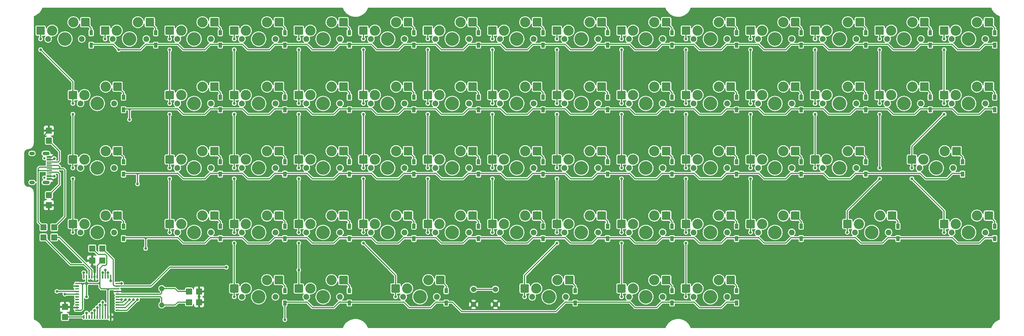
<source format=gbl>
G04 #@! TF.GenerationSoftware,KiCad,Pcbnew,(5.1.2)-2*
G04 #@! TF.CreationDate,2020-03-21T00:34:28+09:00*
G04 #@! TF.ProjectId,kyosoc,6b796f73-6f63-42e6-9b69-6361645f7063,rev?*
G04 #@! TF.SameCoordinates,Original*
G04 #@! TF.FileFunction,Copper,L2,Bot*
G04 #@! TF.FilePolarity,Positive*
%FSLAX46Y46*%
G04 Gerber Fmt 4.6, Leading zero omitted, Abs format (unit mm)*
G04 Created by KiCad (PCBNEW (5.1.2)-2) date 2020-03-21 00:34:28*
%MOMM*%
%LPD*%
G04 APERTURE LIST*
%ADD10C,1.600000*%
%ADD11C,0.100000*%
%ADD12C,1.800000*%
%ADD13C,0.600000*%
%ADD14C,0.300000*%
%ADD15C,0.650000*%
%ADD16C,1.000000*%
%ADD17C,1.500000*%
%ADD18C,0.400000*%
%ADD19C,2.500000*%
%ADD20C,3.000000*%
%ADD21C,1.700000*%
%ADD22C,4.000000*%
%ADD23C,0.800000*%
%ADD24C,0.300000*%
G04 APERTURE END LIST*
D10*
X135650000Y-88650000D03*
X142150000Y-88650000D03*
X142150000Y-93150000D03*
X135650000Y-93150000D03*
D11*
G36*
X14837643Y-96000867D02*
G01*
X14855116Y-96003459D01*
X14872251Y-96007751D01*
X14888883Y-96013702D01*
X14904851Y-96021254D01*
X14920003Y-96030335D01*
X14934191Y-96040858D01*
X14947279Y-96052721D01*
X14959142Y-96065809D01*
X14969665Y-96079997D01*
X14978746Y-96095149D01*
X14986298Y-96111117D01*
X14992249Y-96127749D01*
X14996541Y-96144884D01*
X14999133Y-96162357D01*
X15000000Y-96180000D01*
X15000000Y-97620000D01*
X14999133Y-97637643D01*
X14996541Y-97655116D01*
X14992249Y-97672251D01*
X14986298Y-97688883D01*
X14978746Y-97704851D01*
X14969665Y-97720003D01*
X14959142Y-97734191D01*
X14947279Y-97747279D01*
X14934191Y-97759142D01*
X14920003Y-97769665D01*
X14904851Y-97778746D01*
X14888883Y-97786298D01*
X14872251Y-97792249D01*
X14855116Y-97796541D01*
X14837643Y-97799133D01*
X14820000Y-97800000D01*
X13380000Y-97800000D01*
X13362357Y-97799133D01*
X13344884Y-97796541D01*
X13327749Y-97792249D01*
X13311117Y-97786298D01*
X13295149Y-97778746D01*
X13279997Y-97769665D01*
X13265809Y-97759142D01*
X13252721Y-97747279D01*
X13240858Y-97734191D01*
X13230335Y-97720003D01*
X13221254Y-97704851D01*
X13213702Y-97688883D01*
X13207751Y-97672251D01*
X13203459Y-97655116D01*
X13200867Y-97637643D01*
X13200000Y-97620000D01*
X13200000Y-96180000D01*
X13200867Y-96162357D01*
X13203459Y-96144884D01*
X13207751Y-96127749D01*
X13213702Y-96111117D01*
X13221254Y-96095149D01*
X13230335Y-96079997D01*
X13240858Y-96065809D01*
X13252721Y-96052721D01*
X13265809Y-96040858D01*
X13279997Y-96030335D01*
X13295149Y-96021254D01*
X13311117Y-96013702D01*
X13327749Y-96007751D01*
X13344884Y-96003459D01*
X13362357Y-96000867D01*
X13380000Y-96000000D01*
X14820000Y-96000000D01*
X14837643Y-96000867D01*
X14837643Y-96000867D01*
G37*
D12*
X14100000Y-96900000D03*
D11*
G36*
X14837643Y-93000867D02*
G01*
X14855116Y-93003459D01*
X14872251Y-93007751D01*
X14888883Y-93013702D01*
X14904851Y-93021254D01*
X14920003Y-93030335D01*
X14934191Y-93040858D01*
X14947279Y-93052721D01*
X14959142Y-93065809D01*
X14969665Y-93079997D01*
X14978746Y-93095149D01*
X14986298Y-93111117D01*
X14992249Y-93127749D01*
X14996541Y-93144884D01*
X14999133Y-93162357D01*
X15000000Y-93180000D01*
X15000000Y-94620000D01*
X14999133Y-94637643D01*
X14996541Y-94655116D01*
X14992249Y-94672251D01*
X14986298Y-94688883D01*
X14978746Y-94704851D01*
X14969665Y-94720003D01*
X14959142Y-94734191D01*
X14947279Y-94747279D01*
X14934191Y-94759142D01*
X14920003Y-94769665D01*
X14904851Y-94778746D01*
X14888883Y-94786298D01*
X14872251Y-94792249D01*
X14855116Y-94796541D01*
X14837643Y-94799133D01*
X14820000Y-94800000D01*
X13380000Y-94800000D01*
X13362357Y-94799133D01*
X13344884Y-94796541D01*
X13327749Y-94792249D01*
X13311117Y-94786298D01*
X13295149Y-94778746D01*
X13279997Y-94769665D01*
X13265809Y-94759142D01*
X13252721Y-94747279D01*
X13240858Y-94734191D01*
X13230335Y-94720003D01*
X13221254Y-94704851D01*
X13213702Y-94688883D01*
X13207751Y-94672251D01*
X13203459Y-94655116D01*
X13200867Y-94637643D01*
X13200000Y-94620000D01*
X13200000Y-93180000D01*
X13200867Y-93162357D01*
X13203459Y-93144884D01*
X13207751Y-93127749D01*
X13213702Y-93111117D01*
X13221254Y-93095149D01*
X13230335Y-93079997D01*
X13240858Y-93065809D01*
X13252721Y-93052721D01*
X13265809Y-93040858D01*
X13279997Y-93030335D01*
X13295149Y-93021254D01*
X13311117Y-93013702D01*
X13327749Y-93007751D01*
X13344884Y-93003459D01*
X13362357Y-93000867D01*
X13380000Y-93000000D01*
X14820000Y-93000000D01*
X14837643Y-93000867D01*
X14837643Y-93000867D01*
G37*
D12*
X14100000Y-93900000D03*
D11*
G36*
X10065881Y-55450289D02*
G01*
X10071705Y-55451153D01*
X10077417Y-55452584D01*
X10082961Y-55454567D01*
X10088284Y-55457085D01*
X10093334Y-55460112D01*
X10098064Y-55463619D01*
X10102426Y-55467574D01*
X10106381Y-55471936D01*
X10109888Y-55476666D01*
X10112915Y-55481716D01*
X10115433Y-55487039D01*
X10117416Y-55492583D01*
X10118847Y-55498295D01*
X10119711Y-55504119D01*
X10120000Y-55510000D01*
X10120000Y-55990000D01*
X10119711Y-55995881D01*
X10118847Y-56001705D01*
X10117416Y-56007417D01*
X10115433Y-56012961D01*
X10112915Y-56018284D01*
X10109888Y-56023334D01*
X10106381Y-56028064D01*
X10102426Y-56032426D01*
X10098064Y-56036381D01*
X10093334Y-56039888D01*
X10088284Y-56042915D01*
X10082961Y-56045433D01*
X10077417Y-56047416D01*
X10071705Y-56048847D01*
X10065881Y-56049711D01*
X10060000Y-56050000D01*
X8730000Y-56050000D01*
X8724119Y-56049711D01*
X8718295Y-56048847D01*
X8712583Y-56047416D01*
X8707039Y-56045433D01*
X8701716Y-56042915D01*
X8696666Y-56039888D01*
X8691936Y-56036381D01*
X8687574Y-56032426D01*
X8683619Y-56028064D01*
X8680112Y-56023334D01*
X8677085Y-56018284D01*
X8674567Y-56012961D01*
X8672584Y-56007417D01*
X8671153Y-56001705D01*
X8670289Y-55995881D01*
X8670000Y-55990000D01*
X8670000Y-55510000D01*
X8670289Y-55504119D01*
X8671153Y-55498295D01*
X8672584Y-55492583D01*
X8674567Y-55487039D01*
X8677085Y-55481716D01*
X8680112Y-55476666D01*
X8683619Y-55471936D01*
X8687574Y-55467574D01*
X8691936Y-55463619D01*
X8696666Y-55460112D01*
X8701716Y-55457085D01*
X8707039Y-55454567D01*
X8712583Y-55452584D01*
X8718295Y-55451153D01*
X8724119Y-55450289D01*
X8730000Y-55450000D01*
X10060000Y-55450000D01*
X10065881Y-55450289D01*
X10065881Y-55450289D01*
G37*
D13*
X9395000Y-55750000D03*
D11*
G36*
X10065881Y-54650289D02*
G01*
X10071705Y-54651153D01*
X10077417Y-54652584D01*
X10082961Y-54654567D01*
X10088284Y-54657085D01*
X10093334Y-54660112D01*
X10098064Y-54663619D01*
X10102426Y-54667574D01*
X10106381Y-54671936D01*
X10109888Y-54676666D01*
X10112915Y-54681716D01*
X10115433Y-54687039D01*
X10117416Y-54692583D01*
X10118847Y-54698295D01*
X10119711Y-54704119D01*
X10120000Y-54710000D01*
X10120000Y-55190000D01*
X10119711Y-55195881D01*
X10118847Y-55201705D01*
X10117416Y-55207417D01*
X10115433Y-55212961D01*
X10112915Y-55218284D01*
X10109888Y-55223334D01*
X10106381Y-55228064D01*
X10102426Y-55232426D01*
X10098064Y-55236381D01*
X10093334Y-55239888D01*
X10088284Y-55242915D01*
X10082961Y-55245433D01*
X10077417Y-55247416D01*
X10071705Y-55248847D01*
X10065881Y-55249711D01*
X10060000Y-55250000D01*
X8730000Y-55250000D01*
X8724119Y-55249711D01*
X8718295Y-55248847D01*
X8712583Y-55247416D01*
X8707039Y-55245433D01*
X8701716Y-55242915D01*
X8696666Y-55239888D01*
X8691936Y-55236381D01*
X8687574Y-55232426D01*
X8683619Y-55228064D01*
X8680112Y-55223334D01*
X8677085Y-55218284D01*
X8674567Y-55212961D01*
X8672584Y-55207417D01*
X8671153Y-55201705D01*
X8670289Y-55195881D01*
X8670000Y-55190000D01*
X8670000Y-54710000D01*
X8670289Y-54704119D01*
X8671153Y-54698295D01*
X8672584Y-54692583D01*
X8674567Y-54687039D01*
X8677085Y-54681716D01*
X8680112Y-54676666D01*
X8683619Y-54671936D01*
X8687574Y-54667574D01*
X8691936Y-54663619D01*
X8696666Y-54660112D01*
X8701716Y-54657085D01*
X8707039Y-54654567D01*
X8712583Y-54652584D01*
X8718295Y-54651153D01*
X8724119Y-54650289D01*
X8730000Y-54650000D01*
X10060000Y-54650000D01*
X10065881Y-54650289D01*
X10065881Y-54650289D01*
G37*
D13*
X9395000Y-54950000D03*
D11*
G36*
X10065881Y-48950289D02*
G01*
X10071705Y-48951153D01*
X10077417Y-48952584D01*
X10082961Y-48954567D01*
X10088284Y-48957085D01*
X10093334Y-48960112D01*
X10098064Y-48963619D01*
X10102426Y-48967574D01*
X10106381Y-48971936D01*
X10109888Y-48976666D01*
X10112915Y-48981716D01*
X10115433Y-48987039D01*
X10117416Y-48992583D01*
X10118847Y-48998295D01*
X10119711Y-49004119D01*
X10120000Y-49010000D01*
X10120000Y-49490000D01*
X10119711Y-49495881D01*
X10118847Y-49501705D01*
X10117416Y-49507417D01*
X10115433Y-49512961D01*
X10112915Y-49518284D01*
X10109888Y-49523334D01*
X10106381Y-49528064D01*
X10102426Y-49532426D01*
X10098064Y-49536381D01*
X10093334Y-49539888D01*
X10088284Y-49542915D01*
X10082961Y-49545433D01*
X10077417Y-49547416D01*
X10071705Y-49548847D01*
X10065881Y-49549711D01*
X10060000Y-49550000D01*
X8730000Y-49550000D01*
X8724119Y-49549711D01*
X8718295Y-49548847D01*
X8712583Y-49547416D01*
X8707039Y-49545433D01*
X8701716Y-49542915D01*
X8696666Y-49539888D01*
X8691936Y-49536381D01*
X8687574Y-49532426D01*
X8683619Y-49528064D01*
X8680112Y-49523334D01*
X8677085Y-49518284D01*
X8674567Y-49512961D01*
X8672584Y-49507417D01*
X8671153Y-49501705D01*
X8670289Y-49495881D01*
X8670000Y-49490000D01*
X8670000Y-49010000D01*
X8670289Y-49004119D01*
X8671153Y-48998295D01*
X8672584Y-48992583D01*
X8674567Y-48987039D01*
X8677085Y-48981716D01*
X8680112Y-48976666D01*
X8683619Y-48971936D01*
X8687574Y-48967574D01*
X8691936Y-48963619D01*
X8696666Y-48960112D01*
X8701716Y-48957085D01*
X8707039Y-48954567D01*
X8712583Y-48952584D01*
X8718295Y-48951153D01*
X8724119Y-48950289D01*
X8730000Y-48950000D01*
X10060000Y-48950000D01*
X10065881Y-48950289D01*
X10065881Y-48950289D01*
G37*
D13*
X9395000Y-49250000D03*
D11*
G36*
X10065881Y-49750289D02*
G01*
X10071705Y-49751153D01*
X10077417Y-49752584D01*
X10082961Y-49754567D01*
X10088284Y-49757085D01*
X10093334Y-49760112D01*
X10098064Y-49763619D01*
X10102426Y-49767574D01*
X10106381Y-49771936D01*
X10109888Y-49776666D01*
X10112915Y-49781716D01*
X10115433Y-49787039D01*
X10117416Y-49792583D01*
X10118847Y-49798295D01*
X10119711Y-49804119D01*
X10120000Y-49810000D01*
X10120000Y-50290000D01*
X10119711Y-50295881D01*
X10118847Y-50301705D01*
X10117416Y-50307417D01*
X10115433Y-50312961D01*
X10112915Y-50318284D01*
X10109888Y-50323334D01*
X10106381Y-50328064D01*
X10102426Y-50332426D01*
X10098064Y-50336381D01*
X10093334Y-50339888D01*
X10088284Y-50342915D01*
X10082961Y-50345433D01*
X10077417Y-50347416D01*
X10071705Y-50348847D01*
X10065881Y-50349711D01*
X10060000Y-50350000D01*
X8730000Y-50350000D01*
X8724119Y-50349711D01*
X8718295Y-50348847D01*
X8712583Y-50347416D01*
X8707039Y-50345433D01*
X8701716Y-50342915D01*
X8696666Y-50339888D01*
X8691936Y-50336381D01*
X8687574Y-50332426D01*
X8683619Y-50328064D01*
X8680112Y-50323334D01*
X8677085Y-50318284D01*
X8674567Y-50312961D01*
X8672584Y-50307417D01*
X8671153Y-50301705D01*
X8670289Y-50295881D01*
X8670000Y-50290000D01*
X8670000Y-49810000D01*
X8670289Y-49804119D01*
X8671153Y-49798295D01*
X8672584Y-49792583D01*
X8674567Y-49787039D01*
X8677085Y-49781716D01*
X8680112Y-49776666D01*
X8683619Y-49771936D01*
X8687574Y-49767574D01*
X8691936Y-49763619D01*
X8696666Y-49760112D01*
X8701716Y-49757085D01*
X8707039Y-49754567D01*
X8712583Y-49752584D01*
X8718295Y-49751153D01*
X8724119Y-49750289D01*
X8730000Y-49750000D01*
X10060000Y-49750000D01*
X10065881Y-49750289D01*
X10065881Y-49750289D01*
G37*
D13*
X9395000Y-50050000D03*
D11*
G36*
X10092941Y-54100144D02*
G01*
X10095853Y-54100576D01*
X10098709Y-54101292D01*
X10101481Y-54102284D01*
X10104142Y-54103542D01*
X10106667Y-54105056D01*
X10109032Y-54106810D01*
X10111213Y-54108787D01*
X10113190Y-54110968D01*
X10114944Y-54113333D01*
X10116458Y-54115858D01*
X10117716Y-54118519D01*
X10118708Y-54121291D01*
X10119424Y-54124147D01*
X10119856Y-54127059D01*
X10120000Y-54130000D01*
X10120000Y-54370000D01*
X10119856Y-54372941D01*
X10119424Y-54375853D01*
X10118708Y-54378709D01*
X10117716Y-54381481D01*
X10116458Y-54384142D01*
X10114944Y-54386667D01*
X10113190Y-54389032D01*
X10111213Y-54391213D01*
X10109032Y-54393190D01*
X10106667Y-54394944D01*
X10104142Y-54396458D01*
X10101481Y-54397716D01*
X10098709Y-54398708D01*
X10095853Y-54399424D01*
X10092941Y-54399856D01*
X10090000Y-54400000D01*
X8700000Y-54400000D01*
X8697059Y-54399856D01*
X8694147Y-54399424D01*
X8691291Y-54398708D01*
X8688519Y-54397716D01*
X8685858Y-54396458D01*
X8683333Y-54394944D01*
X8680968Y-54393190D01*
X8678787Y-54391213D01*
X8676810Y-54389032D01*
X8675056Y-54386667D01*
X8673542Y-54384142D01*
X8672284Y-54381481D01*
X8671292Y-54378709D01*
X8670576Y-54375853D01*
X8670144Y-54372941D01*
X8670000Y-54370000D01*
X8670000Y-54130000D01*
X8670144Y-54127059D01*
X8670576Y-54124147D01*
X8671292Y-54121291D01*
X8672284Y-54118519D01*
X8673542Y-54115858D01*
X8675056Y-54113333D01*
X8676810Y-54110968D01*
X8678787Y-54108787D01*
X8680968Y-54106810D01*
X8683333Y-54105056D01*
X8685858Y-54103542D01*
X8688519Y-54102284D01*
X8691291Y-54101292D01*
X8694147Y-54100576D01*
X8697059Y-54100144D01*
X8700000Y-54100000D01*
X10090000Y-54100000D01*
X10092941Y-54100144D01*
X10092941Y-54100144D01*
G37*
D14*
X9395000Y-54250000D03*
D11*
G36*
X10092941Y-53600144D02*
G01*
X10095853Y-53600576D01*
X10098709Y-53601292D01*
X10101481Y-53602284D01*
X10104142Y-53603542D01*
X10106667Y-53605056D01*
X10109032Y-53606810D01*
X10111213Y-53608787D01*
X10113190Y-53610968D01*
X10114944Y-53613333D01*
X10116458Y-53615858D01*
X10117716Y-53618519D01*
X10118708Y-53621291D01*
X10119424Y-53624147D01*
X10119856Y-53627059D01*
X10120000Y-53630000D01*
X10120000Y-53870000D01*
X10119856Y-53872941D01*
X10119424Y-53875853D01*
X10118708Y-53878709D01*
X10117716Y-53881481D01*
X10116458Y-53884142D01*
X10114944Y-53886667D01*
X10113190Y-53889032D01*
X10111213Y-53891213D01*
X10109032Y-53893190D01*
X10106667Y-53894944D01*
X10104142Y-53896458D01*
X10101481Y-53897716D01*
X10098709Y-53898708D01*
X10095853Y-53899424D01*
X10092941Y-53899856D01*
X10090000Y-53900000D01*
X8700000Y-53900000D01*
X8697059Y-53899856D01*
X8694147Y-53899424D01*
X8691291Y-53898708D01*
X8688519Y-53897716D01*
X8685858Y-53896458D01*
X8683333Y-53894944D01*
X8680968Y-53893190D01*
X8678787Y-53891213D01*
X8676810Y-53889032D01*
X8675056Y-53886667D01*
X8673542Y-53884142D01*
X8672284Y-53881481D01*
X8671292Y-53878709D01*
X8670576Y-53875853D01*
X8670144Y-53872941D01*
X8670000Y-53870000D01*
X8670000Y-53630000D01*
X8670144Y-53627059D01*
X8670576Y-53624147D01*
X8671292Y-53621291D01*
X8672284Y-53618519D01*
X8673542Y-53615858D01*
X8675056Y-53613333D01*
X8676810Y-53610968D01*
X8678787Y-53608787D01*
X8680968Y-53606810D01*
X8683333Y-53605056D01*
X8685858Y-53603542D01*
X8688519Y-53602284D01*
X8691291Y-53601292D01*
X8694147Y-53600576D01*
X8697059Y-53600144D01*
X8700000Y-53600000D01*
X10090000Y-53600000D01*
X10092941Y-53600144D01*
X10092941Y-53600144D01*
G37*
D14*
X9395000Y-53750000D03*
D11*
G36*
X10092941Y-53100144D02*
G01*
X10095853Y-53100576D01*
X10098709Y-53101292D01*
X10101481Y-53102284D01*
X10104142Y-53103542D01*
X10106667Y-53105056D01*
X10109032Y-53106810D01*
X10111213Y-53108787D01*
X10113190Y-53110968D01*
X10114944Y-53113333D01*
X10116458Y-53115858D01*
X10117716Y-53118519D01*
X10118708Y-53121291D01*
X10119424Y-53124147D01*
X10119856Y-53127059D01*
X10120000Y-53130000D01*
X10120000Y-53370000D01*
X10119856Y-53372941D01*
X10119424Y-53375853D01*
X10118708Y-53378709D01*
X10117716Y-53381481D01*
X10116458Y-53384142D01*
X10114944Y-53386667D01*
X10113190Y-53389032D01*
X10111213Y-53391213D01*
X10109032Y-53393190D01*
X10106667Y-53394944D01*
X10104142Y-53396458D01*
X10101481Y-53397716D01*
X10098709Y-53398708D01*
X10095853Y-53399424D01*
X10092941Y-53399856D01*
X10090000Y-53400000D01*
X8700000Y-53400000D01*
X8697059Y-53399856D01*
X8694147Y-53399424D01*
X8691291Y-53398708D01*
X8688519Y-53397716D01*
X8685858Y-53396458D01*
X8683333Y-53394944D01*
X8680968Y-53393190D01*
X8678787Y-53391213D01*
X8676810Y-53389032D01*
X8675056Y-53386667D01*
X8673542Y-53384142D01*
X8672284Y-53381481D01*
X8671292Y-53378709D01*
X8670576Y-53375853D01*
X8670144Y-53372941D01*
X8670000Y-53370000D01*
X8670000Y-53130000D01*
X8670144Y-53127059D01*
X8670576Y-53124147D01*
X8671292Y-53121291D01*
X8672284Y-53118519D01*
X8673542Y-53115858D01*
X8675056Y-53113333D01*
X8676810Y-53110968D01*
X8678787Y-53108787D01*
X8680968Y-53106810D01*
X8683333Y-53105056D01*
X8685858Y-53103542D01*
X8688519Y-53102284D01*
X8691291Y-53101292D01*
X8694147Y-53100576D01*
X8697059Y-53100144D01*
X8700000Y-53100000D01*
X10090000Y-53100000D01*
X10092941Y-53100144D01*
X10092941Y-53100144D01*
G37*
D14*
X9395000Y-53250000D03*
D11*
G36*
X10092941Y-52600144D02*
G01*
X10095853Y-52600576D01*
X10098709Y-52601292D01*
X10101481Y-52602284D01*
X10104142Y-52603542D01*
X10106667Y-52605056D01*
X10109032Y-52606810D01*
X10111213Y-52608787D01*
X10113190Y-52610968D01*
X10114944Y-52613333D01*
X10116458Y-52615858D01*
X10117716Y-52618519D01*
X10118708Y-52621291D01*
X10119424Y-52624147D01*
X10119856Y-52627059D01*
X10120000Y-52630000D01*
X10120000Y-52870000D01*
X10119856Y-52872941D01*
X10119424Y-52875853D01*
X10118708Y-52878709D01*
X10117716Y-52881481D01*
X10116458Y-52884142D01*
X10114944Y-52886667D01*
X10113190Y-52889032D01*
X10111213Y-52891213D01*
X10109032Y-52893190D01*
X10106667Y-52894944D01*
X10104142Y-52896458D01*
X10101481Y-52897716D01*
X10098709Y-52898708D01*
X10095853Y-52899424D01*
X10092941Y-52899856D01*
X10090000Y-52900000D01*
X8700000Y-52900000D01*
X8697059Y-52899856D01*
X8694147Y-52899424D01*
X8691291Y-52898708D01*
X8688519Y-52897716D01*
X8685858Y-52896458D01*
X8683333Y-52894944D01*
X8680968Y-52893190D01*
X8678787Y-52891213D01*
X8676810Y-52889032D01*
X8675056Y-52886667D01*
X8673542Y-52884142D01*
X8672284Y-52881481D01*
X8671292Y-52878709D01*
X8670576Y-52875853D01*
X8670144Y-52872941D01*
X8670000Y-52870000D01*
X8670000Y-52630000D01*
X8670144Y-52627059D01*
X8670576Y-52624147D01*
X8671292Y-52621291D01*
X8672284Y-52618519D01*
X8673542Y-52615858D01*
X8675056Y-52613333D01*
X8676810Y-52610968D01*
X8678787Y-52608787D01*
X8680968Y-52606810D01*
X8683333Y-52605056D01*
X8685858Y-52603542D01*
X8688519Y-52602284D01*
X8691291Y-52601292D01*
X8694147Y-52600576D01*
X8697059Y-52600144D01*
X8700000Y-52600000D01*
X10090000Y-52600000D01*
X10092941Y-52600144D01*
X10092941Y-52600144D01*
G37*
D14*
X9395000Y-52750000D03*
D11*
G36*
X10092941Y-52100144D02*
G01*
X10095853Y-52100576D01*
X10098709Y-52101292D01*
X10101481Y-52102284D01*
X10104142Y-52103542D01*
X10106667Y-52105056D01*
X10109032Y-52106810D01*
X10111213Y-52108787D01*
X10113190Y-52110968D01*
X10114944Y-52113333D01*
X10116458Y-52115858D01*
X10117716Y-52118519D01*
X10118708Y-52121291D01*
X10119424Y-52124147D01*
X10119856Y-52127059D01*
X10120000Y-52130000D01*
X10120000Y-52370000D01*
X10119856Y-52372941D01*
X10119424Y-52375853D01*
X10118708Y-52378709D01*
X10117716Y-52381481D01*
X10116458Y-52384142D01*
X10114944Y-52386667D01*
X10113190Y-52389032D01*
X10111213Y-52391213D01*
X10109032Y-52393190D01*
X10106667Y-52394944D01*
X10104142Y-52396458D01*
X10101481Y-52397716D01*
X10098709Y-52398708D01*
X10095853Y-52399424D01*
X10092941Y-52399856D01*
X10090000Y-52400000D01*
X8700000Y-52400000D01*
X8697059Y-52399856D01*
X8694147Y-52399424D01*
X8691291Y-52398708D01*
X8688519Y-52397716D01*
X8685858Y-52396458D01*
X8683333Y-52394944D01*
X8680968Y-52393190D01*
X8678787Y-52391213D01*
X8676810Y-52389032D01*
X8675056Y-52386667D01*
X8673542Y-52384142D01*
X8672284Y-52381481D01*
X8671292Y-52378709D01*
X8670576Y-52375853D01*
X8670144Y-52372941D01*
X8670000Y-52370000D01*
X8670000Y-52130000D01*
X8670144Y-52127059D01*
X8670576Y-52124147D01*
X8671292Y-52121291D01*
X8672284Y-52118519D01*
X8673542Y-52115858D01*
X8675056Y-52113333D01*
X8676810Y-52110968D01*
X8678787Y-52108787D01*
X8680968Y-52106810D01*
X8683333Y-52105056D01*
X8685858Y-52103542D01*
X8688519Y-52102284D01*
X8691291Y-52101292D01*
X8694147Y-52100576D01*
X8697059Y-52100144D01*
X8700000Y-52100000D01*
X10090000Y-52100000D01*
X10092941Y-52100144D01*
X10092941Y-52100144D01*
G37*
D14*
X9395000Y-52250000D03*
D11*
G36*
X10092941Y-51600144D02*
G01*
X10095853Y-51600576D01*
X10098709Y-51601292D01*
X10101481Y-51602284D01*
X10104142Y-51603542D01*
X10106667Y-51605056D01*
X10109032Y-51606810D01*
X10111213Y-51608787D01*
X10113190Y-51610968D01*
X10114944Y-51613333D01*
X10116458Y-51615858D01*
X10117716Y-51618519D01*
X10118708Y-51621291D01*
X10119424Y-51624147D01*
X10119856Y-51627059D01*
X10120000Y-51630000D01*
X10120000Y-51870000D01*
X10119856Y-51872941D01*
X10119424Y-51875853D01*
X10118708Y-51878709D01*
X10117716Y-51881481D01*
X10116458Y-51884142D01*
X10114944Y-51886667D01*
X10113190Y-51889032D01*
X10111213Y-51891213D01*
X10109032Y-51893190D01*
X10106667Y-51894944D01*
X10104142Y-51896458D01*
X10101481Y-51897716D01*
X10098709Y-51898708D01*
X10095853Y-51899424D01*
X10092941Y-51899856D01*
X10090000Y-51900000D01*
X8700000Y-51900000D01*
X8697059Y-51899856D01*
X8694147Y-51899424D01*
X8691291Y-51898708D01*
X8688519Y-51897716D01*
X8685858Y-51896458D01*
X8683333Y-51894944D01*
X8680968Y-51893190D01*
X8678787Y-51891213D01*
X8676810Y-51889032D01*
X8675056Y-51886667D01*
X8673542Y-51884142D01*
X8672284Y-51881481D01*
X8671292Y-51878709D01*
X8670576Y-51875853D01*
X8670144Y-51872941D01*
X8670000Y-51870000D01*
X8670000Y-51630000D01*
X8670144Y-51627059D01*
X8670576Y-51624147D01*
X8671292Y-51621291D01*
X8672284Y-51618519D01*
X8673542Y-51615858D01*
X8675056Y-51613333D01*
X8676810Y-51610968D01*
X8678787Y-51608787D01*
X8680968Y-51606810D01*
X8683333Y-51605056D01*
X8685858Y-51603542D01*
X8688519Y-51602284D01*
X8691291Y-51601292D01*
X8694147Y-51600576D01*
X8697059Y-51600144D01*
X8700000Y-51600000D01*
X10090000Y-51600000D01*
X10092941Y-51600144D01*
X10092941Y-51600144D01*
G37*
D14*
X9395000Y-51750000D03*
D11*
G36*
X10092941Y-51100144D02*
G01*
X10095853Y-51100576D01*
X10098709Y-51101292D01*
X10101481Y-51102284D01*
X10104142Y-51103542D01*
X10106667Y-51105056D01*
X10109032Y-51106810D01*
X10111213Y-51108787D01*
X10113190Y-51110968D01*
X10114944Y-51113333D01*
X10116458Y-51115858D01*
X10117716Y-51118519D01*
X10118708Y-51121291D01*
X10119424Y-51124147D01*
X10119856Y-51127059D01*
X10120000Y-51130000D01*
X10120000Y-51370000D01*
X10119856Y-51372941D01*
X10119424Y-51375853D01*
X10118708Y-51378709D01*
X10117716Y-51381481D01*
X10116458Y-51384142D01*
X10114944Y-51386667D01*
X10113190Y-51389032D01*
X10111213Y-51391213D01*
X10109032Y-51393190D01*
X10106667Y-51394944D01*
X10104142Y-51396458D01*
X10101481Y-51397716D01*
X10098709Y-51398708D01*
X10095853Y-51399424D01*
X10092941Y-51399856D01*
X10090000Y-51400000D01*
X8700000Y-51400000D01*
X8697059Y-51399856D01*
X8694147Y-51399424D01*
X8691291Y-51398708D01*
X8688519Y-51397716D01*
X8685858Y-51396458D01*
X8683333Y-51394944D01*
X8680968Y-51393190D01*
X8678787Y-51391213D01*
X8676810Y-51389032D01*
X8675056Y-51386667D01*
X8673542Y-51384142D01*
X8672284Y-51381481D01*
X8671292Y-51378709D01*
X8670576Y-51375853D01*
X8670144Y-51372941D01*
X8670000Y-51370000D01*
X8670000Y-51130000D01*
X8670144Y-51127059D01*
X8670576Y-51124147D01*
X8671292Y-51121291D01*
X8672284Y-51118519D01*
X8673542Y-51115858D01*
X8675056Y-51113333D01*
X8676810Y-51110968D01*
X8678787Y-51108787D01*
X8680968Y-51106810D01*
X8683333Y-51105056D01*
X8685858Y-51103542D01*
X8688519Y-51102284D01*
X8691291Y-51101292D01*
X8694147Y-51100576D01*
X8697059Y-51100144D01*
X8700000Y-51100000D01*
X10090000Y-51100000D01*
X10092941Y-51100144D01*
X10092941Y-51100144D01*
G37*
D14*
X9395000Y-51250000D03*
D11*
G36*
X10092941Y-50600144D02*
G01*
X10095853Y-50600576D01*
X10098709Y-50601292D01*
X10101481Y-50602284D01*
X10104142Y-50603542D01*
X10106667Y-50605056D01*
X10109032Y-50606810D01*
X10111213Y-50608787D01*
X10113190Y-50610968D01*
X10114944Y-50613333D01*
X10116458Y-50615858D01*
X10117716Y-50618519D01*
X10118708Y-50621291D01*
X10119424Y-50624147D01*
X10119856Y-50627059D01*
X10120000Y-50630000D01*
X10120000Y-50870000D01*
X10119856Y-50872941D01*
X10119424Y-50875853D01*
X10118708Y-50878709D01*
X10117716Y-50881481D01*
X10116458Y-50884142D01*
X10114944Y-50886667D01*
X10113190Y-50889032D01*
X10111213Y-50891213D01*
X10109032Y-50893190D01*
X10106667Y-50894944D01*
X10104142Y-50896458D01*
X10101481Y-50897716D01*
X10098709Y-50898708D01*
X10095853Y-50899424D01*
X10092941Y-50899856D01*
X10090000Y-50900000D01*
X8700000Y-50900000D01*
X8697059Y-50899856D01*
X8694147Y-50899424D01*
X8691291Y-50898708D01*
X8688519Y-50897716D01*
X8685858Y-50896458D01*
X8683333Y-50894944D01*
X8680968Y-50893190D01*
X8678787Y-50891213D01*
X8676810Y-50889032D01*
X8675056Y-50886667D01*
X8673542Y-50884142D01*
X8672284Y-50881481D01*
X8671292Y-50878709D01*
X8670576Y-50875853D01*
X8670144Y-50872941D01*
X8670000Y-50870000D01*
X8670000Y-50630000D01*
X8670144Y-50627059D01*
X8670576Y-50624147D01*
X8671292Y-50621291D01*
X8672284Y-50618519D01*
X8673542Y-50615858D01*
X8675056Y-50613333D01*
X8676810Y-50610968D01*
X8678787Y-50608787D01*
X8680968Y-50606810D01*
X8683333Y-50605056D01*
X8685858Y-50603542D01*
X8688519Y-50602284D01*
X8691291Y-50601292D01*
X8694147Y-50600576D01*
X8697059Y-50600144D01*
X8700000Y-50600000D01*
X10090000Y-50600000D01*
X10092941Y-50600144D01*
X10092941Y-50600144D01*
G37*
D14*
X9395000Y-50750000D03*
D11*
G36*
X7981857Y-55066564D02*
G01*
X8013405Y-55071244D01*
X8044344Y-55078993D01*
X8074373Y-55089738D01*
X8103205Y-55103375D01*
X8130561Y-55119771D01*
X8156179Y-55138771D01*
X8179811Y-55160189D01*
X8201229Y-55183821D01*
X8220229Y-55209439D01*
X8236625Y-55236795D01*
X8250262Y-55265627D01*
X8261007Y-55295656D01*
X8268756Y-55326595D01*
X8273436Y-55358143D01*
X8275001Y-55389999D01*
X8275001Y-55390001D01*
X8273436Y-55421857D01*
X8268756Y-55453405D01*
X8261007Y-55484344D01*
X8250262Y-55514373D01*
X8236625Y-55543205D01*
X8220229Y-55570561D01*
X8201229Y-55596179D01*
X8179811Y-55619811D01*
X8156179Y-55641229D01*
X8130561Y-55660229D01*
X8103205Y-55676625D01*
X8074373Y-55690262D01*
X8044344Y-55701007D01*
X8013405Y-55708756D01*
X7981857Y-55713436D01*
X7950001Y-55715001D01*
X7949999Y-55715001D01*
X7918143Y-55713436D01*
X7886595Y-55708756D01*
X7855656Y-55701007D01*
X7825627Y-55690262D01*
X7796795Y-55676625D01*
X7769439Y-55660229D01*
X7743821Y-55641229D01*
X7720189Y-55619811D01*
X7698771Y-55596179D01*
X7679771Y-55570561D01*
X7663375Y-55543205D01*
X7649738Y-55514373D01*
X7638993Y-55484344D01*
X7631244Y-55453405D01*
X7626564Y-55421857D01*
X7624999Y-55390001D01*
X7624999Y-55389999D01*
X7626564Y-55358143D01*
X7631244Y-55326595D01*
X7638993Y-55295656D01*
X7649738Y-55265627D01*
X7663375Y-55236795D01*
X7679771Y-55209439D01*
X7698771Y-55183821D01*
X7720189Y-55160189D01*
X7743821Y-55138771D01*
X7769439Y-55119771D01*
X7796795Y-55103375D01*
X7825627Y-55089738D01*
X7855656Y-55078993D01*
X7886595Y-55071244D01*
X7918143Y-55066564D01*
X7949999Y-55064999D01*
X7950001Y-55064999D01*
X7981857Y-55066564D01*
X7981857Y-55066564D01*
G37*
D15*
X7950000Y-55390000D03*
D11*
G36*
X7981857Y-49286564D02*
G01*
X8013405Y-49291244D01*
X8044344Y-49298993D01*
X8074373Y-49309738D01*
X8103205Y-49323375D01*
X8130561Y-49339771D01*
X8156179Y-49358771D01*
X8179811Y-49380189D01*
X8201229Y-49403821D01*
X8220229Y-49429439D01*
X8236625Y-49456795D01*
X8250262Y-49485627D01*
X8261007Y-49515656D01*
X8268756Y-49546595D01*
X8273436Y-49578143D01*
X8275001Y-49609999D01*
X8275001Y-49610001D01*
X8273436Y-49641857D01*
X8268756Y-49673405D01*
X8261007Y-49704344D01*
X8250262Y-49734373D01*
X8236625Y-49763205D01*
X8220229Y-49790561D01*
X8201229Y-49816179D01*
X8179811Y-49839811D01*
X8156179Y-49861229D01*
X8130561Y-49880229D01*
X8103205Y-49896625D01*
X8074373Y-49910262D01*
X8044344Y-49921007D01*
X8013405Y-49928756D01*
X7981857Y-49933436D01*
X7950001Y-49935001D01*
X7949999Y-49935001D01*
X7918143Y-49933436D01*
X7886595Y-49928756D01*
X7855656Y-49921007D01*
X7825627Y-49910262D01*
X7796795Y-49896625D01*
X7769439Y-49880229D01*
X7743821Y-49861229D01*
X7720189Y-49839811D01*
X7698771Y-49816179D01*
X7679771Y-49790561D01*
X7663375Y-49763205D01*
X7649738Y-49734373D01*
X7638993Y-49704344D01*
X7631244Y-49673405D01*
X7626564Y-49641857D01*
X7624999Y-49610001D01*
X7624999Y-49609999D01*
X7626564Y-49578143D01*
X7631244Y-49546595D01*
X7638993Y-49515656D01*
X7649738Y-49485627D01*
X7663375Y-49456795D01*
X7679771Y-49429439D01*
X7698771Y-49403821D01*
X7720189Y-49380189D01*
X7743821Y-49358771D01*
X7769439Y-49339771D01*
X7796795Y-49323375D01*
X7825627Y-49309738D01*
X7855656Y-49298993D01*
X7886595Y-49291244D01*
X7918143Y-49286564D01*
X7949999Y-49284999D01*
X7950001Y-49284999D01*
X7981857Y-49286564D01*
X7981857Y-49286564D01*
G37*
D15*
X7950000Y-49610000D03*
D11*
G36*
X9079009Y-47682407D02*
G01*
X9127545Y-47689606D01*
X9175142Y-47701529D01*
X9221342Y-47718059D01*
X9265698Y-47739038D01*
X9307785Y-47764264D01*
X9347197Y-47793494D01*
X9383553Y-47826446D01*
X9416505Y-47862802D01*
X9445735Y-47902214D01*
X9470961Y-47944301D01*
X9491940Y-47988657D01*
X9508470Y-48034857D01*
X9520393Y-48082454D01*
X9527592Y-48130990D01*
X9530000Y-48179999D01*
X9530000Y-48180001D01*
X9527592Y-48229010D01*
X9520393Y-48277546D01*
X9508470Y-48325143D01*
X9491940Y-48371343D01*
X9470961Y-48415699D01*
X9445735Y-48457786D01*
X9416505Y-48497198D01*
X9383553Y-48533554D01*
X9347197Y-48566506D01*
X9307785Y-48595736D01*
X9265698Y-48620962D01*
X9221342Y-48641941D01*
X9175142Y-48658471D01*
X9127545Y-48670394D01*
X9079009Y-48677593D01*
X9030000Y-48680001D01*
X7930000Y-48680001D01*
X7880991Y-48677593D01*
X7832455Y-48670394D01*
X7784858Y-48658471D01*
X7738658Y-48641941D01*
X7694302Y-48620962D01*
X7652215Y-48595736D01*
X7612803Y-48566506D01*
X7576447Y-48533554D01*
X7543495Y-48497198D01*
X7514265Y-48457786D01*
X7489039Y-48415699D01*
X7468060Y-48371343D01*
X7451530Y-48325143D01*
X7439607Y-48277546D01*
X7432408Y-48229010D01*
X7430000Y-48180001D01*
X7430000Y-48179999D01*
X7432408Y-48130990D01*
X7439607Y-48082454D01*
X7451530Y-48034857D01*
X7468060Y-47988657D01*
X7489039Y-47944301D01*
X7514265Y-47902214D01*
X7543495Y-47862802D01*
X7576447Y-47826446D01*
X7612803Y-47793494D01*
X7652215Y-47764264D01*
X7694302Y-47739038D01*
X7738658Y-47718059D01*
X7784858Y-47701529D01*
X7832455Y-47689606D01*
X7880991Y-47682407D01*
X7930000Y-47679999D01*
X9030000Y-47679999D01*
X9079009Y-47682407D01*
X9079009Y-47682407D01*
G37*
D16*
X8480000Y-48180000D03*
D11*
G36*
X9079009Y-56322407D02*
G01*
X9127545Y-56329606D01*
X9175142Y-56341529D01*
X9221342Y-56358059D01*
X9265698Y-56379038D01*
X9307785Y-56404264D01*
X9347197Y-56433494D01*
X9383553Y-56466446D01*
X9416505Y-56502802D01*
X9445735Y-56542214D01*
X9470961Y-56584301D01*
X9491940Y-56628657D01*
X9508470Y-56674857D01*
X9520393Y-56722454D01*
X9527592Y-56770990D01*
X9530000Y-56819999D01*
X9530000Y-56820001D01*
X9527592Y-56869010D01*
X9520393Y-56917546D01*
X9508470Y-56965143D01*
X9491940Y-57011343D01*
X9470961Y-57055699D01*
X9445735Y-57097786D01*
X9416505Y-57137198D01*
X9383553Y-57173554D01*
X9347197Y-57206506D01*
X9307785Y-57235736D01*
X9265698Y-57260962D01*
X9221342Y-57281941D01*
X9175142Y-57298471D01*
X9127545Y-57310394D01*
X9079009Y-57317593D01*
X9030000Y-57320001D01*
X7930000Y-57320001D01*
X7880991Y-57317593D01*
X7832455Y-57310394D01*
X7784858Y-57298471D01*
X7738658Y-57281941D01*
X7694302Y-57260962D01*
X7652215Y-57235736D01*
X7612803Y-57206506D01*
X7576447Y-57173554D01*
X7543495Y-57137198D01*
X7514265Y-57097786D01*
X7489039Y-57055699D01*
X7468060Y-57011343D01*
X7451530Y-56965143D01*
X7439607Y-56917546D01*
X7432408Y-56869010D01*
X7430000Y-56820001D01*
X7430000Y-56819999D01*
X7432408Y-56770990D01*
X7439607Y-56722454D01*
X7451530Y-56674857D01*
X7468060Y-56628657D01*
X7489039Y-56584301D01*
X7514265Y-56542214D01*
X7543495Y-56502802D01*
X7576447Y-56466446D01*
X7612803Y-56433494D01*
X7652215Y-56404264D01*
X7694302Y-56379038D01*
X7738658Y-56358059D01*
X7784858Y-56341529D01*
X7832455Y-56329606D01*
X7880991Y-56322407D01*
X7930000Y-56319999D01*
X9030000Y-56319999D01*
X9079009Y-56322407D01*
X9079009Y-56322407D01*
G37*
D16*
X8480000Y-56820000D03*
D11*
G36*
X4649009Y-47682407D02*
G01*
X4697545Y-47689606D01*
X4745142Y-47701529D01*
X4791342Y-47718059D01*
X4835698Y-47739038D01*
X4877785Y-47764264D01*
X4917197Y-47793494D01*
X4953553Y-47826446D01*
X4986505Y-47862802D01*
X5015735Y-47902214D01*
X5040961Y-47944301D01*
X5061940Y-47988657D01*
X5078470Y-48034857D01*
X5090393Y-48082454D01*
X5097592Y-48130990D01*
X5100000Y-48179999D01*
X5100000Y-48180001D01*
X5097592Y-48229010D01*
X5090393Y-48277546D01*
X5078470Y-48325143D01*
X5061940Y-48371343D01*
X5040961Y-48415699D01*
X5015735Y-48457786D01*
X4986505Y-48497198D01*
X4953553Y-48533554D01*
X4917197Y-48566506D01*
X4877785Y-48595736D01*
X4835698Y-48620962D01*
X4791342Y-48641941D01*
X4745142Y-48658471D01*
X4697545Y-48670394D01*
X4649009Y-48677593D01*
X4600000Y-48680001D01*
X4000000Y-48680001D01*
X3950991Y-48677593D01*
X3902455Y-48670394D01*
X3854858Y-48658471D01*
X3808658Y-48641941D01*
X3764302Y-48620962D01*
X3722215Y-48595736D01*
X3682803Y-48566506D01*
X3646447Y-48533554D01*
X3613495Y-48497198D01*
X3584265Y-48457786D01*
X3559039Y-48415699D01*
X3538060Y-48371343D01*
X3521530Y-48325143D01*
X3509607Y-48277546D01*
X3502408Y-48229010D01*
X3500000Y-48180001D01*
X3500000Y-48179999D01*
X3502408Y-48130990D01*
X3509607Y-48082454D01*
X3521530Y-48034857D01*
X3538060Y-47988657D01*
X3559039Y-47944301D01*
X3584265Y-47902214D01*
X3613495Y-47862802D01*
X3646447Y-47826446D01*
X3682803Y-47793494D01*
X3722215Y-47764264D01*
X3764302Y-47739038D01*
X3808658Y-47718059D01*
X3854858Y-47701529D01*
X3902455Y-47689606D01*
X3950991Y-47682407D01*
X4000000Y-47679999D01*
X4600000Y-47679999D01*
X4649009Y-47682407D01*
X4649009Y-47682407D01*
G37*
D16*
X4300000Y-48180000D03*
D11*
G36*
X4649009Y-56322407D02*
G01*
X4697545Y-56329606D01*
X4745142Y-56341529D01*
X4791342Y-56358059D01*
X4835698Y-56379038D01*
X4877785Y-56404264D01*
X4917197Y-56433494D01*
X4953553Y-56466446D01*
X4986505Y-56502802D01*
X5015735Y-56542214D01*
X5040961Y-56584301D01*
X5061940Y-56628657D01*
X5078470Y-56674857D01*
X5090393Y-56722454D01*
X5097592Y-56770990D01*
X5100000Y-56819999D01*
X5100000Y-56820001D01*
X5097592Y-56869010D01*
X5090393Y-56917546D01*
X5078470Y-56965143D01*
X5061940Y-57011343D01*
X5040961Y-57055699D01*
X5015735Y-57097786D01*
X4986505Y-57137198D01*
X4953553Y-57173554D01*
X4917197Y-57206506D01*
X4877785Y-57235736D01*
X4835698Y-57260962D01*
X4791342Y-57281941D01*
X4745142Y-57298471D01*
X4697545Y-57310394D01*
X4649009Y-57317593D01*
X4600000Y-57320001D01*
X4000000Y-57320001D01*
X3950991Y-57317593D01*
X3902455Y-57310394D01*
X3854858Y-57298471D01*
X3808658Y-57281941D01*
X3764302Y-57260962D01*
X3722215Y-57235736D01*
X3682803Y-57206506D01*
X3646447Y-57173554D01*
X3613495Y-57137198D01*
X3584265Y-57097786D01*
X3559039Y-57055699D01*
X3538060Y-57011343D01*
X3521530Y-56965143D01*
X3509607Y-56917546D01*
X3502408Y-56869010D01*
X3500000Y-56820001D01*
X3500000Y-56819999D01*
X3502408Y-56770990D01*
X3509607Y-56722454D01*
X3521530Y-56674857D01*
X3538060Y-56628657D01*
X3559039Y-56584301D01*
X3584265Y-56542214D01*
X3613495Y-56502802D01*
X3646447Y-56466446D01*
X3682803Y-56433494D01*
X3722215Y-56404264D01*
X3764302Y-56379038D01*
X3808658Y-56358059D01*
X3854858Y-56341529D01*
X3902455Y-56329606D01*
X3950991Y-56322407D01*
X4000000Y-56319999D01*
X4600000Y-56319999D01*
X4649009Y-56322407D01*
X4649009Y-56322407D01*
G37*
D16*
X4300000Y-56820000D03*
D11*
G36*
X22937643Y-75600867D02*
G01*
X22955116Y-75603459D01*
X22972251Y-75607751D01*
X22988883Y-75613702D01*
X23004851Y-75621254D01*
X23020003Y-75630335D01*
X23034191Y-75640858D01*
X23047279Y-75652721D01*
X23059142Y-75665809D01*
X23069665Y-75679997D01*
X23078746Y-75695149D01*
X23086298Y-75711117D01*
X23092249Y-75727749D01*
X23096541Y-75744884D01*
X23099133Y-75762357D01*
X23100000Y-75780000D01*
X23100000Y-77220000D01*
X23099133Y-77237643D01*
X23096541Y-77255116D01*
X23092249Y-77272251D01*
X23086298Y-77288883D01*
X23078746Y-77304851D01*
X23069665Y-77320003D01*
X23059142Y-77334191D01*
X23047279Y-77347279D01*
X23034191Y-77359142D01*
X23020003Y-77369665D01*
X23004851Y-77378746D01*
X22988883Y-77386298D01*
X22972251Y-77392249D01*
X22955116Y-77396541D01*
X22937643Y-77399133D01*
X22920000Y-77400000D01*
X21480000Y-77400000D01*
X21462357Y-77399133D01*
X21444884Y-77396541D01*
X21427749Y-77392249D01*
X21411117Y-77386298D01*
X21395149Y-77378746D01*
X21379997Y-77369665D01*
X21365809Y-77359142D01*
X21352721Y-77347279D01*
X21340858Y-77334191D01*
X21330335Y-77320003D01*
X21321254Y-77304851D01*
X21313702Y-77288883D01*
X21307751Y-77272251D01*
X21303459Y-77255116D01*
X21300867Y-77237643D01*
X21300000Y-77220000D01*
X21300000Y-75780000D01*
X21300867Y-75762357D01*
X21303459Y-75744884D01*
X21307751Y-75727749D01*
X21313702Y-75711117D01*
X21321254Y-75695149D01*
X21330335Y-75679997D01*
X21340858Y-75665809D01*
X21352721Y-75652721D01*
X21365809Y-75640858D01*
X21379997Y-75630335D01*
X21395149Y-75621254D01*
X21411117Y-75613702D01*
X21427749Y-75607751D01*
X21444884Y-75603459D01*
X21462357Y-75600867D01*
X21480000Y-75600000D01*
X22920000Y-75600000D01*
X22937643Y-75600867D01*
X22937643Y-75600867D01*
G37*
D12*
X22200000Y-76500000D03*
D11*
G36*
X25937643Y-75600867D02*
G01*
X25955116Y-75603459D01*
X25972251Y-75607751D01*
X25988883Y-75613702D01*
X26004851Y-75621254D01*
X26020003Y-75630335D01*
X26034191Y-75640858D01*
X26047279Y-75652721D01*
X26059142Y-75665809D01*
X26069665Y-75679997D01*
X26078746Y-75695149D01*
X26086298Y-75711117D01*
X26092249Y-75727749D01*
X26096541Y-75744884D01*
X26099133Y-75762357D01*
X26100000Y-75780000D01*
X26100000Y-77220000D01*
X26099133Y-77237643D01*
X26096541Y-77255116D01*
X26092249Y-77272251D01*
X26086298Y-77288883D01*
X26078746Y-77304851D01*
X26069665Y-77320003D01*
X26059142Y-77334191D01*
X26047279Y-77347279D01*
X26034191Y-77359142D01*
X26020003Y-77369665D01*
X26004851Y-77378746D01*
X25988883Y-77386298D01*
X25972251Y-77392249D01*
X25955116Y-77396541D01*
X25937643Y-77399133D01*
X25920000Y-77400000D01*
X24480000Y-77400000D01*
X24462357Y-77399133D01*
X24444884Y-77396541D01*
X24427749Y-77392249D01*
X24411117Y-77386298D01*
X24395149Y-77378746D01*
X24379997Y-77369665D01*
X24365809Y-77359142D01*
X24352721Y-77347279D01*
X24340858Y-77334191D01*
X24330335Y-77320003D01*
X24321254Y-77304851D01*
X24313702Y-77288883D01*
X24307751Y-77272251D01*
X24303459Y-77255116D01*
X24300867Y-77237643D01*
X24300000Y-77220000D01*
X24300000Y-75780000D01*
X24300867Y-75762357D01*
X24303459Y-75744884D01*
X24307751Y-75727749D01*
X24313702Y-75711117D01*
X24321254Y-75695149D01*
X24330335Y-75679997D01*
X24340858Y-75665809D01*
X24352721Y-75652721D01*
X24365809Y-75640858D01*
X24379997Y-75630335D01*
X24395149Y-75621254D01*
X24411117Y-75613702D01*
X24427749Y-75607751D01*
X24444884Y-75603459D01*
X24462357Y-75600867D01*
X24480000Y-75600000D01*
X25920000Y-75600000D01*
X25937643Y-75600867D01*
X25937643Y-75600867D01*
G37*
D12*
X25200000Y-76500000D03*
D11*
G36*
X11637643Y-69300867D02*
G01*
X11655116Y-69303459D01*
X11672251Y-69307751D01*
X11688883Y-69313702D01*
X11704851Y-69321254D01*
X11720003Y-69330335D01*
X11734191Y-69340858D01*
X11747279Y-69352721D01*
X11759142Y-69365809D01*
X11769665Y-69379997D01*
X11778746Y-69395149D01*
X11786298Y-69411117D01*
X11792249Y-69427749D01*
X11796541Y-69444884D01*
X11799133Y-69462357D01*
X11800000Y-69480000D01*
X11800000Y-70920000D01*
X11799133Y-70937643D01*
X11796541Y-70955116D01*
X11792249Y-70972251D01*
X11786298Y-70988883D01*
X11778746Y-71004851D01*
X11769665Y-71020003D01*
X11759142Y-71034191D01*
X11747279Y-71047279D01*
X11734191Y-71059142D01*
X11720003Y-71069665D01*
X11704851Y-71078746D01*
X11688883Y-71086298D01*
X11672251Y-71092249D01*
X11655116Y-71096541D01*
X11637643Y-71099133D01*
X11620000Y-71100000D01*
X10180000Y-71100000D01*
X10162357Y-71099133D01*
X10144884Y-71096541D01*
X10127749Y-71092249D01*
X10111117Y-71086298D01*
X10095149Y-71078746D01*
X10079997Y-71069665D01*
X10065809Y-71059142D01*
X10052721Y-71047279D01*
X10040858Y-71034191D01*
X10030335Y-71020003D01*
X10021254Y-71004851D01*
X10013702Y-70988883D01*
X10007751Y-70972251D01*
X10003459Y-70955116D01*
X10000867Y-70937643D01*
X10000000Y-70920000D01*
X10000000Y-69480000D01*
X10000867Y-69462357D01*
X10003459Y-69444884D01*
X10007751Y-69427749D01*
X10013702Y-69411117D01*
X10021254Y-69395149D01*
X10030335Y-69379997D01*
X10040858Y-69365809D01*
X10052721Y-69352721D01*
X10065809Y-69340858D01*
X10079997Y-69330335D01*
X10095149Y-69321254D01*
X10111117Y-69313702D01*
X10127749Y-69307751D01*
X10144884Y-69303459D01*
X10162357Y-69300867D01*
X10180000Y-69300000D01*
X11620000Y-69300000D01*
X11637643Y-69300867D01*
X11637643Y-69300867D01*
G37*
D12*
X10900000Y-70200000D03*
D11*
G36*
X11637643Y-72300867D02*
G01*
X11655116Y-72303459D01*
X11672251Y-72307751D01*
X11688883Y-72313702D01*
X11704851Y-72321254D01*
X11720003Y-72330335D01*
X11734191Y-72340858D01*
X11747279Y-72352721D01*
X11759142Y-72365809D01*
X11769665Y-72379997D01*
X11778746Y-72395149D01*
X11786298Y-72411117D01*
X11792249Y-72427749D01*
X11796541Y-72444884D01*
X11799133Y-72462357D01*
X11800000Y-72480000D01*
X11800000Y-73920000D01*
X11799133Y-73937643D01*
X11796541Y-73955116D01*
X11792249Y-73972251D01*
X11786298Y-73988883D01*
X11778746Y-74004851D01*
X11769665Y-74020003D01*
X11759142Y-74034191D01*
X11747279Y-74047279D01*
X11734191Y-74059142D01*
X11720003Y-74069665D01*
X11704851Y-74078746D01*
X11688883Y-74086298D01*
X11672251Y-74092249D01*
X11655116Y-74096541D01*
X11637643Y-74099133D01*
X11620000Y-74100000D01*
X10180000Y-74100000D01*
X10162357Y-74099133D01*
X10144884Y-74096541D01*
X10127749Y-74092249D01*
X10111117Y-74086298D01*
X10095149Y-74078746D01*
X10079997Y-74069665D01*
X10065809Y-74059142D01*
X10052721Y-74047279D01*
X10040858Y-74034191D01*
X10030335Y-74020003D01*
X10021254Y-74004851D01*
X10013702Y-73988883D01*
X10007751Y-73972251D01*
X10003459Y-73955116D01*
X10000867Y-73937643D01*
X10000000Y-73920000D01*
X10000000Y-72480000D01*
X10000867Y-72462357D01*
X10003459Y-72444884D01*
X10007751Y-72427749D01*
X10013702Y-72411117D01*
X10021254Y-72395149D01*
X10030335Y-72379997D01*
X10040858Y-72365809D01*
X10052721Y-72352721D01*
X10065809Y-72340858D01*
X10079997Y-72330335D01*
X10095149Y-72321254D01*
X10111117Y-72313702D01*
X10127749Y-72307751D01*
X10144884Y-72303459D01*
X10162357Y-72300867D01*
X10180000Y-72300000D01*
X11620000Y-72300000D01*
X11637643Y-72300867D01*
X11637643Y-72300867D01*
G37*
D12*
X10900000Y-73200000D03*
D11*
G36*
X8437643Y-69300867D02*
G01*
X8455116Y-69303459D01*
X8472251Y-69307751D01*
X8488883Y-69313702D01*
X8504851Y-69321254D01*
X8520003Y-69330335D01*
X8534191Y-69340858D01*
X8547279Y-69352721D01*
X8559142Y-69365809D01*
X8569665Y-69379997D01*
X8578746Y-69395149D01*
X8586298Y-69411117D01*
X8592249Y-69427749D01*
X8596541Y-69444884D01*
X8599133Y-69462357D01*
X8600000Y-69480000D01*
X8600000Y-70920000D01*
X8599133Y-70937643D01*
X8596541Y-70955116D01*
X8592249Y-70972251D01*
X8586298Y-70988883D01*
X8578746Y-71004851D01*
X8569665Y-71020003D01*
X8559142Y-71034191D01*
X8547279Y-71047279D01*
X8534191Y-71059142D01*
X8520003Y-71069665D01*
X8504851Y-71078746D01*
X8488883Y-71086298D01*
X8472251Y-71092249D01*
X8455116Y-71096541D01*
X8437643Y-71099133D01*
X8420000Y-71100000D01*
X6980000Y-71100000D01*
X6962357Y-71099133D01*
X6944884Y-71096541D01*
X6927749Y-71092249D01*
X6911117Y-71086298D01*
X6895149Y-71078746D01*
X6879997Y-71069665D01*
X6865809Y-71059142D01*
X6852721Y-71047279D01*
X6840858Y-71034191D01*
X6830335Y-71020003D01*
X6821254Y-71004851D01*
X6813702Y-70988883D01*
X6807751Y-70972251D01*
X6803459Y-70955116D01*
X6800867Y-70937643D01*
X6800000Y-70920000D01*
X6800000Y-69480000D01*
X6800867Y-69462357D01*
X6803459Y-69444884D01*
X6807751Y-69427749D01*
X6813702Y-69411117D01*
X6821254Y-69395149D01*
X6830335Y-69379997D01*
X6840858Y-69365809D01*
X6852721Y-69352721D01*
X6865809Y-69340858D01*
X6879997Y-69330335D01*
X6895149Y-69321254D01*
X6911117Y-69313702D01*
X6927749Y-69307751D01*
X6944884Y-69303459D01*
X6962357Y-69300867D01*
X6980000Y-69300000D01*
X8420000Y-69300000D01*
X8437643Y-69300867D01*
X8437643Y-69300867D01*
G37*
D12*
X7700000Y-70200000D03*
D11*
G36*
X8437643Y-72300867D02*
G01*
X8455116Y-72303459D01*
X8472251Y-72307751D01*
X8488883Y-72313702D01*
X8504851Y-72321254D01*
X8520003Y-72330335D01*
X8534191Y-72340858D01*
X8547279Y-72352721D01*
X8559142Y-72365809D01*
X8569665Y-72379997D01*
X8578746Y-72395149D01*
X8586298Y-72411117D01*
X8592249Y-72427749D01*
X8596541Y-72444884D01*
X8599133Y-72462357D01*
X8600000Y-72480000D01*
X8600000Y-73920000D01*
X8599133Y-73937643D01*
X8596541Y-73955116D01*
X8592249Y-73972251D01*
X8586298Y-73988883D01*
X8578746Y-74004851D01*
X8569665Y-74020003D01*
X8559142Y-74034191D01*
X8547279Y-74047279D01*
X8534191Y-74059142D01*
X8520003Y-74069665D01*
X8504851Y-74078746D01*
X8488883Y-74086298D01*
X8472251Y-74092249D01*
X8455116Y-74096541D01*
X8437643Y-74099133D01*
X8420000Y-74100000D01*
X6980000Y-74100000D01*
X6962357Y-74099133D01*
X6944884Y-74096541D01*
X6927749Y-74092249D01*
X6911117Y-74086298D01*
X6895149Y-74078746D01*
X6879997Y-74069665D01*
X6865809Y-74059142D01*
X6852721Y-74047279D01*
X6840858Y-74034191D01*
X6830335Y-74020003D01*
X6821254Y-74004851D01*
X6813702Y-73988883D01*
X6807751Y-73972251D01*
X6803459Y-73955116D01*
X6800867Y-73937643D01*
X6800000Y-73920000D01*
X6800000Y-72480000D01*
X6800867Y-72462357D01*
X6803459Y-72444884D01*
X6807751Y-72427749D01*
X6813702Y-72411117D01*
X6821254Y-72395149D01*
X6830335Y-72379997D01*
X6840858Y-72365809D01*
X6852721Y-72352721D01*
X6865809Y-72340858D01*
X6879997Y-72330335D01*
X6895149Y-72321254D01*
X6911117Y-72313702D01*
X6927749Y-72307751D01*
X6944884Y-72303459D01*
X6962357Y-72300867D01*
X6980000Y-72300000D01*
X8420000Y-72300000D01*
X8437643Y-72300867D01*
X8437643Y-72300867D01*
G37*
D12*
X7700000Y-73200000D03*
D11*
G36*
X10037643Y-43500867D02*
G01*
X10055116Y-43503459D01*
X10072251Y-43507751D01*
X10088883Y-43513702D01*
X10104851Y-43521254D01*
X10120003Y-43530335D01*
X10134191Y-43540858D01*
X10147279Y-43552721D01*
X10159142Y-43565809D01*
X10169665Y-43579997D01*
X10178746Y-43595149D01*
X10186298Y-43611117D01*
X10192249Y-43627749D01*
X10196541Y-43644884D01*
X10199133Y-43662357D01*
X10200000Y-43680000D01*
X10200000Y-45120000D01*
X10199133Y-45137643D01*
X10196541Y-45155116D01*
X10192249Y-45172251D01*
X10186298Y-45188883D01*
X10178746Y-45204851D01*
X10169665Y-45220003D01*
X10159142Y-45234191D01*
X10147279Y-45247279D01*
X10134191Y-45259142D01*
X10120003Y-45269665D01*
X10104851Y-45278746D01*
X10088883Y-45286298D01*
X10072251Y-45292249D01*
X10055116Y-45296541D01*
X10037643Y-45299133D01*
X10020000Y-45300000D01*
X8580000Y-45300000D01*
X8562357Y-45299133D01*
X8544884Y-45296541D01*
X8527749Y-45292249D01*
X8511117Y-45286298D01*
X8495149Y-45278746D01*
X8479997Y-45269665D01*
X8465809Y-45259142D01*
X8452721Y-45247279D01*
X8440858Y-45234191D01*
X8430335Y-45220003D01*
X8421254Y-45204851D01*
X8413702Y-45188883D01*
X8407751Y-45172251D01*
X8403459Y-45155116D01*
X8400867Y-45137643D01*
X8400000Y-45120000D01*
X8400000Y-43680000D01*
X8400867Y-43662357D01*
X8403459Y-43644884D01*
X8407751Y-43627749D01*
X8413702Y-43611117D01*
X8421254Y-43595149D01*
X8430335Y-43579997D01*
X8440858Y-43565809D01*
X8452721Y-43552721D01*
X8465809Y-43540858D01*
X8479997Y-43530335D01*
X8495149Y-43521254D01*
X8511117Y-43513702D01*
X8527749Y-43507751D01*
X8544884Y-43503459D01*
X8562357Y-43500867D01*
X8580000Y-43500000D01*
X10020000Y-43500000D01*
X10037643Y-43500867D01*
X10037643Y-43500867D01*
G37*
D12*
X9300000Y-44400000D03*
D11*
G36*
X10037643Y-40500867D02*
G01*
X10055116Y-40503459D01*
X10072251Y-40507751D01*
X10088883Y-40513702D01*
X10104851Y-40521254D01*
X10120003Y-40530335D01*
X10134191Y-40540858D01*
X10147279Y-40552721D01*
X10159142Y-40565809D01*
X10169665Y-40579997D01*
X10178746Y-40595149D01*
X10186298Y-40611117D01*
X10192249Y-40627749D01*
X10196541Y-40644884D01*
X10199133Y-40662357D01*
X10200000Y-40680000D01*
X10200000Y-42120000D01*
X10199133Y-42137643D01*
X10196541Y-42155116D01*
X10192249Y-42172251D01*
X10186298Y-42188883D01*
X10178746Y-42204851D01*
X10169665Y-42220003D01*
X10159142Y-42234191D01*
X10147279Y-42247279D01*
X10134191Y-42259142D01*
X10120003Y-42269665D01*
X10104851Y-42278746D01*
X10088883Y-42286298D01*
X10072251Y-42292249D01*
X10055116Y-42296541D01*
X10037643Y-42299133D01*
X10020000Y-42300000D01*
X8580000Y-42300000D01*
X8562357Y-42299133D01*
X8544884Y-42296541D01*
X8527749Y-42292249D01*
X8511117Y-42286298D01*
X8495149Y-42278746D01*
X8479997Y-42269665D01*
X8465809Y-42259142D01*
X8452721Y-42247279D01*
X8440858Y-42234191D01*
X8430335Y-42220003D01*
X8421254Y-42204851D01*
X8413702Y-42188883D01*
X8407751Y-42172251D01*
X8403459Y-42155116D01*
X8400867Y-42137643D01*
X8400000Y-42120000D01*
X8400000Y-40680000D01*
X8400867Y-40662357D01*
X8403459Y-40644884D01*
X8407751Y-40627749D01*
X8413702Y-40611117D01*
X8421254Y-40595149D01*
X8430335Y-40579997D01*
X8440858Y-40565809D01*
X8452721Y-40552721D01*
X8465809Y-40540858D01*
X8479997Y-40530335D01*
X8495149Y-40521254D01*
X8511117Y-40513702D01*
X8527749Y-40507751D01*
X8544884Y-40503459D01*
X8562357Y-40500867D01*
X8580000Y-40500000D01*
X10020000Y-40500000D01*
X10037643Y-40500867D01*
X10037643Y-40500867D01*
G37*
D12*
X9300000Y-41400000D03*
D11*
G36*
X10037643Y-59700867D02*
G01*
X10055116Y-59703459D01*
X10072251Y-59707751D01*
X10088883Y-59713702D01*
X10104851Y-59721254D01*
X10120003Y-59730335D01*
X10134191Y-59740858D01*
X10147279Y-59752721D01*
X10159142Y-59765809D01*
X10169665Y-59779997D01*
X10178746Y-59795149D01*
X10186298Y-59811117D01*
X10192249Y-59827749D01*
X10196541Y-59844884D01*
X10199133Y-59862357D01*
X10200000Y-59880000D01*
X10200000Y-61320000D01*
X10199133Y-61337643D01*
X10196541Y-61355116D01*
X10192249Y-61372251D01*
X10186298Y-61388883D01*
X10178746Y-61404851D01*
X10169665Y-61420003D01*
X10159142Y-61434191D01*
X10147279Y-61447279D01*
X10134191Y-61459142D01*
X10120003Y-61469665D01*
X10104851Y-61478746D01*
X10088883Y-61486298D01*
X10072251Y-61492249D01*
X10055116Y-61496541D01*
X10037643Y-61499133D01*
X10020000Y-61500000D01*
X8580000Y-61500000D01*
X8562357Y-61499133D01*
X8544884Y-61496541D01*
X8527749Y-61492249D01*
X8511117Y-61486298D01*
X8495149Y-61478746D01*
X8479997Y-61469665D01*
X8465809Y-61459142D01*
X8452721Y-61447279D01*
X8440858Y-61434191D01*
X8430335Y-61420003D01*
X8421254Y-61404851D01*
X8413702Y-61388883D01*
X8407751Y-61372251D01*
X8403459Y-61355116D01*
X8400867Y-61337643D01*
X8400000Y-61320000D01*
X8400000Y-59880000D01*
X8400867Y-59862357D01*
X8403459Y-59844884D01*
X8407751Y-59827749D01*
X8413702Y-59811117D01*
X8421254Y-59795149D01*
X8430335Y-59779997D01*
X8440858Y-59765809D01*
X8452721Y-59752721D01*
X8465809Y-59740858D01*
X8479997Y-59730335D01*
X8495149Y-59721254D01*
X8511117Y-59713702D01*
X8527749Y-59707751D01*
X8544884Y-59703459D01*
X8562357Y-59700867D01*
X8580000Y-59700000D01*
X10020000Y-59700000D01*
X10037643Y-59700867D01*
X10037643Y-59700867D01*
G37*
D12*
X9300000Y-60600000D03*
D11*
G36*
X10037643Y-62700867D02*
G01*
X10055116Y-62703459D01*
X10072251Y-62707751D01*
X10088883Y-62713702D01*
X10104851Y-62721254D01*
X10120003Y-62730335D01*
X10134191Y-62740858D01*
X10147279Y-62752721D01*
X10159142Y-62765809D01*
X10169665Y-62779997D01*
X10178746Y-62795149D01*
X10186298Y-62811117D01*
X10192249Y-62827749D01*
X10196541Y-62844884D01*
X10199133Y-62862357D01*
X10200000Y-62880000D01*
X10200000Y-64320000D01*
X10199133Y-64337643D01*
X10196541Y-64355116D01*
X10192249Y-64372251D01*
X10186298Y-64388883D01*
X10178746Y-64404851D01*
X10169665Y-64420003D01*
X10159142Y-64434191D01*
X10147279Y-64447279D01*
X10134191Y-64459142D01*
X10120003Y-64469665D01*
X10104851Y-64478746D01*
X10088883Y-64486298D01*
X10072251Y-64492249D01*
X10055116Y-64496541D01*
X10037643Y-64499133D01*
X10020000Y-64500000D01*
X8580000Y-64500000D01*
X8562357Y-64499133D01*
X8544884Y-64496541D01*
X8527749Y-64492249D01*
X8511117Y-64486298D01*
X8495149Y-64478746D01*
X8479997Y-64469665D01*
X8465809Y-64459142D01*
X8452721Y-64447279D01*
X8440858Y-64434191D01*
X8430335Y-64420003D01*
X8421254Y-64404851D01*
X8413702Y-64388883D01*
X8407751Y-64372251D01*
X8403459Y-64355116D01*
X8400867Y-64337643D01*
X8400000Y-64320000D01*
X8400000Y-62880000D01*
X8400867Y-62862357D01*
X8403459Y-62844884D01*
X8407751Y-62827749D01*
X8413702Y-62811117D01*
X8421254Y-62795149D01*
X8430335Y-62779997D01*
X8440858Y-62765809D01*
X8452721Y-62752721D01*
X8465809Y-62740858D01*
X8479997Y-62730335D01*
X8495149Y-62721254D01*
X8511117Y-62713702D01*
X8527749Y-62707751D01*
X8544884Y-62703459D01*
X8562357Y-62700867D01*
X8580000Y-62700000D01*
X10020000Y-62700000D01*
X10037643Y-62700867D01*
X10037643Y-62700867D01*
G37*
D12*
X9300000Y-63600000D03*
D11*
G36*
X22937643Y-79200867D02*
G01*
X22955116Y-79203459D01*
X22972251Y-79207751D01*
X22988883Y-79213702D01*
X23004851Y-79221254D01*
X23020003Y-79230335D01*
X23034191Y-79240858D01*
X23047279Y-79252721D01*
X23059142Y-79265809D01*
X23069665Y-79279997D01*
X23078746Y-79295149D01*
X23086298Y-79311117D01*
X23092249Y-79327749D01*
X23096541Y-79344884D01*
X23099133Y-79362357D01*
X23100000Y-79380000D01*
X23100000Y-80820000D01*
X23099133Y-80837643D01*
X23096541Y-80855116D01*
X23092249Y-80872251D01*
X23086298Y-80888883D01*
X23078746Y-80904851D01*
X23069665Y-80920003D01*
X23059142Y-80934191D01*
X23047279Y-80947279D01*
X23034191Y-80959142D01*
X23020003Y-80969665D01*
X23004851Y-80978746D01*
X22988883Y-80986298D01*
X22972251Y-80992249D01*
X22955116Y-80996541D01*
X22937643Y-80999133D01*
X22920000Y-81000000D01*
X21480000Y-81000000D01*
X21462357Y-80999133D01*
X21444884Y-80996541D01*
X21427749Y-80992249D01*
X21411117Y-80986298D01*
X21395149Y-80978746D01*
X21379997Y-80969665D01*
X21365809Y-80959142D01*
X21352721Y-80947279D01*
X21340858Y-80934191D01*
X21330335Y-80920003D01*
X21321254Y-80904851D01*
X21313702Y-80888883D01*
X21307751Y-80872251D01*
X21303459Y-80855116D01*
X21300867Y-80837643D01*
X21300000Y-80820000D01*
X21300000Y-79380000D01*
X21300867Y-79362357D01*
X21303459Y-79344884D01*
X21307751Y-79327749D01*
X21313702Y-79311117D01*
X21321254Y-79295149D01*
X21330335Y-79279997D01*
X21340858Y-79265809D01*
X21352721Y-79252721D01*
X21365809Y-79240858D01*
X21379997Y-79230335D01*
X21395149Y-79221254D01*
X21411117Y-79213702D01*
X21427749Y-79207751D01*
X21444884Y-79203459D01*
X21462357Y-79200867D01*
X21480000Y-79200000D01*
X22920000Y-79200000D01*
X22937643Y-79200867D01*
X22937643Y-79200867D01*
G37*
D12*
X22200000Y-80100000D03*
D11*
G36*
X25937643Y-79200867D02*
G01*
X25955116Y-79203459D01*
X25972251Y-79207751D01*
X25988883Y-79213702D01*
X26004851Y-79221254D01*
X26020003Y-79230335D01*
X26034191Y-79240858D01*
X26047279Y-79252721D01*
X26059142Y-79265809D01*
X26069665Y-79279997D01*
X26078746Y-79295149D01*
X26086298Y-79311117D01*
X26092249Y-79327749D01*
X26096541Y-79344884D01*
X26099133Y-79362357D01*
X26100000Y-79380000D01*
X26100000Y-80820000D01*
X26099133Y-80837643D01*
X26096541Y-80855116D01*
X26092249Y-80872251D01*
X26086298Y-80888883D01*
X26078746Y-80904851D01*
X26069665Y-80920003D01*
X26059142Y-80934191D01*
X26047279Y-80947279D01*
X26034191Y-80959142D01*
X26020003Y-80969665D01*
X26004851Y-80978746D01*
X25988883Y-80986298D01*
X25972251Y-80992249D01*
X25955116Y-80996541D01*
X25937643Y-80999133D01*
X25920000Y-81000000D01*
X24480000Y-81000000D01*
X24462357Y-80999133D01*
X24444884Y-80996541D01*
X24427749Y-80992249D01*
X24411117Y-80986298D01*
X24395149Y-80978746D01*
X24379997Y-80969665D01*
X24365809Y-80959142D01*
X24352721Y-80947279D01*
X24340858Y-80934191D01*
X24330335Y-80920003D01*
X24321254Y-80904851D01*
X24313702Y-80888883D01*
X24307751Y-80872251D01*
X24303459Y-80855116D01*
X24300867Y-80837643D01*
X24300000Y-80820000D01*
X24300000Y-79380000D01*
X24300867Y-79362357D01*
X24303459Y-79344884D01*
X24307751Y-79327749D01*
X24313702Y-79311117D01*
X24321254Y-79295149D01*
X24330335Y-79279997D01*
X24340858Y-79265809D01*
X24352721Y-79252721D01*
X24365809Y-79240858D01*
X24379997Y-79230335D01*
X24395149Y-79221254D01*
X24411117Y-79213702D01*
X24427749Y-79207751D01*
X24444884Y-79203459D01*
X24462357Y-79200867D01*
X24480000Y-79200000D01*
X25920000Y-79200000D01*
X25937643Y-79200867D01*
X25937643Y-79200867D01*
G37*
D12*
X25200000Y-80100000D03*
D11*
G36*
X54737643Y-88400867D02*
G01*
X54755116Y-88403459D01*
X54772251Y-88407751D01*
X54788883Y-88413702D01*
X54804851Y-88421254D01*
X54820003Y-88430335D01*
X54834191Y-88440858D01*
X54847279Y-88452721D01*
X54859142Y-88465809D01*
X54869665Y-88479997D01*
X54878746Y-88495149D01*
X54886298Y-88511117D01*
X54892249Y-88527749D01*
X54896541Y-88544884D01*
X54899133Y-88562357D01*
X54900000Y-88580000D01*
X54900000Y-90020000D01*
X54899133Y-90037643D01*
X54896541Y-90055116D01*
X54892249Y-90072251D01*
X54886298Y-90088883D01*
X54878746Y-90104851D01*
X54869665Y-90120003D01*
X54859142Y-90134191D01*
X54847279Y-90147279D01*
X54834191Y-90159142D01*
X54820003Y-90169665D01*
X54804851Y-90178746D01*
X54788883Y-90186298D01*
X54772251Y-90192249D01*
X54755116Y-90196541D01*
X54737643Y-90199133D01*
X54720000Y-90200000D01*
X53280000Y-90200000D01*
X53262357Y-90199133D01*
X53244884Y-90196541D01*
X53227749Y-90192249D01*
X53211117Y-90186298D01*
X53195149Y-90178746D01*
X53179997Y-90169665D01*
X53165809Y-90159142D01*
X53152721Y-90147279D01*
X53140858Y-90134191D01*
X53130335Y-90120003D01*
X53121254Y-90104851D01*
X53113702Y-90088883D01*
X53107751Y-90072251D01*
X53103459Y-90055116D01*
X53100867Y-90037643D01*
X53100000Y-90020000D01*
X53100000Y-88580000D01*
X53100867Y-88562357D01*
X53103459Y-88544884D01*
X53107751Y-88527749D01*
X53113702Y-88511117D01*
X53121254Y-88495149D01*
X53130335Y-88479997D01*
X53140858Y-88465809D01*
X53152721Y-88452721D01*
X53165809Y-88440858D01*
X53179997Y-88430335D01*
X53195149Y-88421254D01*
X53211117Y-88413702D01*
X53227749Y-88407751D01*
X53244884Y-88403459D01*
X53262357Y-88400867D01*
X53280000Y-88400000D01*
X54720000Y-88400000D01*
X54737643Y-88400867D01*
X54737643Y-88400867D01*
G37*
D12*
X54000000Y-89300000D03*
D11*
G36*
X51737643Y-88400867D02*
G01*
X51755116Y-88403459D01*
X51772251Y-88407751D01*
X51788883Y-88413702D01*
X51804851Y-88421254D01*
X51820003Y-88430335D01*
X51834191Y-88440858D01*
X51847279Y-88452721D01*
X51859142Y-88465809D01*
X51869665Y-88479997D01*
X51878746Y-88495149D01*
X51886298Y-88511117D01*
X51892249Y-88527749D01*
X51896541Y-88544884D01*
X51899133Y-88562357D01*
X51900000Y-88580000D01*
X51900000Y-90020000D01*
X51899133Y-90037643D01*
X51896541Y-90055116D01*
X51892249Y-90072251D01*
X51886298Y-90088883D01*
X51878746Y-90104851D01*
X51869665Y-90120003D01*
X51859142Y-90134191D01*
X51847279Y-90147279D01*
X51834191Y-90159142D01*
X51820003Y-90169665D01*
X51804851Y-90178746D01*
X51788883Y-90186298D01*
X51772251Y-90192249D01*
X51755116Y-90196541D01*
X51737643Y-90199133D01*
X51720000Y-90200000D01*
X50280000Y-90200000D01*
X50262357Y-90199133D01*
X50244884Y-90196541D01*
X50227749Y-90192249D01*
X50211117Y-90186298D01*
X50195149Y-90178746D01*
X50179997Y-90169665D01*
X50165809Y-90159142D01*
X50152721Y-90147279D01*
X50140858Y-90134191D01*
X50130335Y-90120003D01*
X50121254Y-90104851D01*
X50113702Y-90088883D01*
X50107751Y-90072251D01*
X50103459Y-90055116D01*
X50100867Y-90037643D01*
X50100000Y-90020000D01*
X50100000Y-88580000D01*
X50100867Y-88562357D01*
X50103459Y-88544884D01*
X50107751Y-88527749D01*
X50113702Y-88511117D01*
X50121254Y-88495149D01*
X50130335Y-88479997D01*
X50140858Y-88465809D01*
X50152721Y-88452721D01*
X50165809Y-88440858D01*
X50179997Y-88430335D01*
X50195149Y-88421254D01*
X50211117Y-88413702D01*
X50227749Y-88407751D01*
X50244884Y-88403459D01*
X50262357Y-88400867D01*
X50280000Y-88400000D01*
X51720000Y-88400000D01*
X51737643Y-88400867D01*
X51737643Y-88400867D01*
G37*
D12*
X51000000Y-89300000D03*
D11*
G36*
X54737643Y-91600867D02*
G01*
X54755116Y-91603459D01*
X54772251Y-91607751D01*
X54788883Y-91613702D01*
X54804851Y-91621254D01*
X54820003Y-91630335D01*
X54834191Y-91640858D01*
X54847279Y-91652721D01*
X54859142Y-91665809D01*
X54869665Y-91679997D01*
X54878746Y-91695149D01*
X54886298Y-91711117D01*
X54892249Y-91727749D01*
X54896541Y-91744884D01*
X54899133Y-91762357D01*
X54900000Y-91780000D01*
X54900000Y-93220000D01*
X54899133Y-93237643D01*
X54896541Y-93255116D01*
X54892249Y-93272251D01*
X54886298Y-93288883D01*
X54878746Y-93304851D01*
X54869665Y-93320003D01*
X54859142Y-93334191D01*
X54847279Y-93347279D01*
X54834191Y-93359142D01*
X54820003Y-93369665D01*
X54804851Y-93378746D01*
X54788883Y-93386298D01*
X54772251Y-93392249D01*
X54755116Y-93396541D01*
X54737643Y-93399133D01*
X54720000Y-93400000D01*
X53280000Y-93400000D01*
X53262357Y-93399133D01*
X53244884Y-93396541D01*
X53227749Y-93392249D01*
X53211117Y-93386298D01*
X53195149Y-93378746D01*
X53179997Y-93369665D01*
X53165809Y-93359142D01*
X53152721Y-93347279D01*
X53140858Y-93334191D01*
X53130335Y-93320003D01*
X53121254Y-93304851D01*
X53113702Y-93288883D01*
X53107751Y-93272251D01*
X53103459Y-93255116D01*
X53100867Y-93237643D01*
X53100000Y-93220000D01*
X53100000Y-91780000D01*
X53100867Y-91762357D01*
X53103459Y-91744884D01*
X53107751Y-91727749D01*
X53113702Y-91711117D01*
X53121254Y-91695149D01*
X53130335Y-91679997D01*
X53140858Y-91665809D01*
X53152721Y-91652721D01*
X53165809Y-91640858D01*
X53179997Y-91630335D01*
X53195149Y-91621254D01*
X53211117Y-91613702D01*
X53227749Y-91607751D01*
X53244884Y-91603459D01*
X53262357Y-91600867D01*
X53280000Y-91600000D01*
X54720000Y-91600000D01*
X54737643Y-91600867D01*
X54737643Y-91600867D01*
G37*
D12*
X54000000Y-92500000D03*
D11*
G36*
X51737643Y-91600867D02*
G01*
X51755116Y-91603459D01*
X51772251Y-91607751D01*
X51788883Y-91613702D01*
X51804851Y-91621254D01*
X51820003Y-91630335D01*
X51834191Y-91640858D01*
X51847279Y-91652721D01*
X51859142Y-91665809D01*
X51869665Y-91679997D01*
X51878746Y-91695149D01*
X51886298Y-91711117D01*
X51892249Y-91727749D01*
X51896541Y-91744884D01*
X51899133Y-91762357D01*
X51900000Y-91780000D01*
X51900000Y-93220000D01*
X51899133Y-93237643D01*
X51896541Y-93255116D01*
X51892249Y-93272251D01*
X51886298Y-93288883D01*
X51878746Y-93304851D01*
X51869665Y-93320003D01*
X51859142Y-93334191D01*
X51847279Y-93347279D01*
X51834191Y-93359142D01*
X51820003Y-93369665D01*
X51804851Y-93378746D01*
X51788883Y-93386298D01*
X51772251Y-93392249D01*
X51755116Y-93396541D01*
X51737643Y-93399133D01*
X51720000Y-93400000D01*
X50280000Y-93400000D01*
X50262357Y-93399133D01*
X50244884Y-93396541D01*
X50227749Y-93392249D01*
X50211117Y-93386298D01*
X50195149Y-93378746D01*
X50179997Y-93369665D01*
X50165809Y-93359142D01*
X50152721Y-93347279D01*
X50140858Y-93334191D01*
X50130335Y-93320003D01*
X50121254Y-93304851D01*
X50113702Y-93288883D01*
X50107751Y-93272251D01*
X50103459Y-93255116D01*
X50100867Y-93237643D01*
X50100000Y-93220000D01*
X50100000Y-91780000D01*
X50100867Y-91762357D01*
X50103459Y-91744884D01*
X50107751Y-91727749D01*
X50113702Y-91711117D01*
X50121254Y-91695149D01*
X50130335Y-91679997D01*
X50140858Y-91665809D01*
X50152721Y-91652721D01*
X50165809Y-91640858D01*
X50179997Y-91630335D01*
X50195149Y-91621254D01*
X50211117Y-91613702D01*
X50227749Y-91607751D01*
X50244884Y-91603459D01*
X50262357Y-91600867D01*
X50280000Y-91600000D01*
X51720000Y-91600000D01*
X51737643Y-91600867D01*
X51737643Y-91600867D01*
G37*
D12*
X51000000Y-92500000D03*
D11*
G36*
X42973514Y-87703610D02*
G01*
X43046319Y-87714410D01*
X43117715Y-87732294D01*
X43187014Y-87757089D01*
X43253549Y-87788558D01*
X43316679Y-87826397D01*
X43375796Y-87870241D01*
X43430331Y-87919669D01*
X43479759Y-87974204D01*
X43523603Y-88033321D01*
X43561442Y-88096451D01*
X43592911Y-88162986D01*
X43617706Y-88232285D01*
X43635590Y-88303681D01*
X43646390Y-88376486D01*
X43650001Y-88449999D01*
X43650001Y-88450001D01*
X43646390Y-88523514D01*
X43635590Y-88596319D01*
X43617706Y-88667715D01*
X43592911Y-88737014D01*
X43561442Y-88803549D01*
X43523603Y-88866679D01*
X43479759Y-88925796D01*
X43430331Y-88980331D01*
X43375796Y-89029759D01*
X43316679Y-89073603D01*
X43253549Y-89111442D01*
X43187014Y-89142911D01*
X43117715Y-89167706D01*
X43046319Y-89185590D01*
X42973514Y-89196390D01*
X42900001Y-89200001D01*
X42899999Y-89200001D01*
X42826486Y-89196390D01*
X42753681Y-89185590D01*
X42682285Y-89167706D01*
X42612986Y-89142911D01*
X42546451Y-89111442D01*
X42483321Y-89073603D01*
X42424204Y-89029759D01*
X42369669Y-88980331D01*
X42320241Y-88925796D01*
X42276397Y-88866679D01*
X42238558Y-88803549D01*
X42207089Y-88737014D01*
X42182294Y-88667715D01*
X42164410Y-88596319D01*
X42153610Y-88523514D01*
X42149999Y-88450001D01*
X42149999Y-88449999D01*
X42153610Y-88376486D01*
X42164410Y-88303681D01*
X42182294Y-88232285D01*
X42207089Y-88162986D01*
X42238558Y-88096451D01*
X42276397Y-88033321D01*
X42320241Y-87974204D01*
X42369669Y-87919669D01*
X42424204Y-87870241D01*
X42483321Y-87826397D01*
X42546451Y-87788558D01*
X42612986Y-87757089D01*
X42682285Y-87732294D01*
X42753681Y-87714410D01*
X42826486Y-87703610D01*
X42899999Y-87699999D01*
X42900001Y-87699999D01*
X42973514Y-87703610D01*
X42973514Y-87703610D01*
G37*
D17*
X42900000Y-88450000D03*
D11*
G36*
X42973514Y-92603610D02*
G01*
X43046319Y-92614410D01*
X43117715Y-92632294D01*
X43187014Y-92657089D01*
X43253549Y-92688558D01*
X43316679Y-92726397D01*
X43375796Y-92770241D01*
X43430331Y-92819669D01*
X43479759Y-92874204D01*
X43523603Y-92933321D01*
X43561442Y-92996451D01*
X43592911Y-93062986D01*
X43617706Y-93132285D01*
X43635590Y-93203681D01*
X43646390Y-93276486D01*
X43650001Y-93349999D01*
X43650001Y-93350001D01*
X43646390Y-93423514D01*
X43635590Y-93496319D01*
X43617706Y-93567715D01*
X43592911Y-93637014D01*
X43561442Y-93703549D01*
X43523603Y-93766679D01*
X43479759Y-93825796D01*
X43430331Y-93880331D01*
X43375796Y-93929759D01*
X43316679Y-93973603D01*
X43253549Y-94011442D01*
X43187014Y-94042911D01*
X43117715Y-94067706D01*
X43046319Y-94085590D01*
X42973514Y-94096390D01*
X42900001Y-94100001D01*
X42899999Y-94100001D01*
X42826486Y-94096390D01*
X42753681Y-94085590D01*
X42682285Y-94067706D01*
X42612986Y-94042911D01*
X42546451Y-94011442D01*
X42483321Y-93973603D01*
X42424204Y-93929759D01*
X42369669Y-93880331D01*
X42320241Y-93825796D01*
X42276397Y-93766679D01*
X42238558Y-93703549D01*
X42207089Y-93637014D01*
X42182294Y-93567715D01*
X42164410Y-93496319D01*
X42153610Y-93423514D01*
X42149999Y-93350001D01*
X42149999Y-93349999D01*
X42153610Y-93276486D01*
X42164410Y-93203681D01*
X42182294Y-93132285D01*
X42207089Y-93062986D01*
X42238558Y-92996451D01*
X42276397Y-92933321D01*
X42320241Y-92874204D01*
X42369669Y-92819669D01*
X42424204Y-92770241D01*
X42483321Y-92726397D01*
X42546451Y-92688558D01*
X42612986Y-92657089D01*
X42682285Y-92632294D01*
X42753681Y-92614410D01*
X42826486Y-92603610D01*
X42899999Y-92599999D01*
X42900001Y-92599999D01*
X42973514Y-92603610D01*
X42973514Y-92603610D01*
G37*
D17*
X42900000Y-93350000D03*
D11*
G36*
X18119603Y-86700962D02*
G01*
X18139018Y-86703842D01*
X18158057Y-86708611D01*
X18176537Y-86715223D01*
X18194279Y-86723615D01*
X18211114Y-86733705D01*
X18226879Y-86745397D01*
X18241421Y-86758578D01*
X18254602Y-86773120D01*
X18266294Y-86788885D01*
X18276384Y-86805720D01*
X18284776Y-86823462D01*
X18291388Y-86841942D01*
X18296157Y-86860981D01*
X18299037Y-86880396D01*
X18300000Y-86899999D01*
X18300000Y-86900001D01*
X18299037Y-86919604D01*
X18296157Y-86939019D01*
X18291388Y-86958058D01*
X18284776Y-86976538D01*
X18276384Y-86994280D01*
X18266294Y-87011115D01*
X18254602Y-87026880D01*
X18241421Y-87041422D01*
X18226879Y-87054603D01*
X18211114Y-87066295D01*
X18194279Y-87076385D01*
X18176537Y-87084777D01*
X18158057Y-87091389D01*
X18139018Y-87096158D01*
X18119603Y-87099038D01*
X18100000Y-87100001D01*
X17300000Y-87100001D01*
X17280397Y-87099038D01*
X17260982Y-87096158D01*
X17241943Y-87091389D01*
X17223463Y-87084777D01*
X17205721Y-87076385D01*
X17188886Y-87066295D01*
X17173121Y-87054603D01*
X17158579Y-87041422D01*
X17145398Y-87026880D01*
X17133706Y-87011115D01*
X17123616Y-86994280D01*
X17115224Y-86976538D01*
X17108612Y-86958058D01*
X17103843Y-86939019D01*
X17100963Y-86919604D01*
X17100000Y-86900001D01*
X17100000Y-86899999D01*
X17100963Y-86880396D01*
X17103843Y-86860981D01*
X17108612Y-86841942D01*
X17115224Y-86823462D01*
X17123616Y-86805720D01*
X17133706Y-86788885D01*
X17145398Y-86773120D01*
X17158579Y-86758578D01*
X17173121Y-86745397D01*
X17188886Y-86733705D01*
X17205721Y-86723615D01*
X17223463Y-86715223D01*
X17241943Y-86708611D01*
X17260982Y-86703842D01*
X17280397Y-86700962D01*
X17300000Y-86699999D01*
X18100000Y-86699999D01*
X18119603Y-86700962D01*
X18119603Y-86700962D01*
G37*
D18*
X17700000Y-86900000D03*
D11*
G36*
X18119603Y-87500962D02*
G01*
X18139018Y-87503842D01*
X18158057Y-87508611D01*
X18176537Y-87515223D01*
X18194279Y-87523615D01*
X18211114Y-87533705D01*
X18226879Y-87545397D01*
X18241421Y-87558578D01*
X18254602Y-87573120D01*
X18266294Y-87588885D01*
X18276384Y-87605720D01*
X18284776Y-87623462D01*
X18291388Y-87641942D01*
X18296157Y-87660981D01*
X18299037Y-87680396D01*
X18300000Y-87699999D01*
X18300000Y-87700001D01*
X18299037Y-87719604D01*
X18296157Y-87739019D01*
X18291388Y-87758058D01*
X18284776Y-87776538D01*
X18276384Y-87794280D01*
X18266294Y-87811115D01*
X18254602Y-87826880D01*
X18241421Y-87841422D01*
X18226879Y-87854603D01*
X18211114Y-87866295D01*
X18194279Y-87876385D01*
X18176537Y-87884777D01*
X18158057Y-87891389D01*
X18139018Y-87896158D01*
X18119603Y-87899038D01*
X18100000Y-87900001D01*
X17300000Y-87900001D01*
X17280397Y-87899038D01*
X17260982Y-87896158D01*
X17241943Y-87891389D01*
X17223463Y-87884777D01*
X17205721Y-87876385D01*
X17188886Y-87866295D01*
X17173121Y-87854603D01*
X17158579Y-87841422D01*
X17145398Y-87826880D01*
X17133706Y-87811115D01*
X17123616Y-87794280D01*
X17115224Y-87776538D01*
X17108612Y-87758058D01*
X17103843Y-87739019D01*
X17100963Y-87719604D01*
X17100000Y-87700001D01*
X17100000Y-87699999D01*
X17100963Y-87680396D01*
X17103843Y-87660981D01*
X17108612Y-87641942D01*
X17115224Y-87623462D01*
X17123616Y-87605720D01*
X17133706Y-87588885D01*
X17145398Y-87573120D01*
X17158579Y-87558578D01*
X17173121Y-87545397D01*
X17188886Y-87533705D01*
X17205721Y-87523615D01*
X17223463Y-87515223D01*
X17241943Y-87508611D01*
X17260982Y-87503842D01*
X17280397Y-87500962D01*
X17300000Y-87499999D01*
X18100000Y-87499999D01*
X18119603Y-87500962D01*
X18119603Y-87500962D01*
G37*
D18*
X17700000Y-87700000D03*
D11*
G36*
X18119603Y-88300962D02*
G01*
X18139018Y-88303842D01*
X18158057Y-88308611D01*
X18176537Y-88315223D01*
X18194279Y-88323615D01*
X18211114Y-88333705D01*
X18226879Y-88345397D01*
X18241421Y-88358578D01*
X18254602Y-88373120D01*
X18266294Y-88388885D01*
X18276384Y-88405720D01*
X18284776Y-88423462D01*
X18291388Y-88441942D01*
X18296157Y-88460981D01*
X18299037Y-88480396D01*
X18300000Y-88499999D01*
X18300000Y-88500001D01*
X18299037Y-88519604D01*
X18296157Y-88539019D01*
X18291388Y-88558058D01*
X18284776Y-88576538D01*
X18276384Y-88594280D01*
X18266294Y-88611115D01*
X18254602Y-88626880D01*
X18241421Y-88641422D01*
X18226879Y-88654603D01*
X18211114Y-88666295D01*
X18194279Y-88676385D01*
X18176537Y-88684777D01*
X18158057Y-88691389D01*
X18139018Y-88696158D01*
X18119603Y-88699038D01*
X18100000Y-88700001D01*
X17300000Y-88700001D01*
X17280397Y-88699038D01*
X17260982Y-88696158D01*
X17241943Y-88691389D01*
X17223463Y-88684777D01*
X17205721Y-88676385D01*
X17188886Y-88666295D01*
X17173121Y-88654603D01*
X17158579Y-88641422D01*
X17145398Y-88626880D01*
X17133706Y-88611115D01*
X17123616Y-88594280D01*
X17115224Y-88576538D01*
X17108612Y-88558058D01*
X17103843Y-88539019D01*
X17100963Y-88519604D01*
X17100000Y-88500001D01*
X17100000Y-88499999D01*
X17100963Y-88480396D01*
X17103843Y-88460981D01*
X17108612Y-88441942D01*
X17115224Y-88423462D01*
X17123616Y-88405720D01*
X17133706Y-88388885D01*
X17145398Y-88373120D01*
X17158579Y-88358578D01*
X17173121Y-88345397D01*
X17188886Y-88333705D01*
X17205721Y-88323615D01*
X17223463Y-88315223D01*
X17241943Y-88308611D01*
X17260982Y-88303842D01*
X17280397Y-88300962D01*
X17300000Y-88299999D01*
X18100000Y-88299999D01*
X18119603Y-88300962D01*
X18119603Y-88300962D01*
G37*
D18*
X17700000Y-88500000D03*
D11*
G36*
X18119603Y-89100962D02*
G01*
X18139018Y-89103842D01*
X18158057Y-89108611D01*
X18176537Y-89115223D01*
X18194279Y-89123615D01*
X18211114Y-89133705D01*
X18226879Y-89145397D01*
X18241421Y-89158578D01*
X18254602Y-89173120D01*
X18266294Y-89188885D01*
X18276384Y-89205720D01*
X18284776Y-89223462D01*
X18291388Y-89241942D01*
X18296157Y-89260981D01*
X18299037Y-89280396D01*
X18300000Y-89299999D01*
X18300000Y-89300001D01*
X18299037Y-89319604D01*
X18296157Y-89339019D01*
X18291388Y-89358058D01*
X18284776Y-89376538D01*
X18276384Y-89394280D01*
X18266294Y-89411115D01*
X18254602Y-89426880D01*
X18241421Y-89441422D01*
X18226879Y-89454603D01*
X18211114Y-89466295D01*
X18194279Y-89476385D01*
X18176537Y-89484777D01*
X18158057Y-89491389D01*
X18139018Y-89496158D01*
X18119603Y-89499038D01*
X18100000Y-89500001D01*
X17300000Y-89500001D01*
X17280397Y-89499038D01*
X17260982Y-89496158D01*
X17241943Y-89491389D01*
X17223463Y-89484777D01*
X17205721Y-89476385D01*
X17188886Y-89466295D01*
X17173121Y-89454603D01*
X17158579Y-89441422D01*
X17145398Y-89426880D01*
X17133706Y-89411115D01*
X17123616Y-89394280D01*
X17115224Y-89376538D01*
X17108612Y-89358058D01*
X17103843Y-89339019D01*
X17100963Y-89319604D01*
X17100000Y-89300001D01*
X17100000Y-89299999D01*
X17100963Y-89280396D01*
X17103843Y-89260981D01*
X17108612Y-89241942D01*
X17115224Y-89223462D01*
X17123616Y-89205720D01*
X17133706Y-89188885D01*
X17145398Y-89173120D01*
X17158579Y-89158578D01*
X17173121Y-89145397D01*
X17188886Y-89133705D01*
X17205721Y-89123615D01*
X17223463Y-89115223D01*
X17241943Y-89108611D01*
X17260982Y-89103842D01*
X17280397Y-89100962D01*
X17300000Y-89099999D01*
X18100000Y-89099999D01*
X18119603Y-89100962D01*
X18119603Y-89100962D01*
G37*
D18*
X17700000Y-89300000D03*
D11*
G36*
X18119603Y-89900962D02*
G01*
X18139018Y-89903842D01*
X18158057Y-89908611D01*
X18176537Y-89915223D01*
X18194279Y-89923615D01*
X18211114Y-89933705D01*
X18226879Y-89945397D01*
X18241421Y-89958578D01*
X18254602Y-89973120D01*
X18266294Y-89988885D01*
X18276384Y-90005720D01*
X18284776Y-90023462D01*
X18291388Y-90041942D01*
X18296157Y-90060981D01*
X18299037Y-90080396D01*
X18300000Y-90099999D01*
X18300000Y-90100001D01*
X18299037Y-90119604D01*
X18296157Y-90139019D01*
X18291388Y-90158058D01*
X18284776Y-90176538D01*
X18276384Y-90194280D01*
X18266294Y-90211115D01*
X18254602Y-90226880D01*
X18241421Y-90241422D01*
X18226879Y-90254603D01*
X18211114Y-90266295D01*
X18194279Y-90276385D01*
X18176537Y-90284777D01*
X18158057Y-90291389D01*
X18139018Y-90296158D01*
X18119603Y-90299038D01*
X18100000Y-90300001D01*
X17300000Y-90300001D01*
X17280397Y-90299038D01*
X17260982Y-90296158D01*
X17241943Y-90291389D01*
X17223463Y-90284777D01*
X17205721Y-90276385D01*
X17188886Y-90266295D01*
X17173121Y-90254603D01*
X17158579Y-90241422D01*
X17145398Y-90226880D01*
X17133706Y-90211115D01*
X17123616Y-90194280D01*
X17115224Y-90176538D01*
X17108612Y-90158058D01*
X17103843Y-90139019D01*
X17100963Y-90119604D01*
X17100000Y-90100001D01*
X17100000Y-90099999D01*
X17100963Y-90080396D01*
X17103843Y-90060981D01*
X17108612Y-90041942D01*
X17115224Y-90023462D01*
X17123616Y-90005720D01*
X17133706Y-89988885D01*
X17145398Y-89973120D01*
X17158579Y-89958578D01*
X17173121Y-89945397D01*
X17188886Y-89933705D01*
X17205721Y-89923615D01*
X17223463Y-89915223D01*
X17241943Y-89908611D01*
X17260982Y-89903842D01*
X17280397Y-89900962D01*
X17300000Y-89899999D01*
X18100000Y-89899999D01*
X18119603Y-89900962D01*
X18119603Y-89900962D01*
G37*
D18*
X17700000Y-90100000D03*
D11*
G36*
X18119603Y-90700962D02*
G01*
X18139018Y-90703842D01*
X18158057Y-90708611D01*
X18176537Y-90715223D01*
X18194279Y-90723615D01*
X18211114Y-90733705D01*
X18226879Y-90745397D01*
X18241421Y-90758578D01*
X18254602Y-90773120D01*
X18266294Y-90788885D01*
X18276384Y-90805720D01*
X18284776Y-90823462D01*
X18291388Y-90841942D01*
X18296157Y-90860981D01*
X18299037Y-90880396D01*
X18300000Y-90899999D01*
X18300000Y-90900001D01*
X18299037Y-90919604D01*
X18296157Y-90939019D01*
X18291388Y-90958058D01*
X18284776Y-90976538D01*
X18276384Y-90994280D01*
X18266294Y-91011115D01*
X18254602Y-91026880D01*
X18241421Y-91041422D01*
X18226879Y-91054603D01*
X18211114Y-91066295D01*
X18194279Y-91076385D01*
X18176537Y-91084777D01*
X18158057Y-91091389D01*
X18139018Y-91096158D01*
X18119603Y-91099038D01*
X18100000Y-91100001D01*
X17300000Y-91100001D01*
X17280397Y-91099038D01*
X17260982Y-91096158D01*
X17241943Y-91091389D01*
X17223463Y-91084777D01*
X17205721Y-91076385D01*
X17188886Y-91066295D01*
X17173121Y-91054603D01*
X17158579Y-91041422D01*
X17145398Y-91026880D01*
X17133706Y-91011115D01*
X17123616Y-90994280D01*
X17115224Y-90976538D01*
X17108612Y-90958058D01*
X17103843Y-90939019D01*
X17100963Y-90919604D01*
X17100000Y-90900001D01*
X17100000Y-90899999D01*
X17100963Y-90880396D01*
X17103843Y-90860981D01*
X17108612Y-90841942D01*
X17115224Y-90823462D01*
X17123616Y-90805720D01*
X17133706Y-90788885D01*
X17145398Y-90773120D01*
X17158579Y-90758578D01*
X17173121Y-90745397D01*
X17188886Y-90733705D01*
X17205721Y-90723615D01*
X17223463Y-90715223D01*
X17241943Y-90708611D01*
X17260982Y-90703842D01*
X17280397Y-90700962D01*
X17300000Y-90699999D01*
X18100000Y-90699999D01*
X18119603Y-90700962D01*
X18119603Y-90700962D01*
G37*
D18*
X17700000Y-90900000D03*
D11*
G36*
X18119603Y-91500962D02*
G01*
X18139018Y-91503842D01*
X18158057Y-91508611D01*
X18176537Y-91515223D01*
X18194279Y-91523615D01*
X18211114Y-91533705D01*
X18226879Y-91545397D01*
X18241421Y-91558578D01*
X18254602Y-91573120D01*
X18266294Y-91588885D01*
X18276384Y-91605720D01*
X18284776Y-91623462D01*
X18291388Y-91641942D01*
X18296157Y-91660981D01*
X18299037Y-91680396D01*
X18300000Y-91699999D01*
X18300000Y-91700001D01*
X18299037Y-91719604D01*
X18296157Y-91739019D01*
X18291388Y-91758058D01*
X18284776Y-91776538D01*
X18276384Y-91794280D01*
X18266294Y-91811115D01*
X18254602Y-91826880D01*
X18241421Y-91841422D01*
X18226879Y-91854603D01*
X18211114Y-91866295D01*
X18194279Y-91876385D01*
X18176537Y-91884777D01*
X18158057Y-91891389D01*
X18139018Y-91896158D01*
X18119603Y-91899038D01*
X18100000Y-91900001D01*
X17300000Y-91900001D01*
X17280397Y-91899038D01*
X17260982Y-91896158D01*
X17241943Y-91891389D01*
X17223463Y-91884777D01*
X17205721Y-91876385D01*
X17188886Y-91866295D01*
X17173121Y-91854603D01*
X17158579Y-91841422D01*
X17145398Y-91826880D01*
X17133706Y-91811115D01*
X17123616Y-91794280D01*
X17115224Y-91776538D01*
X17108612Y-91758058D01*
X17103843Y-91739019D01*
X17100963Y-91719604D01*
X17100000Y-91700001D01*
X17100000Y-91699999D01*
X17100963Y-91680396D01*
X17103843Y-91660981D01*
X17108612Y-91641942D01*
X17115224Y-91623462D01*
X17123616Y-91605720D01*
X17133706Y-91588885D01*
X17145398Y-91573120D01*
X17158579Y-91558578D01*
X17173121Y-91545397D01*
X17188886Y-91533705D01*
X17205721Y-91523615D01*
X17223463Y-91515223D01*
X17241943Y-91508611D01*
X17260982Y-91503842D01*
X17280397Y-91500962D01*
X17300000Y-91499999D01*
X18100000Y-91499999D01*
X18119603Y-91500962D01*
X18119603Y-91500962D01*
G37*
D18*
X17700000Y-91700000D03*
D11*
G36*
X18119603Y-92300962D02*
G01*
X18139018Y-92303842D01*
X18158057Y-92308611D01*
X18176537Y-92315223D01*
X18194279Y-92323615D01*
X18211114Y-92333705D01*
X18226879Y-92345397D01*
X18241421Y-92358578D01*
X18254602Y-92373120D01*
X18266294Y-92388885D01*
X18276384Y-92405720D01*
X18284776Y-92423462D01*
X18291388Y-92441942D01*
X18296157Y-92460981D01*
X18299037Y-92480396D01*
X18300000Y-92499999D01*
X18300000Y-92500001D01*
X18299037Y-92519604D01*
X18296157Y-92539019D01*
X18291388Y-92558058D01*
X18284776Y-92576538D01*
X18276384Y-92594280D01*
X18266294Y-92611115D01*
X18254602Y-92626880D01*
X18241421Y-92641422D01*
X18226879Y-92654603D01*
X18211114Y-92666295D01*
X18194279Y-92676385D01*
X18176537Y-92684777D01*
X18158057Y-92691389D01*
X18139018Y-92696158D01*
X18119603Y-92699038D01*
X18100000Y-92700001D01*
X17300000Y-92700001D01*
X17280397Y-92699038D01*
X17260982Y-92696158D01*
X17241943Y-92691389D01*
X17223463Y-92684777D01*
X17205721Y-92676385D01*
X17188886Y-92666295D01*
X17173121Y-92654603D01*
X17158579Y-92641422D01*
X17145398Y-92626880D01*
X17133706Y-92611115D01*
X17123616Y-92594280D01*
X17115224Y-92576538D01*
X17108612Y-92558058D01*
X17103843Y-92539019D01*
X17100963Y-92519604D01*
X17100000Y-92500001D01*
X17100000Y-92499999D01*
X17100963Y-92480396D01*
X17103843Y-92460981D01*
X17108612Y-92441942D01*
X17115224Y-92423462D01*
X17123616Y-92405720D01*
X17133706Y-92388885D01*
X17145398Y-92373120D01*
X17158579Y-92358578D01*
X17173121Y-92345397D01*
X17188886Y-92333705D01*
X17205721Y-92323615D01*
X17223463Y-92315223D01*
X17241943Y-92308611D01*
X17260982Y-92303842D01*
X17280397Y-92300962D01*
X17300000Y-92299999D01*
X18100000Y-92299999D01*
X18119603Y-92300962D01*
X18119603Y-92300962D01*
G37*
D18*
X17700000Y-92500000D03*
D11*
G36*
X18119603Y-93100962D02*
G01*
X18139018Y-93103842D01*
X18158057Y-93108611D01*
X18176537Y-93115223D01*
X18194279Y-93123615D01*
X18211114Y-93133705D01*
X18226879Y-93145397D01*
X18241421Y-93158578D01*
X18254602Y-93173120D01*
X18266294Y-93188885D01*
X18276384Y-93205720D01*
X18284776Y-93223462D01*
X18291388Y-93241942D01*
X18296157Y-93260981D01*
X18299037Y-93280396D01*
X18300000Y-93299999D01*
X18300000Y-93300001D01*
X18299037Y-93319604D01*
X18296157Y-93339019D01*
X18291388Y-93358058D01*
X18284776Y-93376538D01*
X18276384Y-93394280D01*
X18266294Y-93411115D01*
X18254602Y-93426880D01*
X18241421Y-93441422D01*
X18226879Y-93454603D01*
X18211114Y-93466295D01*
X18194279Y-93476385D01*
X18176537Y-93484777D01*
X18158057Y-93491389D01*
X18139018Y-93496158D01*
X18119603Y-93499038D01*
X18100000Y-93500001D01*
X17300000Y-93500001D01*
X17280397Y-93499038D01*
X17260982Y-93496158D01*
X17241943Y-93491389D01*
X17223463Y-93484777D01*
X17205721Y-93476385D01*
X17188886Y-93466295D01*
X17173121Y-93454603D01*
X17158579Y-93441422D01*
X17145398Y-93426880D01*
X17133706Y-93411115D01*
X17123616Y-93394280D01*
X17115224Y-93376538D01*
X17108612Y-93358058D01*
X17103843Y-93339019D01*
X17100963Y-93319604D01*
X17100000Y-93300001D01*
X17100000Y-93299999D01*
X17100963Y-93280396D01*
X17103843Y-93260981D01*
X17108612Y-93241942D01*
X17115224Y-93223462D01*
X17123616Y-93205720D01*
X17133706Y-93188885D01*
X17145398Y-93173120D01*
X17158579Y-93158578D01*
X17173121Y-93145397D01*
X17188886Y-93133705D01*
X17205721Y-93123615D01*
X17223463Y-93115223D01*
X17241943Y-93108611D01*
X17260982Y-93103842D01*
X17280397Y-93100962D01*
X17300000Y-93099999D01*
X18100000Y-93099999D01*
X18119603Y-93100962D01*
X18119603Y-93100962D01*
G37*
D18*
X17700000Y-93300000D03*
D11*
G36*
X18119603Y-93900962D02*
G01*
X18139018Y-93903842D01*
X18158057Y-93908611D01*
X18176537Y-93915223D01*
X18194279Y-93923615D01*
X18211114Y-93933705D01*
X18226879Y-93945397D01*
X18241421Y-93958578D01*
X18254602Y-93973120D01*
X18266294Y-93988885D01*
X18276384Y-94005720D01*
X18284776Y-94023462D01*
X18291388Y-94041942D01*
X18296157Y-94060981D01*
X18299037Y-94080396D01*
X18300000Y-94099999D01*
X18300000Y-94100001D01*
X18299037Y-94119604D01*
X18296157Y-94139019D01*
X18291388Y-94158058D01*
X18284776Y-94176538D01*
X18276384Y-94194280D01*
X18266294Y-94211115D01*
X18254602Y-94226880D01*
X18241421Y-94241422D01*
X18226879Y-94254603D01*
X18211114Y-94266295D01*
X18194279Y-94276385D01*
X18176537Y-94284777D01*
X18158057Y-94291389D01*
X18139018Y-94296158D01*
X18119603Y-94299038D01*
X18100000Y-94300001D01*
X17300000Y-94300001D01*
X17280397Y-94299038D01*
X17260982Y-94296158D01*
X17241943Y-94291389D01*
X17223463Y-94284777D01*
X17205721Y-94276385D01*
X17188886Y-94266295D01*
X17173121Y-94254603D01*
X17158579Y-94241422D01*
X17145398Y-94226880D01*
X17133706Y-94211115D01*
X17123616Y-94194280D01*
X17115224Y-94176538D01*
X17108612Y-94158058D01*
X17103843Y-94139019D01*
X17100963Y-94119604D01*
X17100000Y-94100001D01*
X17100000Y-94099999D01*
X17100963Y-94080396D01*
X17103843Y-94060981D01*
X17108612Y-94041942D01*
X17115224Y-94023462D01*
X17123616Y-94005720D01*
X17133706Y-93988885D01*
X17145398Y-93973120D01*
X17158579Y-93958578D01*
X17173121Y-93945397D01*
X17188886Y-93933705D01*
X17205721Y-93923615D01*
X17223463Y-93915223D01*
X17241943Y-93908611D01*
X17260982Y-93903842D01*
X17280397Y-93900962D01*
X17300000Y-93899999D01*
X18100000Y-93899999D01*
X18119603Y-93900962D01*
X18119603Y-93900962D01*
G37*
D18*
X17700000Y-94100000D03*
D11*
G36*
X18119603Y-94700962D02*
G01*
X18139018Y-94703842D01*
X18158057Y-94708611D01*
X18176537Y-94715223D01*
X18194279Y-94723615D01*
X18211114Y-94733705D01*
X18226879Y-94745397D01*
X18241421Y-94758578D01*
X18254602Y-94773120D01*
X18266294Y-94788885D01*
X18276384Y-94805720D01*
X18284776Y-94823462D01*
X18291388Y-94841942D01*
X18296157Y-94860981D01*
X18299037Y-94880396D01*
X18300000Y-94899999D01*
X18300000Y-94900001D01*
X18299037Y-94919604D01*
X18296157Y-94939019D01*
X18291388Y-94958058D01*
X18284776Y-94976538D01*
X18276384Y-94994280D01*
X18266294Y-95011115D01*
X18254602Y-95026880D01*
X18241421Y-95041422D01*
X18226879Y-95054603D01*
X18211114Y-95066295D01*
X18194279Y-95076385D01*
X18176537Y-95084777D01*
X18158057Y-95091389D01*
X18139018Y-95096158D01*
X18119603Y-95099038D01*
X18100000Y-95100001D01*
X17300000Y-95100001D01*
X17280397Y-95099038D01*
X17260982Y-95096158D01*
X17241943Y-95091389D01*
X17223463Y-95084777D01*
X17205721Y-95076385D01*
X17188886Y-95066295D01*
X17173121Y-95054603D01*
X17158579Y-95041422D01*
X17145398Y-95026880D01*
X17133706Y-95011115D01*
X17123616Y-94994280D01*
X17115224Y-94976538D01*
X17108612Y-94958058D01*
X17103843Y-94939019D01*
X17100963Y-94919604D01*
X17100000Y-94900001D01*
X17100000Y-94899999D01*
X17100963Y-94880396D01*
X17103843Y-94860981D01*
X17108612Y-94841942D01*
X17115224Y-94823462D01*
X17123616Y-94805720D01*
X17133706Y-94788885D01*
X17145398Y-94773120D01*
X17158579Y-94758578D01*
X17173121Y-94745397D01*
X17188886Y-94733705D01*
X17205721Y-94723615D01*
X17223463Y-94715223D01*
X17241943Y-94708611D01*
X17260982Y-94703842D01*
X17280397Y-94700962D01*
X17300000Y-94699999D01*
X18100000Y-94699999D01*
X18119603Y-94700962D01*
X18119603Y-94700962D01*
G37*
D18*
X17700000Y-94900000D03*
D11*
G36*
X19719604Y-96300963D02*
G01*
X19739019Y-96303843D01*
X19758058Y-96308612D01*
X19776538Y-96315224D01*
X19794280Y-96323616D01*
X19811115Y-96333706D01*
X19826880Y-96345398D01*
X19841422Y-96358579D01*
X19854603Y-96373121D01*
X19866295Y-96388886D01*
X19876385Y-96405721D01*
X19884777Y-96423463D01*
X19891389Y-96441943D01*
X19896158Y-96460982D01*
X19899038Y-96480397D01*
X19900001Y-96500000D01*
X19900001Y-97300000D01*
X19899038Y-97319603D01*
X19896158Y-97339018D01*
X19891389Y-97358057D01*
X19884777Y-97376537D01*
X19876385Y-97394279D01*
X19866295Y-97411114D01*
X19854603Y-97426879D01*
X19841422Y-97441421D01*
X19826880Y-97454602D01*
X19811115Y-97466294D01*
X19794280Y-97476384D01*
X19776538Y-97484776D01*
X19758058Y-97491388D01*
X19739019Y-97496157D01*
X19719604Y-97499037D01*
X19700001Y-97500000D01*
X19699999Y-97500000D01*
X19680396Y-97499037D01*
X19660981Y-97496157D01*
X19641942Y-97491388D01*
X19623462Y-97484776D01*
X19605720Y-97476384D01*
X19588885Y-97466294D01*
X19573120Y-97454602D01*
X19558578Y-97441421D01*
X19545397Y-97426879D01*
X19533705Y-97411114D01*
X19523615Y-97394279D01*
X19515223Y-97376537D01*
X19508611Y-97358057D01*
X19503842Y-97339018D01*
X19500962Y-97319603D01*
X19499999Y-97300000D01*
X19499999Y-96500000D01*
X19500962Y-96480397D01*
X19503842Y-96460982D01*
X19508611Y-96441943D01*
X19515223Y-96423463D01*
X19523615Y-96405721D01*
X19533705Y-96388886D01*
X19545397Y-96373121D01*
X19558578Y-96358579D01*
X19573120Y-96345398D01*
X19588885Y-96333706D01*
X19605720Y-96323616D01*
X19623462Y-96315224D01*
X19641942Y-96308612D01*
X19660981Y-96303843D01*
X19680396Y-96300963D01*
X19699999Y-96300000D01*
X19700001Y-96300000D01*
X19719604Y-96300963D01*
X19719604Y-96300963D01*
G37*
D18*
X19700000Y-96900000D03*
D11*
G36*
X20519604Y-96300963D02*
G01*
X20539019Y-96303843D01*
X20558058Y-96308612D01*
X20576538Y-96315224D01*
X20594280Y-96323616D01*
X20611115Y-96333706D01*
X20626880Y-96345398D01*
X20641422Y-96358579D01*
X20654603Y-96373121D01*
X20666295Y-96388886D01*
X20676385Y-96405721D01*
X20684777Y-96423463D01*
X20691389Y-96441943D01*
X20696158Y-96460982D01*
X20699038Y-96480397D01*
X20700001Y-96500000D01*
X20700001Y-97300000D01*
X20699038Y-97319603D01*
X20696158Y-97339018D01*
X20691389Y-97358057D01*
X20684777Y-97376537D01*
X20676385Y-97394279D01*
X20666295Y-97411114D01*
X20654603Y-97426879D01*
X20641422Y-97441421D01*
X20626880Y-97454602D01*
X20611115Y-97466294D01*
X20594280Y-97476384D01*
X20576538Y-97484776D01*
X20558058Y-97491388D01*
X20539019Y-97496157D01*
X20519604Y-97499037D01*
X20500001Y-97500000D01*
X20499999Y-97500000D01*
X20480396Y-97499037D01*
X20460981Y-97496157D01*
X20441942Y-97491388D01*
X20423462Y-97484776D01*
X20405720Y-97476384D01*
X20388885Y-97466294D01*
X20373120Y-97454602D01*
X20358578Y-97441421D01*
X20345397Y-97426879D01*
X20333705Y-97411114D01*
X20323615Y-97394279D01*
X20315223Y-97376537D01*
X20308611Y-97358057D01*
X20303842Y-97339018D01*
X20300962Y-97319603D01*
X20299999Y-97300000D01*
X20299999Y-96500000D01*
X20300962Y-96480397D01*
X20303842Y-96460982D01*
X20308611Y-96441943D01*
X20315223Y-96423463D01*
X20323615Y-96405721D01*
X20333705Y-96388886D01*
X20345397Y-96373121D01*
X20358578Y-96358579D01*
X20373120Y-96345398D01*
X20388885Y-96333706D01*
X20405720Y-96323616D01*
X20423462Y-96315224D01*
X20441942Y-96308612D01*
X20460981Y-96303843D01*
X20480396Y-96300963D01*
X20499999Y-96300000D01*
X20500001Y-96300000D01*
X20519604Y-96300963D01*
X20519604Y-96300963D01*
G37*
D18*
X20500000Y-96900000D03*
D11*
G36*
X21319604Y-96300963D02*
G01*
X21339019Y-96303843D01*
X21358058Y-96308612D01*
X21376538Y-96315224D01*
X21394280Y-96323616D01*
X21411115Y-96333706D01*
X21426880Y-96345398D01*
X21441422Y-96358579D01*
X21454603Y-96373121D01*
X21466295Y-96388886D01*
X21476385Y-96405721D01*
X21484777Y-96423463D01*
X21491389Y-96441943D01*
X21496158Y-96460982D01*
X21499038Y-96480397D01*
X21500001Y-96500000D01*
X21500001Y-97300000D01*
X21499038Y-97319603D01*
X21496158Y-97339018D01*
X21491389Y-97358057D01*
X21484777Y-97376537D01*
X21476385Y-97394279D01*
X21466295Y-97411114D01*
X21454603Y-97426879D01*
X21441422Y-97441421D01*
X21426880Y-97454602D01*
X21411115Y-97466294D01*
X21394280Y-97476384D01*
X21376538Y-97484776D01*
X21358058Y-97491388D01*
X21339019Y-97496157D01*
X21319604Y-97499037D01*
X21300001Y-97500000D01*
X21299999Y-97500000D01*
X21280396Y-97499037D01*
X21260981Y-97496157D01*
X21241942Y-97491388D01*
X21223462Y-97484776D01*
X21205720Y-97476384D01*
X21188885Y-97466294D01*
X21173120Y-97454602D01*
X21158578Y-97441421D01*
X21145397Y-97426879D01*
X21133705Y-97411114D01*
X21123615Y-97394279D01*
X21115223Y-97376537D01*
X21108611Y-97358057D01*
X21103842Y-97339018D01*
X21100962Y-97319603D01*
X21099999Y-97300000D01*
X21099999Y-96500000D01*
X21100962Y-96480397D01*
X21103842Y-96460982D01*
X21108611Y-96441943D01*
X21115223Y-96423463D01*
X21123615Y-96405721D01*
X21133705Y-96388886D01*
X21145397Y-96373121D01*
X21158578Y-96358579D01*
X21173120Y-96345398D01*
X21188885Y-96333706D01*
X21205720Y-96323616D01*
X21223462Y-96315224D01*
X21241942Y-96308612D01*
X21260981Y-96303843D01*
X21280396Y-96300963D01*
X21299999Y-96300000D01*
X21300001Y-96300000D01*
X21319604Y-96300963D01*
X21319604Y-96300963D01*
G37*
D18*
X21300000Y-96900000D03*
D11*
G36*
X22119604Y-96300963D02*
G01*
X22139019Y-96303843D01*
X22158058Y-96308612D01*
X22176538Y-96315224D01*
X22194280Y-96323616D01*
X22211115Y-96333706D01*
X22226880Y-96345398D01*
X22241422Y-96358579D01*
X22254603Y-96373121D01*
X22266295Y-96388886D01*
X22276385Y-96405721D01*
X22284777Y-96423463D01*
X22291389Y-96441943D01*
X22296158Y-96460982D01*
X22299038Y-96480397D01*
X22300001Y-96500000D01*
X22300001Y-97300000D01*
X22299038Y-97319603D01*
X22296158Y-97339018D01*
X22291389Y-97358057D01*
X22284777Y-97376537D01*
X22276385Y-97394279D01*
X22266295Y-97411114D01*
X22254603Y-97426879D01*
X22241422Y-97441421D01*
X22226880Y-97454602D01*
X22211115Y-97466294D01*
X22194280Y-97476384D01*
X22176538Y-97484776D01*
X22158058Y-97491388D01*
X22139019Y-97496157D01*
X22119604Y-97499037D01*
X22100001Y-97500000D01*
X22099999Y-97500000D01*
X22080396Y-97499037D01*
X22060981Y-97496157D01*
X22041942Y-97491388D01*
X22023462Y-97484776D01*
X22005720Y-97476384D01*
X21988885Y-97466294D01*
X21973120Y-97454602D01*
X21958578Y-97441421D01*
X21945397Y-97426879D01*
X21933705Y-97411114D01*
X21923615Y-97394279D01*
X21915223Y-97376537D01*
X21908611Y-97358057D01*
X21903842Y-97339018D01*
X21900962Y-97319603D01*
X21899999Y-97300000D01*
X21899999Y-96500000D01*
X21900962Y-96480397D01*
X21903842Y-96460982D01*
X21908611Y-96441943D01*
X21915223Y-96423463D01*
X21923615Y-96405721D01*
X21933705Y-96388886D01*
X21945397Y-96373121D01*
X21958578Y-96358579D01*
X21973120Y-96345398D01*
X21988885Y-96333706D01*
X22005720Y-96323616D01*
X22023462Y-96315224D01*
X22041942Y-96308612D01*
X22060981Y-96303843D01*
X22080396Y-96300963D01*
X22099999Y-96300000D01*
X22100001Y-96300000D01*
X22119604Y-96300963D01*
X22119604Y-96300963D01*
G37*
D18*
X22100000Y-96900000D03*
D11*
G36*
X22919604Y-96300963D02*
G01*
X22939019Y-96303843D01*
X22958058Y-96308612D01*
X22976538Y-96315224D01*
X22994280Y-96323616D01*
X23011115Y-96333706D01*
X23026880Y-96345398D01*
X23041422Y-96358579D01*
X23054603Y-96373121D01*
X23066295Y-96388886D01*
X23076385Y-96405721D01*
X23084777Y-96423463D01*
X23091389Y-96441943D01*
X23096158Y-96460982D01*
X23099038Y-96480397D01*
X23100001Y-96500000D01*
X23100001Y-97300000D01*
X23099038Y-97319603D01*
X23096158Y-97339018D01*
X23091389Y-97358057D01*
X23084777Y-97376537D01*
X23076385Y-97394279D01*
X23066295Y-97411114D01*
X23054603Y-97426879D01*
X23041422Y-97441421D01*
X23026880Y-97454602D01*
X23011115Y-97466294D01*
X22994280Y-97476384D01*
X22976538Y-97484776D01*
X22958058Y-97491388D01*
X22939019Y-97496157D01*
X22919604Y-97499037D01*
X22900001Y-97500000D01*
X22899999Y-97500000D01*
X22880396Y-97499037D01*
X22860981Y-97496157D01*
X22841942Y-97491388D01*
X22823462Y-97484776D01*
X22805720Y-97476384D01*
X22788885Y-97466294D01*
X22773120Y-97454602D01*
X22758578Y-97441421D01*
X22745397Y-97426879D01*
X22733705Y-97411114D01*
X22723615Y-97394279D01*
X22715223Y-97376537D01*
X22708611Y-97358057D01*
X22703842Y-97339018D01*
X22700962Y-97319603D01*
X22699999Y-97300000D01*
X22699999Y-96500000D01*
X22700962Y-96480397D01*
X22703842Y-96460982D01*
X22708611Y-96441943D01*
X22715223Y-96423463D01*
X22723615Y-96405721D01*
X22733705Y-96388886D01*
X22745397Y-96373121D01*
X22758578Y-96358579D01*
X22773120Y-96345398D01*
X22788885Y-96333706D01*
X22805720Y-96323616D01*
X22823462Y-96315224D01*
X22841942Y-96308612D01*
X22860981Y-96303843D01*
X22880396Y-96300963D01*
X22899999Y-96300000D01*
X22900001Y-96300000D01*
X22919604Y-96300963D01*
X22919604Y-96300963D01*
G37*
D18*
X22900000Y-96900000D03*
D11*
G36*
X23719604Y-96300963D02*
G01*
X23739019Y-96303843D01*
X23758058Y-96308612D01*
X23776538Y-96315224D01*
X23794280Y-96323616D01*
X23811115Y-96333706D01*
X23826880Y-96345398D01*
X23841422Y-96358579D01*
X23854603Y-96373121D01*
X23866295Y-96388886D01*
X23876385Y-96405721D01*
X23884777Y-96423463D01*
X23891389Y-96441943D01*
X23896158Y-96460982D01*
X23899038Y-96480397D01*
X23900001Y-96500000D01*
X23900001Y-97300000D01*
X23899038Y-97319603D01*
X23896158Y-97339018D01*
X23891389Y-97358057D01*
X23884777Y-97376537D01*
X23876385Y-97394279D01*
X23866295Y-97411114D01*
X23854603Y-97426879D01*
X23841422Y-97441421D01*
X23826880Y-97454602D01*
X23811115Y-97466294D01*
X23794280Y-97476384D01*
X23776538Y-97484776D01*
X23758058Y-97491388D01*
X23739019Y-97496157D01*
X23719604Y-97499037D01*
X23700001Y-97500000D01*
X23699999Y-97500000D01*
X23680396Y-97499037D01*
X23660981Y-97496157D01*
X23641942Y-97491388D01*
X23623462Y-97484776D01*
X23605720Y-97476384D01*
X23588885Y-97466294D01*
X23573120Y-97454602D01*
X23558578Y-97441421D01*
X23545397Y-97426879D01*
X23533705Y-97411114D01*
X23523615Y-97394279D01*
X23515223Y-97376537D01*
X23508611Y-97358057D01*
X23503842Y-97339018D01*
X23500962Y-97319603D01*
X23499999Y-97300000D01*
X23499999Y-96500000D01*
X23500962Y-96480397D01*
X23503842Y-96460982D01*
X23508611Y-96441943D01*
X23515223Y-96423463D01*
X23523615Y-96405721D01*
X23533705Y-96388886D01*
X23545397Y-96373121D01*
X23558578Y-96358579D01*
X23573120Y-96345398D01*
X23588885Y-96333706D01*
X23605720Y-96323616D01*
X23623462Y-96315224D01*
X23641942Y-96308612D01*
X23660981Y-96303843D01*
X23680396Y-96300963D01*
X23699999Y-96300000D01*
X23700001Y-96300000D01*
X23719604Y-96300963D01*
X23719604Y-96300963D01*
G37*
D18*
X23700000Y-96900000D03*
D11*
G36*
X24519604Y-96300963D02*
G01*
X24539019Y-96303843D01*
X24558058Y-96308612D01*
X24576538Y-96315224D01*
X24594280Y-96323616D01*
X24611115Y-96333706D01*
X24626880Y-96345398D01*
X24641422Y-96358579D01*
X24654603Y-96373121D01*
X24666295Y-96388886D01*
X24676385Y-96405721D01*
X24684777Y-96423463D01*
X24691389Y-96441943D01*
X24696158Y-96460982D01*
X24699038Y-96480397D01*
X24700001Y-96500000D01*
X24700001Y-97300000D01*
X24699038Y-97319603D01*
X24696158Y-97339018D01*
X24691389Y-97358057D01*
X24684777Y-97376537D01*
X24676385Y-97394279D01*
X24666295Y-97411114D01*
X24654603Y-97426879D01*
X24641422Y-97441421D01*
X24626880Y-97454602D01*
X24611115Y-97466294D01*
X24594280Y-97476384D01*
X24576538Y-97484776D01*
X24558058Y-97491388D01*
X24539019Y-97496157D01*
X24519604Y-97499037D01*
X24500001Y-97500000D01*
X24499999Y-97500000D01*
X24480396Y-97499037D01*
X24460981Y-97496157D01*
X24441942Y-97491388D01*
X24423462Y-97484776D01*
X24405720Y-97476384D01*
X24388885Y-97466294D01*
X24373120Y-97454602D01*
X24358578Y-97441421D01*
X24345397Y-97426879D01*
X24333705Y-97411114D01*
X24323615Y-97394279D01*
X24315223Y-97376537D01*
X24308611Y-97358057D01*
X24303842Y-97339018D01*
X24300962Y-97319603D01*
X24299999Y-97300000D01*
X24299999Y-96500000D01*
X24300962Y-96480397D01*
X24303842Y-96460982D01*
X24308611Y-96441943D01*
X24315223Y-96423463D01*
X24323615Y-96405721D01*
X24333705Y-96388886D01*
X24345397Y-96373121D01*
X24358578Y-96358579D01*
X24373120Y-96345398D01*
X24388885Y-96333706D01*
X24405720Y-96323616D01*
X24423462Y-96315224D01*
X24441942Y-96308612D01*
X24460981Y-96303843D01*
X24480396Y-96300963D01*
X24499999Y-96300000D01*
X24500001Y-96300000D01*
X24519604Y-96300963D01*
X24519604Y-96300963D01*
G37*
D18*
X24500000Y-96900000D03*
D11*
G36*
X25319604Y-96300963D02*
G01*
X25339019Y-96303843D01*
X25358058Y-96308612D01*
X25376538Y-96315224D01*
X25394280Y-96323616D01*
X25411115Y-96333706D01*
X25426880Y-96345398D01*
X25441422Y-96358579D01*
X25454603Y-96373121D01*
X25466295Y-96388886D01*
X25476385Y-96405721D01*
X25484777Y-96423463D01*
X25491389Y-96441943D01*
X25496158Y-96460982D01*
X25499038Y-96480397D01*
X25500001Y-96500000D01*
X25500001Y-97300000D01*
X25499038Y-97319603D01*
X25496158Y-97339018D01*
X25491389Y-97358057D01*
X25484777Y-97376537D01*
X25476385Y-97394279D01*
X25466295Y-97411114D01*
X25454603Y-97426879D01*
X25441422Y-97441421D01*
X25426880Y-97454602D01*
X25411115Y-97466294D01*
X25394280Y-97476384D01*
X25376538Y-97484776D01*
X25358058Y-97491388D01*
X25339019Y-97496157D01*
X25319604Y-97499037D01*
X25300001Y-97500000D01*
X25299999Y-97500000D01*
X25280396Y-97499037D01*
X25260981Y-97496157D01*
X25241942Y-97491388D01*
X25223462Y-97484776D01*
X25205720Y-97476384D01*
X25188885Y-97466294D01*
X25173120Y-97454602D01*
X25158578Y-97441421D01*
X25145397Y-97426879D01*
X25133705Y-97411114D01*
X25123615Y-97394279D01*
X25115223Y-97376537D01*
X25108611Y-97358057D01*
X25103842Y-97339018D01*
X25100962Y-97319603D01*
X25099999Y-97300000D01*
X25099999Y-96500000D01*
X25100962Y-96480397D01*
X25103842Y-96460982D01*
X25108611Y-96441943D01*
X25115223Y-96423463D01*
X25123615Y-96405721D01*
X25133705Y-96388886D01*
X25145397Y-96373121D01*
X25158578Y-96358579D01*
X25173120Y-96345398D01*
X25188885Y-96333706D01*
X25205720Y-96323616D01*
X25223462Y-96315224D01*
X25241942Y-96308612D01*
X25260981Y-96303843D01*
X25280396Y-96300963D01*
X25299999Y-96300000D01*
X25300001Y-96300000D01*
X25319604Y-96300963D01*
X25319604Y-96300963D01*
G37*
D18*
X25300000Y-96900000D03*
D11*
G36*
X26119604Y-96300963D02*
G01*
X26139019Y-96303843D01*
X26158058Y-96308612D01*
X26176538Y-96315224D01*
X26194280Y-96323616D01*
X26211115Y-96333706D01*
X26226880Y-96345398D01*
X26241422Y-96358579D01*
X26254603Y-96373121D01*
X26266295Y-96388886D01*
X26276385Y-96405721D01*
X26284777Y-96423463D01*
X26291389Y-96441943D01*
X26296158Y-96460982D01*
X26299038Y-96480397D01*
X26300001Y-96500000D01*
X26300001Y-97300000D01*
X26299038Y-97319603D01*
X26296158Y-97339018D01*
X26291389Y-97358057D01*
X26284777Y-97376537D01*
X26276385Y-97394279D01*
X26266295Y-97411114D01*
X26254603Y-97426879D01*
X26241422Y-97441421D01*
X26226880Y-97454602D01*
X26211115Y-97466294D01*
X26194280Y-97476384D01*
X26176538Y-97484776D01*
X26158058Y-97491388D01*
X26139019Y-97496157D01*
X26119604Y-97499037D01*
X26100001Y-97500000D01*
X26099999Y-97500000D01*
X26080396Y-97499037D01*
X26060981Y-97496157D01*
X26041942Y-97491388D01*
X26023462Y-97484776D01*
X26005720Y-97476384D01*
X25988885Y-97466294D01*
X25973120Y-97454602D01*
X25958578Y-97441421D01*
X25945397Y-97426879D01*
X25933705Y-97411114D01*
X25923615Y-97394279D01*
X25915223Y-97376537D01*
X25908611Y-97358057D01*
X25903842Y-97339018D01*
X25900962Y-97319603D01*
X25899999Y-97300000D01*
X25899999Y-96500000D01*
X25900962Y-96480397D01*
X25903842Y-96460982D01*
X25908611Y-96441943D01*
X25915223Y-96423463D01*
X25923615Y-96405721D01*
X25933705Y-96388886D01*
X25945397Y-96373121D01*
X25958578Y-96358579D01*
X25973120Y-96345398D01*
X25988885Y-96333706D01*
X26005720Y-96323616D01*
X26023462Y-96315224D01*
X26041942Y-96308612D01*
X26060981Y-96303843D01*
X26080396Y-96300963D01*
X26099999Y-96300000D01*
X26100001Y-96300000D01*
X26119604Y-96300963D01*
X26119604Y-96300963D01*
G37*
D18*
X26100000Y-96900000D03*
D11*
G36*
X26919604Y-96300963D02*
G01*
X26939019Y-96303843D01*
X26958058Y-96308612D01*
X26976538Y-96315224D01*
X26994280Y-96323616D01*
X27011115Y-96333706D01*
X27026880Y-96345398D01*
X27041422Y-96358579D01*
X27054603Y-96373121D01*
X27066295Y-96388886D01*
X27076385Y-96405721D01*
X27084777Y-96423463D01*
X27091389Y-96441943D01*
X27096158Y-96460982D01*
X27099038Y-96480397D01*
X27100001Y-96500000D01*
X27100001Y-97300000D01*
X27099038Y-97319603D01*
X27096158Y-97339018D01*
X27091389Y-97358057D01*
X27084777Y-97376537D01*
X27076385Y-97394279D01*
X27066295Y-97411114D01*
X27054603Y-97426879D01*
X27041422Y-97441421D01*
X27026880Y-97454602D01*
X27011115Y-97466294D01*
X26994280Y-97476384D01*
X26976538Y-97484776D01*
X26958058Y-97491388D01*
X26939019Y-97496157D01*
X26919604Y-97499037D01*
X26900001Y-97500000D01*
X26899999Y-97500000D01*
X26880396Y-97499037D01*
X26860981Y-97496157D01*
X26841942Y-97491388D01*
X26823462Y-97484776D01*
X26805720Y-97476384D01*
X26788885Y-97466294D01*
X26773120Y-97454602D01*
X26758578Y-97441421D01*
X26745397Y-97426879D01*
X26733705Y-97411114D01*
X26723615Y-97394279D01*
X26715223Y-97376537D01*
X26708611Y-97358057D01*
X26703842Y-97339018D01*
X26700962Y-97319603D01*
X26699999Y-97300000D01*
X26699999Y-96500000D01*
X26700962Y-96480397D01*
X26703842Y-96460982D01*
X26708611Y-96441943D01*
X26715223Y-96423463D01*
X26723615Y-96405721D01*
X26733705Y-96388886D01*
X26745397Y-96373121D01*
X26758578Y-96358579D01*
X26773120Y-96345398D01*
X26788885Y-96333706D01*
X26805720Y-96323616D01*
X26823462Y-96315224D01*
X26841942Y-96308612D01*
X26860981Y-96303843D01*
X26880396Y-96300963D01*
X26899999Y-96300000D01*
X26900001Y-96300000D01*
X26919604Y-96300963D01*
X26919604Y-96300963D01*
G37*
D18*
X26900000Y-96900000D03*
D11*
G36*
X27719604Y-96300963D02*
G01*
X27739019Y-96303843D01*
X27758058Y-96308612D01*
X27776538Y-96315224D01*
X27794280Y-96323616D01*
X27811115Y-96333706D01*
X27826880Y-96345398D01*
X27841422Y-96358579D01*
X27854603Y-96373121D01*
X27866295Y-96388886D01*
X27876385Y-96405721D01*
X27884777Y-96423463D01*
X27891389Y-96441943D01*
X27896158Y-96460982D01*
X27899038Y-96480397D01*
X27900001Y-96500000D01*
X27900001Y-97300000D01*
X27899038Y-97319603D01*
X27896158Y-97339018D01*
X27891389Y-97358057D01*
X27884777Y-97376537D01*
X27876385Y-97394279D01*
X27866295Y-97411114D01*
X27854603Y-97426879D01*
X27841422Y-97441421D01*
X27826880Y-97454602D01*
X27811115Y-97466294D01*
X27794280Y-97476384D01*
X27776538Y-97484776D01*
X27758058Y-97491388D01*
X27739019Y-97496157D01*
X27719604Y-97499037D01*
X27700001Y-97500000D01*
X27699999Y-97500000D01*
X27680396Y-97499037D01*
X27660981Y-97496157D01*
X27641942Y-97491388D01*
X27623462Y-97484776D01*
X27605720Y-97476384D01*
X27588885Y-97466294D01*
X27573120Y-97454602D01*
X27558578Y-97441421D01*
X27545397Y-97426879D01*
X27533705Y-97411114D01*
X27523615Y-97394279D01*
X27515223Y-97376537D01*
X27508611Y-97358057D01*
X27503842Y-97339018D01*
X27500962Y-97319603D01*
X27499999Y-97300000D01*
X27499999Y-96500000D01*
X27500962Y-96480397D01*
X27503842Y-96460982D01*
X27508611Y-96441943D01*
X27515223Y-96423463D01*
X27523615Y-96405721D01*
X27533705Y-96388886D01*
X27545397Y-96373121D01*
X27558578Y-96358579D01*
X27573120Y-96345398D01*
X27588885Y-96333706D01*
X27605720Y-96323616D01*
X27623462Y-96315224D01*
X27641942Y-96308612D01*
X27660981Y-96303843D01*
X27680396Y-96300963D01*
X27699999Y-96300000D01*
X27700001Y-96300000D01*
X27719604Y-96300963D01*
X27719604Y-96300963D01*
G37*
D18*
X27700000Y-96900000D03*
D11*
G36*
X30119603Y-94700962D02*
G01*
X30139018Y-94703842D01*
X30158057Y-94708611D01*
X30176537Y-94715223D01*
X30194279Y-94723615D01*
X30211114Y-94733705D01*
X30226879Y-94745397D01*
X30241421Y-94758578D01*
X30254602Y-94773120D01*
X30266294Y-94788885D01*
X30276384Y-94805720D01*
X30284776Y-94823462D01*
X30291388Y-94841942D01*
X30296157Y-94860981D01*
X30299037Y-94880396D01*
X30300000Y-94899999D01*
X30300000Y-94900001D01*
X30299037Y-94919604D01*
X30296157Y-94939019D01*
X30291388Y-94958058D01*
X30284776Y-94976538D01*
X30276384Y-94994280D01*
X30266294Y-95011115D01*
X30254602Y-95026880D01*
X30241421Y-95041422D01*
X30226879Y-95054603D01*
X30211114Y-95066295D01*
X30194279Y-95076385D01*
X30176537Y-95084777D01*
X30158057Y-95091389D01*
X30139018Y-95096158D01*
X30119603Y-95099038D01*
X30100000Y-95100001D01*
X29300000Y-95100001D01*
X29280397Y-95099038D01*
X29260982Y-95096158D01*
X29241943Y-95091389D01*
X29223463Y-95084777D01*
X29205721Y-95076385D01*
X29188886Y-95066295D01*
X29173121Y-95054603D01*
X29158579Y-95041422D01*
X29145398Y-95026880D01*
X29133706Y-95011115D01*
X29123616Y-94994280D01*
X29115224Y-94976538D01*
X29108612Y-94958058D01*
X29103843Y-94939019D01*
X29100963Y-94919604D01*
X29100000Y-94900001D01*
X29100000Y-94899999D01*
X29100963Y-94880396D01*
X29103843Y-94860981D01*
X29108612Y-94841942D01*
X29115224Y-94823462D01*
X29123616Y-94805720D01*
X29133706Y-94788885D01*
X29145398Y-94773120D01*
X29158579Y-94758578D01*
X29173121Y-94745397D01*
X29188886Y-94733705D01*
X29205721Y-94723615D01*
X29223463Y-94715223D01*
X29241943Y-94708611D01*
X29260982Y-94703842D01*
X29280397Y-94700962D01*
X29300000Y-94699999D01*
X30100000Y-94699999D01*
X30119603Y-94700962D01*
X30119603Y-94700962D01*
G37*
D18*
X29700000Y-94900000D03*
D11*
G36*
X30119603Y-93900962D02*
G01*
X30139018Y-93903842D01*
X30158057Y-93908611D01*
X30176537Y-93915223D01*
X30194279Y-93923615D01*
X30211114Y-93933705D01*
X30226879Y-93945397D01*
X30241421Y-93958578D01*
X30254602Y-93973120D01*
X30266294Y-93988885D01*
X30276384Y-94005720D01*
X30284776Y-94023462D01*
X30291388Y-94041942D01*
X30296157Y-94060981D01*
X30299037Y-94080396D01*
X30300000Y-94099999D01*
X30300000Y-94100001D01*
X30299037Y-94119604D01*
X30296157Y-94139019D01*
X30291388Y-94158058D01*
X30284776Y-94176538D01*
X30276384Y-94194280D01*
X30266294Y-94211115D01*
X30254602Y-94226880D01*
X30241421Y-94241422D01*
X30226879Y-94254603D01*
X30211114Y-94266295D01*
X30194279Y-94276385D01*
X30176537Y-94284777D01*
X30158057Y-94291389D01*
X30139018Y-94296158D01*
X30119603Y-94299038D01*
X30100000Y-94300001D01*
X29300000Y-94300001D01*
X29280397Y-94299038D01*
X29260982Y-94296158D01*
X29241943Y-94291389D01*
X29223463Y-94284777D01*
X29205721Y-94276385D01*
X29188886Y-94266295D01*
X29173121Y-94254603D01*
X29158579Y-94241422D01*
X29145398Y-94226880D01*
X29133706Y-94211115D01*
X29123616Y-94194280D01*
X29115224Y-94176538D01*
X29108612Y-94158058D01*
X29103843Y-94139019D01*
X29100963Y-94119604D01*
X29100000Y-94100001D01*
X29100000Y-94099999D01*
X29100963Y-94080396D01*
X29103843Y-94060981D01*
X29108612Y-94041942D01*
X29115224Y-94023462D01*
X29123616Y-94005720D01*
X29133706Y-93988885D01*
X29145398Y-93973120D01*
X29158579Y-93958578D01*
X29173121Y-93945397D01*
X29188886Y-93933705D01*
X29205721Y-93923615D01*
X29223463Y-93915223D01*
X29241943Y-93908611D01*
X29260982Y-93903842D01*
X29280397Y-93900962D01*
X29300000Y-93899999D01*
X30100000Y-93899999D01*
X30119603Y-93900962D01*
X30119603Y-93900962D01*
G37*
D18*
X29700000Y-94100000D03*
D11*
G36*
X30119603Y-93100962D02*
G01*
X30139018Y-93103842D01*
X30158057Y-93108611D01*
X30176537Y-93115223D01*
X30194279Y-93123615D01*
X30211114Y-93133705D01*
X30226879Y-93145397D01*
X30241421Y-93158578D01*
X30254602Y-93173120D01*
X30266294Y-93188885D01*
X30276384Y-93205720D01*
X30284776Y-93223462D01*
X30291388Y-93241942D01*
X30296157Y-93260981D01*
X30299037Y-93280396D01*
X30300000Y-93299999D01*
X30300000Y-93300001D01*
X30299037Y-93319604D01*
X30296157Y-93339019D01*
X30291388Y-93358058D01*
X30284776Y-93376538D01*
X30276384Y-93394280D01*
X30266294Y-93411115D01*
X30254602Y-93426880D01*
X30241421Y-93441422D01*
X30226879Y-93454603D01*
X30211114Y-93466295D01*
X30194279Y-93476385D01*
X30176537Y-93484777D01*
X30158057Y-93491389D01*
X30139018Y-93496158D01*
X30119603Y-93499038D01*
X30100000Y-93500001D01*
X29300000Y-93500001D01*
X29280397Y-93499038D01*
X29260982Y-93496158D01*
X29241943Y-93491389D01*
X29223463Y-93484777D01*
X29205721Y-93476385D01*
X29188886Y-93466295D01*
X29173121Y-93454603D01*
X29158579Y-93441422D01*
X29145398Y-93426880D01*
X29133706Y-93411115D01*
X29123616Y-93394280D01*
X29115224Y-93376538D01*
X29108612Y-93358058D01*
X29103843Y-93339019D01*
X29100963Y-93319604D01*
X29100000Y-93300001D01*
X29100000Y-93299999D01*
X29100963Y-93280396D01*
X29103843Y-93260981D01*
X29108612Y-93241942D01*
X29115224Y-93223462D01*
X29123616Y-93205720D01*
X29133706Y-93188885D01*
X29145398Y-93173120D01*
X29158579Y-93158578D01*
X29173121Y-93145397D01*
X29188886Y-93133705D01*
X29205721Y-93123615D01*
X29223463Y-93115223D01*
X29241943Y-93108611D01*
X29260982Y-93103842D01*
X29280397Y-93100962D01*
X29300000Y-93099999D01*
X30100000Y-93099999D01*
X30119603Y-93100962D01*
X30119603Y-93100962D01*
G37*
D18*
X29700000Y-93300000D03*
D11*
G36*
X30119603Y-92300962D02*
G01*
X30139018Y-92303842D01*
X30158057Y-92308611D01*
X30176537Y-92315223D01*
X30194279Y-92323615D01*
X30211114Y-92333705D01*
X30226879Y-92345397D01*
X30241421Y-92358578D01*
X30254602Y-92373120D01*
X30266294Y-92388885D01*
X30276384Y-92405720D01*
X30284776Y-92423462D01*
X30291388Y-92441942D01*
X30296157Y-92460981D01*
X30299037Y-92480396D01*
X30300000Y-92499999D01*
X30300000Y-92500001D01*
X30299037Y-92519604D01*
X30296157Y-92539019D01*
X30291388Y-92558058D01*
X30284776Y-92576538D01*
X30276384Y-92594280D01*
X30266294Y-92611115D01*
X30254602Y-92626880D01*
X30241421Y-92641422D01*
X30226879Y-92654603D01*
X30211114Y-92666295D01*
X30194279Y-92676385D01*
X30176537Y-92684777D01*
X30158057Y-92691389D01*
X30139018Y-92696158D01*
X30119603Y-92699038D01*
X30100000Y-92700001D01*
X29300000Y-92700001D01*
X29280397Y-92699038D01*
X29260982Y-92696158D01*
X29241943Y-92691389D01*
X29223463Y-92684777D01*
X29205721Y-92676385D01*
X29188886Y-92666295D01*
X29173121Y-92654603D01*
X29158579Y-92641422D01*
X29145398Y-92626880D01*
X29133706Y-92611115D01*
X29123616Y-92594280D01*
X29115224Y-92576538D01*
X29108612Y-92558058D01*
X29103843Y-92539019D01*
X29100963Y-92519604D01*
X29100000Y-92500001D01*
X29100000Y-92499999D01*
X29100963Y-92480396D01*
X29103843Y-92460981D01*
X29108612Y-92441942D01*
X29115224Y-92423462D01*
X29123616Y-92405720D01*
X29133706Y-92388885D01*
X29145398Y-92373120D01*
X29158579Y-92358578D01*
X29173121Y-92345397D01*
X29188886Y-92333705D01*
X29205721Y-92323615D01*
X29223463Y-92315223D01*
X29241943Y-92308611D01*
X29260982Y-92303842D01*
X29280397Y-92300962D01*
X29300000Y-92299999D01*
X30100000Y-92299999D01*
X30119603Y-92300962D01*
X30119603Y-92300962D01*
G37*
D18*
X29700000Y-92500000D03*
D11*
G36*
X30119603Y-91500962D02*
G01*
X30139018Y-91503842D01*
X30158057Y-91508611D01*
X30176537Y-91515223D01*
X30194279Y-91523615D01*
X30211114Y-91533705D01*
X30226879Y-91545397D01*
X30241421Y-91558578D01*
X30254602Y-91573120D01*
X30266294Y-91588885D01*
X30276384Y-91605720D01*
X30284776Y-91623462D01*
X30291388Y-91641942D01*
X30296157Y-91660981D01*
X30299037Y-91680396D01*
X30300000Y-91699999D01*
X30300000Y-91700001D01*
X30299037Y-91719604D01*
X30296157Y-91739019D01*
X30291388Y-91758058D01*
X30284776Y-91776538D01*
X30276384Y-91794280D01*
X30266294Y-91811115D01*
X30254602Y-91826880D01*
X30241421Y-91841422D01*
X30226879Y-91854603D01*
X30211114Y-91866295D01*
X30194279Y-91876385D01*
X30176537Y-91884777D01*
X30158057Y-91891389D01*
X30139018Y-91896158D01*
X30119603Y-91899038D01*
X30100000Y-91900001D01*
X29300000Y-91900001D01*
X29280397Y-91899038D01*
X29260982Y-91896158D01*
X29241943Y-91891389D01*
X29223463Y-91884777D01*
X29205721Y-91876385D01*
X29188886Y-91866295D01*
X29173121Y-91854603D01*
X29158579Y-91841422D01*
X29145398Y-91826880D01*
X29133706Y-91811115D01*
X29123616Y-91794280D01*
X29115224Y-91776538D01*
X29108612Y-91758058D01*
X29103843Y-91739019D01*
X29100963Y-91719604D01*
X29100000Y-91700001D01*
X29100000Y-91699999D01*
X29100963Y-91680396D01*
X29103843Y-91660981D01*
X29108612Y-91641942D01*
X29115224Y-91623462D01*
X29123616Y-91605720D01*
X29133706Y-91588885D01*
X29145398Y-91573120D01*
X29158579Y-91558578D01*
X29173121Y-91545397D01*
X29188886Y-91533705D01*
X29205721Y-91523615D01*
X29223463Y-91515223D01*
X29241943Y-91508611D01*
X29260982Y-91503842D01*
X29280397Y-91500962D01*
X29300000Y-91499999D01*
X30100000Y-91499999D01*
X30119603Y-91500962D01*
X30119603Y-91500962D01*
G37*
D18*
X29700000Y-91700000D03*
D11*
G36*
X30119603Y-90700962D02*
G01*
X30139018Y-90703842D01*
X30158057Y-90708611D01*
X30176537Y-90715223D01*
X30194279Y-90723615D01*
X30211114Y-90733705D01*
X30226879Y-90745397D01*
X30241421Y-90758578D01*
X30254602Y-90773120D01*
X30266294Y-90788885D01*
X30276384Y-90805720D01*
X30284776Y-90823462D01*
X30291388Y-90841942D01*
X30296157Y-90860981D01*
X30299037Y-90880396D01*
X30300000Y-90899999D01*
X30300000Y-90900001D01*
X30299037Y-90919604D01*
X30296157Y-90939019D01*
X30291388Y-90958058D01*
X30284776Y-90976538D01*
X30276384Y-90994280D01*
X30266294Y-91011115D01*
X30254602Y-91026880D01*
X30241421Y-91041422D01*
X30226879Y-91054603D01*
X30211114Y-91066295D01*
X30194279Y-91076385D01*
X30176537Y-91084777D01*
X30158057Y-91091389D01*
X30139018Y-91096158D01*
X30119603Y-91099038D01*
X30100000Y-91100001D01*
X29300000Y-91100001D01*
X29280397Y-91099038D01*
X29260982Y-91096158D01*
X29241943Y-91091389D01*
X29223463Y-91084777D01*
X29205721Y-91076385D01*
X29188886Y-91066295D01*
X29173121Y-91054603D01*
X29158579Y-91041422D01*
X29145398Y-91026880D01*
X29133706Y-91011115D01*
X29123616Y-90994280D01*
X29115224Y-90976538D01*
X29108612Y-90958058D01*
X29103843Y-90939019D01*
X29100963Y-90919604D01*
X29100000Y-90900001D01*
X29100000Y-90899999D01*
X29100963Y-90880396D01*
X29103843Y-90860981D01*
X29108612Y-90841942D01*
X29115224Y-90823462D01*
X29123616Y-90805720D01*
X29133706Y-90788885D01*
X29145398Y-90773120D01*
X29158579Y-90758578D01*
X29173121Y-90745397D01*
X29188886Y-90733705D01*
X29205721Y-90723615D01*
X29223463Y-90715223D01*
X29241943Y-90708611D01*
X29260982Y-90703842D01*
X29280397Y-90700962D01*
X29300000Y-90699999D01*
X30100000Y-90699999D01*
X30119603Y-90700962D01*
X30119603Y-90700962D01*
G37*
D18*
X29700000Y-90900000D03*
D11*
G36*
X30119603Y-89900962D02*
G01*
X30139018Y-89903842D01*
X30158057Y-89908611D01*
X30176537Y-89915223D01*
X30194279Y-89923615D01*
X30211114Y-89933705D01*
X30226879Y-89945397D01*
X30241421Y-89958578D01*
X30254602Y-89973120D01*
X30266294Y-89988885D01*
X30276384Y-90005720D01*
X30284776Y-90023462D01*
X30291388Y-90041942D01*
X30296157Y-90060981D01*
X30299037Y-90080396D01*
X30300000Y-90099999D01*
X30300000Y-90100001D01*
X30299037Y-90119604D01*
X30296157Y-90139019D01*
X30291388Y-90158058D01*
X30284776Y-90176538D01*
X30276384Y-90194280D01*
X30266294Y-90211115D01*
X30254602Y-90226880D01*
X30241421Y-90241422D01*
X30226879Y-90254603D01*
X30211114Y-90266295D01*
X30194279Y-90276385D01*
X30176537Y-90284777D01*
X30158057Y-90291389D01*
X30139018Y-90296158D01*
X30119603Y-90299038D01*
X30100000Y-90300001D01*
X29300000Y-90300001D01*
X29280397Y-90299038D01*
X29260982Y-90296158D01*
X29241943Y-90291389D01*
X29223463Y-90284777D01*
X29205721Y-90276385D01*
X29188886Y-90266295D01*
X29173121Y-90254603D01*
X29158579Y-90241422D01*
X29145398Y-90226880D01*
X29133706Y-90211115D01*
X29123616Y-90194280D01*
X29115224Y-90176538D01*
X29108612Y-90158058D01*
X29103843Y-90139019D01*
X29100963Y-90119604D01*
X29100000Y-90100001D01*
X29100000Y-90099999D01*
X29100963Y-90080396D01*
X29103843Y-90060981D01*
X29108612Y-90041942D01*
X29115224Y-90023462D01*
X29123616Y-90005720D01*
X29133706Y-89988885D01*
X29145398Y-89973120D01*
X29158579Y-89958578D01*
X29173121Y-89945397D01*
X29188886Y-89933705D01*
X29205721Y-89923615D01*
X29223463Y-89915223D01*
X29241943Y-89908611D01*
X29260982Y-89903842D01*
X29280397Y-89900962D01*
X29300000Y-89899999D01*
X30100000Y-89899999D01*
X30119603Y-89900962D01*
X30119603Y-89900962D01*
G37*
D18*
X29700000Y-90100000D03*
D11*
G36*
X30119603Y-89100962D02*
G01*
X30139018Y-89103842D01*
X30158057Y-89108611D01*
X30176537Y-89115223D01*
X30194279Y-89123615D01*
X30211114Y-89133705D01*
X30226879Y-89145397D01*
X30241421Y-89158578D01*
X30254602Y-89173120D01*
X30266294Y-89188885D01*
X30276384Y-89205720D01*
X30284776Y-89223462D01*
X30291388Y-89241942D01*
X30296157Y-89260981D01*
X30299037Y-89280396D01*
X30300000Y-89299999D01*
X30300000Y-89300001D01*
X30299037Y-89319604D01*
X30296157Y-89339019D01*
X30291388Y-89358058D01*
X30284776Y-89376538D01*
X30276384Y-89394280D01*
X30266294Y-89411115D01*
X30254602Y-89426880D01*
X30241421Y-89441422D01*
X30226879Y-89454603D01*
X30211114Y-89466295D01*
X30194279Y-89476385D01*
X30176537Y-89484777D01*
X30158057Y-89491389D01*
X30139018Y-89496158D01*
X30119603Y-89499038D01*
X30100000Y-89500001D01*
X29300000Y-89500001D01*
X29280397Y-89499038D01*
X29260982Y-89496158D01*
X29241943Y-89491389D01*
X29223463Y-89484777D01*
X29205721Y-89476385D01*
X29188886Y-89466295D01*
X29173121Y-89454603D01*
X29158579Y-89441422D01*
X29145398Y-89426880D01*
X29133706Y-89411115D01*
X29123616Y-89394280D01*
X29115224Y-89376538D01*
X29108612Y-89358058D01*
X29103843Y-89339019D01*
X29100963Y-89319604D01*
X29100000Y-89300001D01*
X29100000Y-89299999D01*
X29100963Y-89280396D01*
X29103843Y-89260981D01*
X29108612Y-89241942D01*
X29115224Y-89223462D01*
X29123616Y-89205720D01*
X29133706Y-89188885D01*
X29145398Y-89173120D01*
X29158579Y-89158578D01*
X29173121Y-89145397D01*
X29188886Y-89133705D01*
X29205721Y-89123615D01*
X29223463Y-89115223D01*
X29241943Y-89108611D01*
X29260982Y-89103842D01*
X29280397Y-89100962D01*
X29300000Y-89099999D01*
X30100000Y-89099999D01*
X30119603Y-89100962D01*
X30119603Y-89100962D01*
G37*
D18*
X29700000Y-89300000D03*
D11*
G36*
X30119603Y-88300962D02*
G01*
X30139018Y-88303842D01*
X30158057Y-88308611D01*
X30176537Y-88315223D01*
X30194279Y-88323615D01*
X30211114Y-88333705D01*
X30226879Y-88345397D01*
X30241421Y-88358578D01*
X30254602Y-88373120D01*
X30266294Y-88388885D01*
X30276384Y-88405720D01*
X30284776Y-88423462D01*
X30291388Y-88441942D01*
X30296157Y-88460981D01*
X30299037Y-88480396D01*
X30300000Y-88499999D01*
X30300000Y-88500001D01*
X30299037Y-88519604D01*
X30296157Y-88539019D01*
X30291388Y-88558058D01*
X30284776Y-88576538D01*
X30276384Y-88594280D01*
X30266294Y-88611115D01*
X30254602Y-88626880D01*
X30241421Y-88641422D01*
X30226879Y-88654603D01*
X30211114Y-88666295D01*
X30194279Y-88676385D01*
X30176537Y-88684777D01*
X30158057Y-88691389D01*
X30139018Y-88696158D01*
X30119603Y-88699038D01*
X30100000Y-88700001D01*
X29300000Y-88700001D01*
X29280397Y-88699038D01*
X29260982Y-88696158D01*
X29241943Y-88691389D01*
X29223463Y-88684777D01*
X29205721Y-88676385D01*
X29188886Y-88666295D01*
X29173121Y-88654603D01*
X29158579Y-88641422D01*
X29145398Y-88626880D01*
X29133706Y-88611115D01*
X29123616Y-88594280D01*
X29115224Y-88576538D01*
X29108612Y-88558058D01*
X29103843Y-88539019D01*
X29100963Y-88519604D01*
X29100000Y-88500001D01*
X29100000Y-88499999D01*
X29100963Y-88480396D01*
X29103843Y-88460981D01*
X29108612Y-88441942D01*
X29115224Y-88423462D01*
X29123616Y-88405720D01*
X29133706Y-88388885D01*
X29145398Y-88373120D01*
X29158579Y-88358578D01*
X29173121Y-88345397D01*
X29188886Y-88333705D01*
X29205721Y-88323615D01*
X29223463Y-88315223D01*
X29241943Y-88308611D01*
X29260982Y-88303842D01*
X29280397Y-88300962D01*
X29300000Y-88299999D01*
X30100000Y-88299999D01*
X30119603Y-88300962D01*
X30119603Y-88300962D01*
G37*
D18*
X29700000Y-88500000D03*
D11*
G36*
X30119603Y-87500962D02*
G01*
X30139018Y-87503842D01*
X30158057Y-87508611D01*
X30176537Y-87515223D01*
X30194279Y-87523615D01*
X30211114Y-87533705D01*
X30226879Y-87545397D01*
X30241421Y-87558578D01*
X30254602Y-87573120D01*
X30266294Y-87588885D01*
X30276384Y-87605720D01*
X30284776Y-87623462D01*
X30291388Y-87641942D01*
X30296157Y-87660981D01*
X30299037Y-87680396D01*
X30300000Y-87699999D01*
X30300000Y-87700001D01*
X30299037Y-87719604D01*
X30296157Y-87739019D01*
X30291388Y-87758058D01*
X30284776Y-87776538D01*
X30276384Y-87794280D01*
X30266294Y-87811115D01*
X30254602Y-87826880D01*
X30241421Y-87841422D01*
X30226879Y-87854603D01*
X30211114Y-87866295D01*
X30194279Y-87876385D01*
X30176537Y-87884777D01*
X30158057Y-87891389D01*
X30139018Y-87896158D01*
X30119603Y-87899038D01*
X30100000Y-87900001D01*
X29300000Y-87900001D01*
X29280397Y-87899038D01*
X29260982Y-87896158D01*
X29241943Y-87891389D01*
X29223463Y-87884777D01*
X29205721Y-87876385D01*
X29188886Y-87866295D01*
X29173121Y-87854603D01*
X29158579Y-87841422D01*
X29145398Y-87826880D01*
X29133706Y-87811115D01*
X29123616Y-87794280D01*
X29115224Y-87776538D01*
X29108612Y-87758058D01*
X29103843Y-87739019D01*
X29100963Y-87719604D01*
X29100000Y-87700001D01*
X29100000Y-87699999D01*
X29100963Y-87680396D01*
X29103843Y-87660981D01*
X29108612Y-87641942D01*
X29115224Y-87623462D01*
X29123616Y-87605720D01*
X29133706Y-87588885D01*
X29145398Y-87573120D01*
X29158579Y-87558578D01*
X29173121Y-87545397D01*
X29188886Y-87533705D01*
X29205721Y-87523615D01*
X29223463Y-87515223D01*
X29241943Y-87508611D01*
X29260982Y-87503842D01*
X29280397Y-87500962D01*
X29300000Y-87499999D01*
X30100000Y-87499999D01*
X30119603Y-87500962D01*
X30119603Y-87500962D01*
G37*
D18*
X29700000Y-87700000D03*
D11*
G36*
X30119603Y-86700962D02*
G01*
X30139018Y-86703842D01*
X30158057Y-86708611D01*
X30176537Y-86715223D01*
X30194279Y-86723615D01*
X30211114Y-86733705D01*
X30226879Y-86745397D01*
X30241421Y-86758578D01*
X30254602Y-86773120D01*
X30266294Y-86788885D01*
X30276384Y-86805720D01*
X30284776Y-86823462D01*
X30291388Y-86841942D01*
X30296157Y-86860981D01*
X30299037Y-86880396D01*
X30300000Y-86899999D01*
X30300000Y-86900001D01*
X30299037Y-86919604D01*
X30296157Y-86939019D01*
X30291388Y-86958058D01*
X30284776Y-86976538D01*
X30276384Y-86994280D01*
X30266294Y-87011115D01*
X30254602Y-87026880D01*
X30241421Y-87041422D01*
X30226879Y-87054603D01*
X30211114Y-87066295D01*
X30194279Y-87076385D01*
X30176537Y-87084777D01*
X30158057Y-87091389D01*
X30139018Y-87096158D01*
X30119603Y-87099038D01*
X30100000Y-87100001D01*
X29300000Y-87100001D01*
X29280397Y-87099038D01*
X29260982Y-87096158D01*
X29241943Y-87091389D01*
X29223463Y-87084777D01*
X29205721Y-87076385D01*
X29188886Y-87066295D01*
X29173121Y-87054603D01*
X29158579Y-87041422D01*
X29145398Y-87026880D01*
X29133706Y-87011115D01*
X29123616Y-86994280D01*
X29115224Y-86976538D01*
X29108612Y-86958058D01*
X29103843Y-86939019D01*
X29100963Y-86919604D01*
X29100000Y-86900001D01*
X29100000Y-86899999D01*
X29100963Y-86880396D01*
X29103843Y-86860981D01*
X29108612Y-86841942D01*
X29115224Y-86823462D01*
X29123616Y-86805720D01*
X29133706Y-86788885D01*
X29145398Y-86773120D01*
X29158579Y-86758578D01*
X29173121Y-86745397D01*
X29188886Y-86733705D01*
X29205721Y-86723615D01*
X29223463Y-86715223D01*
X29241943Y-86708611D01*
X29260982Y-86703842D01*
X29280397Y-86700962D01*
X29300000Y-86699999D01*
X30100000Y-86699999D01*
X30119603Y-86700962D01*
X30119603Y-86700962D01*
G37*
D18*
X29700000Y-86900000D03*
D11*
G36*
X27719604Y-84300963D02*
G01*
X27739019Y-84303843D01*
X27758058Y-84308612D01*
X27776538Y-84315224D01*
X27794280Y-84323616D01*
X27811115Y-84333706D01*
X27826880Y-84345398D01*
X27841422Y-84358579D01*
X27854603Y-84373121D01*
X27866295Y-84388886D01*
X27876385Y-84405721D01*
X27884777Y-84423463D01*
X27891389Y-84441943D01*
X27896158Y-84460982D01*
X27899038Y-84480397D01*
X27900001Y-84500000D01*
X27900001Y-85300000D01*
X27899038Y-85319603D01*
X27896158Y-85339018D01*
X27891389Y-85358057D01*
X27884777Y-85376537D01*
X27876385Y-85394279D01*
X27866295Y-85411114D01*
X27854603Y-85426879D01*
X27841422Y-85441421D01*
X27826880Y-85454602D01*
X27811115Y-85466294D01*
X27794280Y-85476384D01*
X27776538Y-85484776D01*
X27758058Y-85491388D01*
X27739019Y-85496157D01*
X27719604Y-85499037D01*
X27700001Y-85500000D01*
X27699999Y-85500000D01*
X27680396Y-85499037D01*
X27660981Y-85496157D01*
X27641942Y-85491388D01*
X27623462Y-85484776D01*
X27605720Y-85476384D01*
X27588885Y-85466294D01*
X27573120Y-85454602D01*
X27558578Y-85441421D01*
X27545397Y-85426879D01*
X27533705Y-85411114D01*
X27523615Y-85394279D01*
X27515223Y-85376537D01*
X27508611Y-85358057D01*
X27503842Y-85339018D01*
X27500962Y-85319603D01*
X27499999Y-85300000D01*
X27499999Y-84500000D01*
X27500962Y-84480397D01*
X27503842Y-84460982D01*
X27508611Y-84441943D01*
X27515223Y-84423463D01*
X27523615Y-84405721D01*
X27533705Y-84388886D01*
X27545397Y-84373121D01*
X27558578Y-84358579D01*
X27573120Y-84345398D01*
X27588885Y-84333706D01*
X27605720Y-84323616D01*
X27623462Y-84315224D01*
X27641942Y-84308612D01*
X27660981Y-84303843D01*
X27680396Y-84300963D01*
X27699999Y-84300000D01*
X27700001Y-84300000D01*
X27719604Y-84300963D01*
X27719604Y-84300963D01*
G37*
D18*
X27700000Y-84900000D03*
D11*
G36*
X26919604Y-84300963D02*
G01*
X26939019Y-84303843D01*
X26958058Y-84308612D01*
X26976538Y-84315224D01*
X26994280Y-84323616D01*
X27011115Y-84333706D01*
X27026880Y-84345398D01*
X27041422Y-84358579D01*
X27054603Y-84373121D01*
X27066295Y-84388886D01*
X27076385Y-84405721D01*
X27084777Y-84423463D01*
X27091389Y-84441943D01*
X27096158Y-84460982D01*
X27099038Y-84480397D01*
X27100001Y-84500000D01*
X27100001Y-85300000D01*
X27099038Y-85319603D01*
X27096158Y-85339018D01*
X27091389Y-85358057D01*
X27084777Y-85376537D01*
X27076385Y-85394279D01*
X27066295Y-85411114D01*
X27054603Y-85426879D01*
X27041422Y-85441421D01*
X27026880Y-85454602D01*
X27011115Y-85466294D01*
X26994280Y-85476384D01*
X26976538Y-85484776D01*
X26958058Y-85491388D01*
X26939019Y-85496157D01*
X26919604Y-85499037D01*
X26900001Y-85500000D01*
X26899999Y-85500000D01*
X26880396Y-85499037D01*
X26860981Y-85496157D01*
X26841942Y-85491388D01*
X26823462Y-85484776D01*
X26805720Y-85476384D01*
X26788885Y-85466294D01*
X26773120Y-85454602D01*
X26758578Y-85441421D01*
X26745397Y-85426879D01*
X26733705Y-85411114D01*
X26723615Y-85394279D01*
X26715223Y-85376537D01*
X26708611Y-85358057D01*
X26703842Y-85339018D01*
X26700962Y-85319603D01*
X26699999Y-85300000D01*
X26699999Y-84500000D01*
X26700962Y-84480397D01*
X26703842Y-84460982D01*
X26708611Y-84441943D01*
X26715223Y-84423463D01*
X26723615Y-84405721D01*
X26733705Y-84388886D01*
X26745397Y-84373121D01*
X26758578Y-84358579D01*
X26773120Y-84345398D01*
X26788885Y-84333706D01*
X26805720Y-84323616D01*
X26823462Y-84315224D01*
X26841942Y-84308612D01*
X26860981Y-84303843D01*
X26880396Y-84300963D01*
X26899999Y-84300000D01*
X26900001Y-84300000D01*
X26919604Y-84300963D01*
X26919604Y-84300963D01*
G37*
D18*
X26900000Y-84900000D03*
D11*
G36*
X26119604Y-84300963D02*
G01*
X26139019Y-84303843D01*
X26158058Y-84308612D01*
X26176538Y-84315224D01*
X26194280Y-84323616D01*
X26211115Y-84333706D01*
X26226880Y-84345398D01*
X26241422Y-84358579D01*
X26254603Y-84373121D01*
X26266295Y-84388886D01*
X26276385Y-84405721D01*
X26284777Y-84423463D01*
X26291389Y-84441943D01*
X26296158Y-84460982D01*
X26299038Y-84480397D01*
X26300001Y-84500000D01*
X26300001Y-85300000D01*
X26299038Y-85319603D01*
X26296158Y-85339018D01*
X26291389Y-85358057D01*
X26284777Y-85376537D01*
X26276385Y-85394279D01*
X26266295Y-85411114D01*
X26254603Y-85426879D01*
X26241422Y-85441421D01*
X26226880Y-85454602D01*
X26211115Y-85466294D01*
X26194280Y-85476384D01*
X26176538Y-85484776D01*
X26158058Y-85491388D01*
X26139019Y-85496157D01*
X26119604Y-85499037D01*
X26100001Y-85500000D01*
X26099999Y-85500000D01*
X26080396Y-85499037D01*
X26060981Y-85496157D01*
X26041942Y-85491388D01*
X26023462Y-85484776D01*
X26005720Y-85476384D01*
X25988885Y-85466294D01*
X25973120Y-85454602D01*
X25958578Y-85441421D01*
X25945397Y-85426879D01*
X25933705Y-85411114D01*
X25923615Y-85394279D01*
X25915223Y-85376537D01*
X25908611Y-85358057D01*
X25903842Y-85339018D01*
X25900962Y-85319603D01*
X25899999Y-85300000D01*
X25899999Y-84500000D01*
X25900962Y-84480397D01*
X25903842Y-84460982D01*
X25908611Y-84441943D01*
X25915223Y-84423463D01*
X25923615Y-84405721D01*
X25933705Y-84388886D01*
X25945397Y-84373121D01*
X25958578Y-84358579D01*
X25973120Y-84345398D01*
X25988885Y-84333706D01*
X26005720Y-84323616D01*
X26023462Y-84315224D01*
X26041942Y-84308612D01*
X26060981Y-84303843D01*
X26080396Y-84300963D01*
X26099999Y-84300000D01*
X26100001Y-84300000D01*
X26119604Y-84300963D01*
X26119604Y-84300963D01*
G37*
D18*
X26100000Y-84900000D03*
D11*
G36*
X25319604Y-84300963D02*
G01*
X25339019Y-84303843D01*
X25358058Y-84308612D01*
X25376538Y-84315224D01*
X25394280Y-84323616D01*
X25411115Y-84333706D01*
X25426880Y-84345398D01*
X25441422Y-84358579D01*
X25454603Y-84373121D01*
X25466295Y-84388886D01*
X25476385Y-84405721D01*
X25484777Y-84423463D01*
X25491389Y-84441943D01*
X25496158Y-84460982D01*
X25499038Y-84480397D01*
X25500001Y-84500000D01*
X25500001Y-85300000D01*
X25499038Y-85319603D01*
X25496158Y-85339018D01*
X25491389Y-85358057D01*
X25484777Y-85376537D01*
X25476385Y-85394279D01*
X25466295Y-85411114D01*
X25454603Y-85426879D01*
X25441422Y-85441421D01*
X25426880Y-85454602D01*
X25411115Y-85466294D01*
X25394280Y-85476384D01*
X25376538Y-85484776D01*
X25358058Y-85491388D01*
X25339019Y-85496157D01*
X25319604Y-85499037D01*
X25300001Y-85500000D01*
X25299999Y-85500000D01*
X25280396Y-85499037D01*
X25260981Y-85496157D01*
X25241942Y-85491388D01*
X25223462Y-85484776D01*
X25205720Y-85476384D01*
X25188885Y-85466294D01*
X25173120Y-85454602D01*
X25158578Y-85441421D01*
X25145397Y-85426879D01*
X25133705Y-85411114D01*
X25123615Y-85394279D01*
X25115223Y-85376537D01*
X25108611Y-85358057D01*
X25103842Y-85339018D01*
X25100962Y-85319603D01*
X25099999Y-85300000D01*
X25099999Y-84500000D01*
X25100962Y-84480397D01*
X25103842Y-84460982D01*
X25108611Y-84441943D01*
X25115223Y-84423463D01*
X25123615Y-84405721D01*
X25133705Y-84388886D01*
X25145397Y-84373121D01*
X25158578Y-84358579D01*
X25173120Y-84345398D01*
X25188885Y-84333706D01*
X25205720Y-84323616D01*
X25223462Y-84315224D01*
X25241942Y-84308612D01*
X25260981Y-84303843D01*
X25280396Y-84300963D01*
X25299999Y-84300000D01*
X25300001Y-84300000D01*
X25319604Y-84300963D01*
X25319604Y-84300963D01*
G37*
D18*
X25300000Y-84900000D03*
D11*
G36*
X24519604Y-84300963D02*
G01*
X24539019Y-84303843D01*
X24558058Y-84308612D01*
X24576538Y-84315224D01*
X24594280Y-84323616D01*
X24611115Y-84333706D01*
X24626880Y-84345398D01*
X24641422Y-84358579D01*
X24654603Y-84373121D01*
X24666295Y-84388886D01*
X24676385Y-84405721D01*
X24684777Y-84423463D01*
X24691389Y-84441943D01*
X24696158Y-84460982D01*
X24699038Y-84480397D01*
X24700001Y-84500000D01*
X24700001Y-85300000D01*
X24699038Y-85319603D01*
X24696158Y-85339018D01*
X24691389Y-85358057D01*
X24684777Y-85376537D01*
X24676385Y-85394279D01*
X24666295Y-85411114D01*
X24654603Y-85426879D01*
X24641422Y-85441421D01*
X24626880Y-85454602D01*
X24611115Y-85466294D01*
X24594280Y-85476384D01*
X24576538Y-85484776D01*
X24558058Y-85491388D01*
X24539019Y-85496157D01*
X24519604Y-85499037D01*
X24500001Y-85500000D01*
X24499999Y-85500000D01*
X24480396Y-85499037D01*
X24460981Y-85496157D01*
X24441942Y-85491388D01*
X24423462Y-85484776D01*
X24405720Y-85476384D01*
X24388885Y-85466294D01*
X24373120Y-85454602D01*
X24358578Y-85441421D01*
X24345397Y-85426879D01*
X24333705Y-85411114D01*
X24323615Y-85394279D01*
X24315223Y-85376537D01*
X24308611Y-85358057D01*
X24303842Y-85339018D01*
X24300962Y-85319603D01*
X24299999Y-85300000D01*
X24299999Y-84500000D01*
X24300962Y-84480397D01*
X24303842Y-84460982D01*
X24308611Y-84441943D01*
X24315223Y-84423463D01*
X24323615Y-84405721D01*
X24333705Y-84388886D01*
X24345397Y-84373121D01*
X24358578Y-84358579D01*
X24373120Y-84345398D01*
X24388885Y-84333706D01*
X24405720Y-84323616D01*
X24423462Y-84315224D01*
X24441942Y-84308612D01*
X24460981Y-84303843D01*
X24480396Y-84300963D01*
X24499999Y-84300000D01*
X24500001Y-84300000D01*
X24519604Y-84300963D01*
X24519604Y-84300963D01*
G37*
D18*
X24500000Y-84900000D03*
D11*
G36*
X23719604Y-84300963D02*
G01*
X23739019Y-84303843D01*
X23758058Y-84308612D01*
X23776538Y-84315224D01*
X23794280Y-84323616D01*
X23811115Y-84333706D01*
X23826880Y-84345398D01*
X23841422Y-84358579D01*
X23854603Y-84373121D01*
X23866295Y-84388886D01*
X23876385Y-84405721D01*
X23884777Y-84423463D01*
X23891389Y-84441943D01*
X23896158Y-84460982D01*
X23899038Y-84480397D01*
X23900001Y-84500000D01*
X23900001Y-85300000D01*
X23899038Y-85319603D01*
X23896158Y-85339018D01*
X23891389Y-85358057D01*
X23884777Y-85376537D01*
X23876385Y-85394279D01*
X23866295Y-85411114D01*
X23854603Y-85426879D01*
X23841422Y-85441421D01*
X23826880Y-85454602D01*
X23811115Y-85466294D01*
X23794280Y-85476384D01*
X23776538Y-85484776D01*
X23758058Y-85491388D01*
X23739019Y-85496157D01*
X23719604Y-85499037D01*
X23700001Y-85500000D01*
X23699999Y-85500000D01*
X23680396Y-85499037D01*
X23660981Y-85496157D01*
X23641942Y-85491388D01*
X23623462Y-85484776D01*
X23605720Y-85476384D01*
X23588885Y-85466294D01*
X23573120Y-85454602D01*
X23558578Y-85441421D01*
X23545397Y-85426879D01*
X23533705Y-85411114D01*
X23523615Y-85394279D01*
X23515223Y-85376537D01*
X23508611Y-85358057D01*
X23503842Y-85339018D01*
X23500962Y-85319603D01*
X23499999Y-85300000D01*
X23499999Y-84500000D01*
X23500962Y-84480397D01*
X23503842Y-84460982D01*
X23508611Y-84441943D01*
X23515223Y-84423463D01*
X23523615Y-84405721D01*
X23533705Y-84388886D01*
X23545397Y-84373121D01*
X23558578Y-84358579D01*
X23573120Y-84345398D01*
X23588885Y-84333706D01*
X23605720Y-84323616D01*
X23623462Y-84315224D01*
X23641942Y-84308612D01*
X23660981Y-84303843D01*
X23680396Y-84300963D01*
X23699999Y-84300000D01*
X23700001Y-84300000D01*
X23719604Y-84300963D01*
X23719604Y-84300963D01*
G37*
D18*
X23700000Y-84900000D03*
D11*
G36*
X22919604Y-84300963D02*
G01*
X22939019Y-84303843D01*
X22958058Y-84308612D01*
X22976538Y-84315224D01*
X22994280Y-84323616D01*
X23011115Y-84333706D01*
X23026880Y-84345398D01*
X23041422Y-84358579D01*
X23054603Y-84373121D01*
X23066295Y-84388886D01*
X23076385Y-84405721D01*
X23084777Y-84423463D01*
X23091389Y-84441943D01*
X23096158Y-84460982D01*
X23099038Y-84480397D01*
X23100001Y-84500000D01*
X23100001Y-85300000D01*
X23099038Y-85319603D01*
X23096158Y-85339018D01*
X23091389Y-85358057D01*
X23084777Y-85376537D01*
X23076385Y-85394279D01*
X23066295Y-85411114D01*
X23054603Y-85426879D01*
X23041422Y-85441421D01*
X23026880Y-85454602D01*
X23011115Y-85466294D01*
X22994280Y-85476384D01*
X22976538Y-85484776D01*
X22958058Y-85491388D01*
X22939019Y-85496157D01*
X22919604Y-85499037D01*
X22900001Y-85500000D01*
X22899999Y-85500000D01*
X22880396Y-85499037D01*
X22860981Y-85496157D01*
X22841942Y-85491388D01*
X22823462Y-85484776D01*
X22805720Y-85476384D01*
X22788885Y-85466294D01*
X22773120Y-85454602D01*
X22758578Y-85441421D01*
X22745397Y-85426879D01*
X22733705Y-85411114D01*
X22723615Y-85394279D01*
X22715223Y-85376537D01*
X22708611Y-85358057D01*
X22703842Y-85339018D01*
X22700962Y-85319603D01*
X22699999Y-85300000D01*
X22699999Y-84500000D01*
X22700962Y-84480397D01*
X22703842Y-84460982D01*
X22708611Y-84441943D01*
X22715223Y-84423463D01*
X22723615Y-84405721D01*
X22733705Y-84388886D01*
X22745397Y-84373121D01*
X22758578Y-84358579D01*
X22773120Y-84345398D01*
X22788885Y-84333706D01*
X22805720Y-84323616D01*
X22823462Y-84315224D01*
X22841942Y-84308612D01*
X22860981Y-84303843D01*
X22880396Y-84300963D01*
X22899999Y-84300000D01*
X22900001Y-84300000D01*
X22919604Y-84300963D01*
X22919604Y-84300963D01*
G37*
D18*
X22900000Y-84900000D03*
D11*
G36*
X22119604Y-84300963D02*
G01*
X22139019Y-84303843D01*
X22158058Y-84308612D01*
X22176538Y-84315224D01*
X22194280Y-84323616D01*
X22211115Y-84333706D01*
X22226880Y-84345398D01*
X22241422Y-84358579D01*
X22254603Y-84373121D01*
X22266295Y-84388886D01*
X22276385Y-84405721D01*
X22284777Y-84423463D01*
X22291389Y-84441943D01*
X22296158Y-84460982D01*
X22299038Y-84480397D01*
X22300001Y-84500000D01*
X22300001Y-85300000D01*
X22299038Y-85319603D01*
X22296158Y-85339018D01*
X22291389Y-85358057D01*
X22284777Y-85376537D01*
X22276385Y-85394279D01*
X22266295Y-85411114D01*
X22254603Y-85426879D01*
X22241422Y-85441421D01*
X22226880Y-85454602D01*
X22211115Y-85466294D01*
X22194280Y-85476384D01*
X22176538Y-85484776D01*
X22158058Y-85491388D01*
X22139019Y-85496157D01*
X22119604Y-85499037D01*
X22100001Y-85500000D01*
X22099999Y-85500000D01*
X22080396Y-85499037D01*
X22060981Y-85496157D01*
X22041942Y-85491388D01*
X22023462Y-85484776D01*
X22005720Y-85476384D01*
X21988885Y-85466294D01*
X21973120Y-85454602D01*
X21958578Y-85441421D01*
X21945397Y-85426879D01*
X21933705Y-85411114D01*
X21923615Y-85394279D01*
X21915223Y-85376537D01*
X21908611Y-85358057D01*
X21903842Y-85339018D01*
X21900962Y-85319603D01*
X21899999Y-85300000D01*
X21899999Y-84500000D01*
X21900962Y-84480397D01*
X21903842Y-84460982D01*
X21908611Y-84441943D01*
X21915223Y-84423463D01*
X21923615Y-84405721D01*
X21933705Y-84388886D01*
X21945397Y-84373121D01*
X21958578Y-84358579D01*
X21973120Y-84345398D01*
X21988885Y-84333706D01*
X22005720Y-84323616D01*
X22023462Y-84315224D01*
X22041942Y-84308612D01*
X22060981Y-84303843D01*
X22080396Y-84300963D01*
X22099999Y-84300000D01*
X22100001Y-84300000D01*
X22119604Y-84300963D01*
X22119604Y-84300963D01*
G37*
D18*
X22100000Y-84900000D03*
D11*
G36*
X21319604Y-84300963D02*
G01*
X21339019Y-84303843D01*
X21358058Y-84308612D01*
X21376538Y-84315224D01*
X21394280Y-84323616D01*
X21411115Y-84333706D01*
X21426880Y-84345398D01*
X21441422Y-84358579D01*
X21454603Y-84373121D01*
X21466295Y-84388886D01*
X21476385Y-84405721D01*
X21484777Y-84423463D01*
X21491389Y-84441943D01*
X21496158Y-84460982D01*
X21499038Y-84480397D01*
X21500001Y-84500000D01*
X21500001Y-85300000D01*
X21499038Y-85319603D01*
X21496158Y-85339018D01*
X21491389Y-85358057D01*
X21484777Y-85376537D01*
X21476385Y-85394279D01*
X21466295Y-85411114D01*
X21454603Y-85426879D01*
X21441422Y-85441421D01*
X21426880Y-85454602D01*
X21411115Y-85466294D01*
X21394280Y-85476384D01*
X21376538Y-85484776D01*
X21358058Y-85491388D01*
X21339019Y-85496157D01*
X21319604Y-85499037D01*
X21300001Y-85500000D01*
X21299999Y-85500000D01*
X21280396Y-85499037D01*
X21260981Y-85496157D01*
X21241942Y-85491388D01*
X21223462Y-85484776D01*
X21205720Y-85476384D01*
X21188885Y-85466294D01*
X21173120Y-85454602D01*
X21158578Y-85441421D01*
X21145397Y-85426879D01*
X21133705Y-85411114D01*
X21123615Y-85394279D01*
X21115223Y-85376537D01*
X21108611Y-85358057D01*
X21103842Y-85339018D01*
X21100962Y-85319603D01*
X21099999Y-85300000D01*
X21099999Y-84500000D01*
X21100962Y-84480397D01*
X21103842Y-84460982D01*
X21108611Y-84441943D01*
X21115223Y-84423463D01*
X21123615Y-84405721D01*
X21133705Y-84388886D01*
X21145397Y-84373121D01*
X21158578Y-84358579D01*
X21173120Y-84345398D01*
X21188885Y-84333706D01*
X21205720Y-84323616D01*
X21223462Y-84315224D01*
X21241942Y-84308612D01*
X21260981Y-84303843D01*
X21280396Y-84300963D01*
X21299999Y-84300000D01*
X21300001Y-84300000D01*
X21319604Y-84300963D01*
X21319604Y-84300963D01*
G37*
D18*
X21300000Y-84900000D03*
D11*
G36*
X20519604Y-84300963D02*
G01*
X20539019Y-84303843D01*
X20558058Y-84308612D01*
X20576538Y-84315224D01*
X20594280Y-84323616D01*
X20611115Y-84333706D01*
X20626880Y-84345398D01*
X20641422Y-84358579D01*
X20654603Y-84373121D01*
X20666295Y-84388886D01*
X20676385Y-84405721D01*
X20684777Y-84423463D01*
X20691389Y-84441943D01*
X20696158Y-84460982D01*
X20699038Y-84480397D01*
X20700001Y-84500000D01*
X20700001Y-85300000D01*
X20699038Y-85319603D01*
X20696158Y-85339018D01*
X20691389Y-85358057D01*
X20684777Y-85376537D01*
X20676385Y-85394279D01*
X20666295Y-85411114D01*
X20654603Y-85426879D01*
X20641422Y-85441421D01*
X20626880Y-85454602D01*
X20611115Y-85466294D01*
X20594280Y-85476384D01*
X20576538Y-85484776D01*
X20558058Y-85491388D01*
X20539019Y-85496157D01*
X20519604Y-85499037D01*
X20500001Y-85500000D01*
X20499999Y-85500000D01*
X20480396Y-85499037D01*
X20460981Y-85496157D01*
X20441942Y-85491388D01*
X20423462Y-85484776D01*
X20405720Y-85476384D01*
X20388885Y-85466294D01*
X20373120Y-85454602D01*
X20358578Y-85441421D01*
X20345397Y-85426879D01*
X20333705Y-85411114D01*
X20323615Y-85394279D01*
X20315223Y-85376537D01*
X20308611Y-85358057D01*
X20303842Y-85339018D01*
X20300962Y-85319603D01*
X20299999Y-85300000D01*
X20299999Y-84500000D01*
X20300962Y-84480397D01*
X20303842Y-84460982D01*
X20308611Y-84441943D01*
X20315223Y-84423463D01*
X20323615Y-84405721D01*
X20333705Y-84388886D01*
X20345397Y-84373121D01*
X20358578Y-84358579D01*
X20373120Y-84345398D01*
X20388885Y-84333706D01*
X20405720Y-84323616D01*
X20423462Y-84315224D01*
X20441942Y-84308612D01*
X20460981Y-84303843D01*
X20480396Y-84300963D01*
X20499999Y-84300000D01*
X20500001Y-84300000D01*
X20519604Y-84300963D01*
X20519604Y-84300963D01*
G37*
D18*
X20500000Y-84900000D03*
D11*
G36*
X19719604Y-84300963D02*
G01*
X19739019Y-84303843D01*
X19758058Y-84308612D01*
X19776538Y-84315224D01*
X19794280Y-84323616D01*
X19811115Y-84333706D01*
X19826880Y-84345398D01*
X19841422Y-84358579D01*
X19854603Y-84373121D01*
X19866295Y-84388886D01*
X19876385Y-84405721D01*
X19884777Y-84423463D01*
X19891389Y-84441943D01*
X19896158Y-84460982D01*
X19899038Y-84480397D01*
X19900001Y-84500000D01*
X19900001Y-85300000D01*
X19899038Y-85319603D01*
X19896158Y-85339018D01*
X19891389Y-85358057D01*
X19884777Y-85376537D01*
X19876385Y-85394279D01*
X19866295Y-85411114D01*
X19854603Y-85426879D01*
X19841422Y-85441421D01*
X19826880Y-85454602D01*
X19811115Y-85466294D01*
X19794280Y-85476384D01*
X19776538Y-85484776D01*
X19758058Y-85491388D01*
X19739019Y-85496157D01*
X19719604Y-85499037D01*
X19700001Y-85500000D01*
X19699999Y-85500000D01*
X19680396Y-85499037D01*
X19660981Y-85496157D01*
X19641942Y-85491388D01*
X19623462Y-85484776D01*
X19605720Y-85476384D01*
X19588885Y-85466294D01*
X19573120Y-85454602D01*
X19558578Y-85441421D01*
X19545397Y-85426879D01*
X19533705Y-85411114D01*
X19523615Y-85394279D01*
X19515223Y-85376537D01*
X19508611Y-85358057D01*
X19503842Y-85339018D01*
X19500962Y-85319603D01*
X19499999Y-85300000D01*
X19499999Y-84500000D01*
X19500962Y-84480397D01*
X19503842Y-84460982D01*
X19508611Y-84441943D01*
X19515223Y-84423463D01*
X19523615Y-84405721D01*
X19533705Y-84388886D01*
X19545397Y-84373121D01*
X19558578Y-84358579D01*
X19573120Y-84345398D01*
X19588885Y-84333706D01*
X19605720Y-84323616D01*
X19623462Y-84315224D01*
X19641942Y-84308612D01*
X19660981Y-84303843D01*
X19680396Y-84300963D01*
X19699999Y-84300000D01*
X19700001Y-84300000D01*
X19719604Y-84300963D01*
X19719604Y-84300963D01*
G37*
D18*
X19700000Y-84900000D03*
D11*
G36*
X199874504Y-87151204D02*
G01*
X199898773Y-87154804D01*
X199922571Y-87160765D01*
X199945671Y-87169030D01*
X199967849Y-87179520D01*
X199988893Y-87192133D01*
X200008598Y-87206747D01*
X200026777Y-87223223D01*
X200043253Y-87241402D01*
X200057867Y-87261107D01*
X200070480Y-87282151D01*
X200080970Y-87304329D01*
X200089235Y-87327429D01*
X200095196Y-87351227D01*
X200098796Y-87375496D01*
X200100000Y-87400000D01*
X200100000Y-89400000D01*
X200098796Y-89424504D01*
X200095196Y-89448773D01*
X200089235Y-89472571D01*
X200080970Y-89495671D01*
X200070480Y-89517849D01*
X200057867Y-89538893D01*
X200043253Y-89558598D01*
X200026777Y-89576777D01*
X200008598Y-89593253D01*
X199988893Y-89607867D01*
X199967849Y-89620480D01*
X199945671Y-89630970D01*
X199922571Y-89639235D01*
X199898773Y-89645196D01*
X199874504Y-89648796D01*
X199850000Y-89650000D01*
X197850000Y-89650000D01*
X197825496Y-89648796D01*
X197801227Y-89645196D01*
X197777429Y-89639235D01*
X197754329Y-89630970D01*
X197732151Y-89620480D01*
X197711107Y-89607867D01*
X197691402Y-89593253D01*
X197673223Y-89576777D01*
X197656747Y-89558598D01*
X197642133Y-89538893D01*
X197629520Y-89517849D01*
X197619030Y-89495671D01*
X197610765Y-89472571D01*
X197604804Y-89448773D01*
X197601204Y-89424504D01*
X197600000Y-89400000D01*
X197600000Y-87400000D01*
X197601204Y-87375496D01*
X197604804Y-87351227D01*
X197610765Y-87327429D01*
X197619030Y-87304329D01*
X197629520Y-87282151D01*
X197642133Y-87261107D01*
X197656747Y-87241402D01*
X197673223Y-87223223D01*
X197691402Y-87206747D01*
X197711107Y-87192133D01*
X197732151Y-87179520D01*
X197754329Y-87169030D01*
X197777429Y-87160765D01*
X197801227Y-87154804D01*
X197825496Y-87151204D01*
X197850000Y-87150000D01*
X199850000Y-87150000D01*
X199874504Y-87151204D01*
X199874504Y-87151204D01*
G37*
D19*
X198850000Y-88400000D03*
D11*
G36*
X213174504Y-84651204D02*
G01*
X213198773Y-84654804D01*
X213222571Y-84660765D01*
X213245671Y-84669030D01*
X213267849Y-84679520D01*
X213288893Y-84692133D01*
X213308598Y-84706747D01*
X213326777Y-84723223D01*
X213343253Y-84741402D01*
X213357867Y-84761107D01*
X213370480Y-84782151D01*
X213380970Y-84804329D01*
X213389235Y-84827429D01*
X213395196Y-84851227D01*
X213398796Y-84875496D01*
X213400000Y-84900000D01*
X213400000Y-86900000D01*
X213398796Y-86924504D01*
X213395196Y-86948773D01*
X213389235Y-86972571D01*
X213380970Y-86995671D01*
X213370480Y-87017849D01*
X213357867Y-87038893D01*
X213343253Y-87058598D01*
X213326777Y-87076777D01*
X213308598Y-87093253D01*
X213288893Y-87107867D01*
X213267849Y-87120480D01*
X213245671Y-87130970D01*
X213222571Y-87139235D01*
X213198773Y-87145196D01*
X213174504Y-87148796D01*
X213150000Y-87150000D01*
X211150000Y-87150000D01*
X211125496Y-87148796D01*
X211101227Y-87145196D01*
X211077429Y-87139235D01*
X211054329Y-87130970D01*
X211032151Y-87120480D01*
X211011107Y-87107867D01*
X210991402Y-87093253D01*
X210973223Y-87076777D01*
X210956747Y-87058598D01*
X210942133Y-87038893D01*
X210929520Y-87017849D01*
X210919030Y-86995671D01*
X210910765Y-86972571D01*
X210904804Y-86948773D01*
X210901204Y-86924504D01*
X210900000Y-86900000D01*
X210900000Y-84900000D01*
X210901204Y-84875496D01*
X210904804Y-84851227D01*
X210910765Y-84827429D01*
X210919030Y-84804329D01*
X210929520Y-84782151D01*
X210942133Y-84761107D01*
X210956747Y-84741402D01*
X210973223Y-84723223D01*
X210991402Y-84706747D01*
X211011107Y-84692133D01*
X211032151Y-84679520D01*
X211054329Y-84669030D01*
X211077429Y-84660765D01*
X211101227Y-84654804D01*
X211125496Y-84651204D01*
X211150000Y-84650000D01*
X213150000Y-84650000D01*
X213174504Y-84651204D01*
X213174504Y-84651204D01*
G37*
D19*
X212150000Y-85900000D03*
D11*
G36*
X208747027Y-84407222D02*
G01*
X208892636Y-84428821D01*
X209035428Y-84464588D01*
X209174026Y-84514180D01*
X209307096Y-84577117D01*
X209433356Y-84652795D01*
X209551591Y-84740483D01*
X209660661Y-84839339D01*
X209759517Y-84948409D01*
X209847205Y-85066644D01*
X209922883Y-85192904D01*
X209985820Y-85325974D01*
X210035412Y-85464572D01*
X210071179Y-85607364D01*
X210092778Y-85752973D01*
X210100001Y-85899999D01*
X210100001Y-85900001D01*
X210092778Y-86047027D01*
X210071179Y-86192636D01*
X210035412Y-86335428D01*
X209985820Y-86474026D01*
X209922883Y-86607096D01*
X209847205Y-86733356D01*
X209759517Y-86851591D01*
X209660661Y-86960661D01*
X209551591Y-87059517D01*
X209433356Y-87147205D01*
X209307096Y-87222883D01*
X209174026Y-87285820D01*
X209035428Y-87335412D01*
X208892636Y-87371179D01*
X208747027Y-87392778D01*
X208600001Y-87400001D01*
X208599999Y-87400001D01*
X208452973Y-87392778D01*
X208307364Y-87371179D01*
X208164572Y-87335412D01*
X208025974Y-87285820D01*
X207892904Y-87222883D01*
X207766644Y-87147205D01*
X207648409Y-87059517D01*
X207539339Y-86960661D01*
X207440483Y-86851591D01*
X207352795Y-86733356D01*
X207277117Y-86607096D01*
X207214180Y-86474026D01*
X207164588Y-86335428D01*
X207128821Y-86192636D01*
X207107222Y-86047027D01*
X207099999Y-85900001D01*
X207099999Y-85899999D01*
X207107222Y-85752973D01*
X207128821Y-85607364D01*
X207164588Y-85464572D01*
X207214180Y-85325974D01*
X207277117Y-85192904D01*
X207352795Y-85066644D01*
X207440483Y-84948409D01*
X207539339Y-84839339D01*
X207648409Y-84740483D01*
X207766644Y-84652795D01*
X207892904Y-84577117D01*
X208025974Y-84514180D01*
X208164572Y-84464588D01*
X208307364Y-84428821D01*
X208452973Y-84407222D01*
X208599999Y-84399999D01*
X208600001Y-84399999D01*
X208747027Y-84407222D01*
X208747027Y-84407222D01*
G37*
D20*
X208600000Y-85900000D03*
D11*
G36*
X202447027Y-86907222D02*
G01*
X202592636Y-86928821D01*
X202735428Y-86964588D01*
X202874026Y-87014180D01*
X203007096Y-87077117D01*
X203133356Y-87152795D01*
X203251591Y-87240483D01*
X203360661Y-87339339D01*
X203459517Y-87448409D01*
X203547205Y-87566644D01*
X203622883Y-87692904D01*
X203685820Y-87825974D01*
X203735412Y-87964572D01*
X203771179Y-88107364D01*
X203792778Y-88252973D01*
X203800001Y-88399999D01*
X203800001Y-88400001D01*
X203792778Y-88547027D01*
X203771179Y-88692636D01*
X203735412Y-88835428D01*
X203685820Y-88974026D01*
X203622883Y-89107096D01*
X203547205Y-89233356D01*
X203459517Y-89351591D01*
X203360661Y-89460661D01*
X203251591Y-89559517D01*
X203133356Y-89647205D01*
X203007096Y-89722883D01*
X202874026Y-89785820D01*
X202735428Y-89835412D01*
X202592636Y-89871179D01*
X202447027Y-89892778D01*
X202300001Y-89900001D01*
X202299999Y-89900001D01*
X202152973Y-89892778D01*
X202007364Y-89871179D01*
X201864572Y-89835412D01*
X201725974Y-89785820D01*
X201592904Y-89722883D01*
X201466644Y-89647205D01*
X201348409Y-89559517D01*
X201239339Y-89460661D01*
X201140483Y-89351591D01*
X201052795Y-89233356D01*
X200977117Y-89107096D01*
X200914180Y-88974026D01*
X200864588Y-88835428D01*
X200828821Y-88692636D01*
X200807222Y-88547027D01*
X200799999Y-88400001D01*
X200799999Y-88399999D01*
X200807222Y-88252973D01*
X200828821Y-88107364D01*
X200864588Y-87964572D01*
X200914180Y-87825974D01*
X200977117Y-87692904D01*
X201052795Y-87566644D01*
X201140483Y-87448409D01*
X201239339Y-87339339D01*
X201348409Y-87240483D01*
X201466644Y-87152795D01*
X201592904Y-87077117D01*
X201725974Y-87014180D01*
X201864572Y-86964588D01*
X202007364Y-86928821D01*
X202152973Y-86907222D01*
X202299999Y-86899999D01*
X202300001Y-86899999D01*
X202447027Y-86907222D01*
X202447027Y-86907222D01*
G37*
D20*
X202300000Y-88400000D03*
D11*
G36*
X201183316Y-90054092D02*
G01*
X201265828Y-90066332D01*
X201346743Y-90086600D01*
X201425282Y-90114701D01*
X201500688Y-90150366D01*
X201572236Y-90193250D01*
X201639235Y-90242940D01*
X201701042Y-90298958D01*
X201757060Y-90360765D01*
X201806750Y-90427764D01*
X201849634Y-90499312D01*
X201885299Y-90574718D01*
X201913400Y-90653257D01*
X201933668Y-90734172D01*
X201945908Y-90816684D01*
X201950001Y-90899999D01*
X201950001Y-90900001D01*
X201945908Y-90983316D01*
X201933668Y-91065828D01*
X201913400Y-91146743D01*
X201885299Y-91225282D01*
X201849634Y-91300688D01*
X201806750Y-91372236D01*
X201757060Y-91439235D01*
X201701042Y-91501042D01*
X201639235Y-91557060D01*
X201572236Y-91606750D01*
X201500688Y-91649634D01*
X201425282Y-91685299D01*
X201346743Y-91713400D01*
X201265828Y-91733668D01*
X201183316Y-91745908D01*
X201100001Y-91750001D01*
X201099999Y-91750001D01*
X201016684Y-91745908D01*
X200934172Y-91733668D01*
X200853257Y-91713400D01*
X200774718Y-91685299D01*
X200699312Y-91649634D01*
X200627764Y-91606750D01*
X200560765Y-91557060D01*
X200498958Y-91501042D01*
X200442940Y-91439235D01*
X200393250Y-91372236D01*
X200350366Y-91300688D01*
X200314701Y-91225282D01*
X200286600Y-91146743D01*
X200266332Y-91065828D01*
X200254092Y-90983316D01*
X200249999Y-90900001D01*
X200249999Y-90899999D01*
X200254092Y-90816684D01*
X200266332Y-90734172D01*
X200286600Y-90653257D01*
X200314701Y-90574718D01*
X200350366Y-90499312D01*
X200393250Y-90427764D01*
X200442940Y-90360765D01*
X200498958Y-90298958D01*
X200560765Y-90242940D01*
X200627764Y-90193250D01*
X200699312Y-90150366D01*
X200774718Y-90114701D01*
X200853257Y-90086600D01*
X200934172Y-90066332D01*
X201016684Y-90054092D01*
X201099999Y-90049999D01*
X201100001Y-90049999D01*
X201183316Y-90054092D01*
X201183316Y-90054092D01*
G37*
D21*
X201100000Y-90900000D03*
D11*
G36*
X211183316Y-90054092D02*
G01*
X211265828Y-90066332D01*
X211346743Y-90086600D01*
X211425282Y-90114701D01*
X211500688Y-90150366D01*
X211572236Y-90193250D01*
X211639235Y-90242940D01*
X211701042Y-90298958D01*
X211757060Y-90360765D01*
X211806750Y-90427764D01*
X211849634Y-90499312D01*
X211885299Y-90574718D01*
X211913400Y-90653257D01*
X211933668Y-90734172D01*
X211945908Y-90816684D01*
X211950001Y-90899999D01*
X211950001Y-90900001D01*
X211945908Y-90983316D01*
X211933668Y-91065828D01*
X211913400Y-91146743D01*
X211885299Y-91225282D01*
X211849634Y-91300688D01*
X211806750Y-91372236D01*
X211757060Y-91439235D01*
X211701042Y-91501042D01*
X211639235Y-91557060D01*
X211572236Y-91606750D01*
X211500688Y-91649634D01*
X211425282Y-91685299D01*
X211346743Y-91713400D01*
X211265828Y-91733668D01*
X211183316Y-91745908D01*
X211100001Y-91750001D01*
X211099999Y-91750001D01*
X211016684Y-91745908D01*
X210934172Y-91733668D01*
X210853257Y-91713400D01*
X210774718Y-91685299D01*
X210699312Y-91649634D01*
X210627764Y-91606750D01*
X210560765Y-91557060D01*
X210498958Y-91501042D01*
X210442940Y-91439235D01*
X210393250Y-91372236D01*
X210350366Y-91300688D01*
X210314701Y-91225282D01*
X210286600Y-91146743D01*
X210266332Y-91065828D01*
X210254092Y-90983316D01*
X210249999Y-90900001D01*
X210249999Y-90899999D01*
X210254092Y-90816684D01*
X210266332Y-90734172D01*
X210286600Y-90653257D01*
X210314701Y-90574718D01*
X210350366Y-90499312D01*
X210393250Y-90427764D01*
X210442940Y-90360765D01*
X210498958Y-90298958D01*
X210560765Y-90242940D01*
X210627764Y-90193250D01*
X210699312Y-90150366D01*
X210774718Y-90114701D01*
X210853257Y-90086600D01*
X210934172Y-90066332D01*
X211016684Y-90054092D01*
X211099999Y-90049999D01*
X211100001Y-90049999D01*
X211183316Y-90054092D01*
X211183316Y-90054092D01*
G37*
D21*
X211100000Y-90900000D03*
D11*
G36*
X206296035Y-88909630D02*
G01*
X206490182Y-88938428D01*
X206680570Y-88986118D01*
X206865368Y-89052240D01*
X207042794Y-89136156D01*
X207211141Y-89237060D01*
X207368788Y-89353978D01*
X207514215Y-89485785D01*
X207646022Y-89631212D01*
X207762940Y-89788859D01*
X207863844Y-89957206D01*
X207947760Y-90134632D01*
X208013882Y-90319430D01*
X208061572Y-90509818D01*
X208090370Y-90703965D01*
X208100001Y-90899999D01*
X208100001Y-90900001D01*
X208090370Y-91096035D01*
X208061572Y-91290182D01*
X208013882Y-91480570D01*
X207947760Y-91665368D01*
X207863844Y-91842794D01*
X207762940Y-92011141D01*
X207646022Y-92168788D01*
X207514215Y-92314215D01*
X207368788Y-92446022D01*
X207211141Y-92562940D01*
X207042794Y-92663844D01*
X206865368Y-92747760D01*
X206680570Y-92813882D01*
X206490182Y-92861572D01*
X206296035Y-92890370D01*
X206100001Y-92900001D01*
X206099999Y-92900001D01*
X205903965Y-92890370D01*
X205709818Y-92861572D01*
X205519430Y-92813882D01*
X205334632Y-92747760D01*
X205157206Y-92663844D01*
X204988859Y-92562940D01*
X204831212Y-92446022D01*
X204685785Y-92314215D01*
X204553978Y-92168788D01*
X204437060Y-92011141D01*
X204336156Y-91842794D01*
X204252240Y-91665368D01*
X204186118Y-91480570D01*
X204138428Y-91290182D01*
X204109630Y-91096035D01*
X204099999Y-90900001D01*
X204099999Y-90899999D01*
X204109630Y-90703965D01*
X204138428Y-90509818D01*
X204186118Y-90319430D01*
X204252240Y-90134632D01*
X204336156Y-89957206D01*
X204437060Y-89788859D01*
X204553978Y-89631212D01*
X204685785Y-89485785D01*
X204831212Y-89353978D01*
X204988859Y-89237060D01*
X205157206Y-89136156D01*
X205334632Y-89052240D01*
X205519430Y-88986118D01*
X205709818Y-88938428D01*
X205903965Y-88909630D01*
X206099999Y-88899999D01*
X206100001Y-88899999D01*
X206296035Y-88909630D01*
X206296035Y-88909630D01*
G37*
D22*
X206100000Y-90900000D03*
D11*
G36*
X180674504Y-87151204D02*
G01*
X180698773Y-87154804D01*
X180722571Y-87160765D01*
X180745671Y-87169030D01*
X180767849Y-87179520D01*
X180788893Y-87192133D01*
X180808598Y-87206747D01*
X180826777Y-87223223D01*
X180843253Y-87241402D01*
X180857867Y-87261107D01*
X180870480Y-87282151D01*
X180880970Y-87304329D01*
X180889235Y-87327429D01*
X180895196Y-87351227D01*
X180898796Y-87375496D01*
X180900000Y-87400000D01*
X180900000Y-89400000D01*
X180898796Y-89424504D01*
X180895196Y-89448773D01*
X180889235Y-89472571D01*
X180880970Y-89495671D01*
X180870480Y-89517849D01*
X180857867Y-89538893D01*
X180843253Y-89558598D01*
X180826777Y-89576777D01*
X180808598Y-89593253D01*
X180788893Y-89607867D01*
X180767849Y-89620480D01*
X180745671Y-89630970D01*
X180722571Y-89639235D01*
X180698773Y-89645196D01*
X180674504Y-89648796D01*
X180650000Y-89650000D01*
X178650000Y-89650000D01*
X178625496Y-89648796D01*
X178601227Y-89645196D01*
X178577429Y-89639235D01*
X178554329Y-89630970D01*
X178532151Y-89620480D01*
X178511107Y-89607867D01*
X178491402Y-89593253D01*
X178473223Y-89576777D01*
X178456747Y-89558598D01*
X178442133Y-89538893D01*
X178429520Y-89517849D01*
X178419030Y-89495671D01*
X178410765Y-89472571D01*
X178404804Y-89448773D01*
X178401204Y-89424504D01*
X178400000Y-89400000D01*
X178400000Y-87400000D01*
X178401204Y-87375496D01*
X178404804Y-87351227D01*
X178410765Y-87327429D01*
X178419030Y-87304329D01*
X178429520Y-87282151D01*
X178442133Y-87261107D01*
X178456747Y-87241402D01*
X178473223Y-87223223D01*
X178491402Y-87206747D01*
X178511107Y-87192133D01*
X178532151Y-87179520D01*
X178554329Y-87169030D01*
X178577429Y-87160765D01*
X178601227Y-87154804D01*
X178625496Y-87151204D01*
X178650000Y-87150000D01*
X180650000Y-87150000D01*
X180674504Y-87151204D01*
X180674504Y-87151204D01*
G37*
D19*
X179650000Y-88400000D03*
D11*
G36*
X193974504Y-84651204D02*
G01*
X193998773Y-84654804D01*
X194022571Y-84660765D01*
X194045671Y-84669030D01*
X194067849Y-84679520D01*
X194088893Y-84692133D01*
X194108598Y-84706747D01*
X194126777Y-84723223D01*
X194143253Y-84741402D01*
X194157867Y-84761107D01*
X194170480Y-84782151D01*
X194180970Y-84804329D01*
X194189235Y-84827429D01*
X194195196Y-84851227D01*
X194198796Y-84875496D01*
X194200000Y-84900000D01*
X194200000Y-86900000D01*
X194198796Y-86924504D01*
X194195196Y-86948773D01*
X194189235Y-86972571D01*
X194180970Y-86995671D01*
X194170480Y-87017849D01*
X194157867Y-87038893D01*
X194143253Y-87058598D01*
X194126777Y-87076777D01*
X194108598Y-87093253D01*
X194088893Y-87107867D01*
X194067849Y-87120480D01*
X194045671Y-87130970D01*
X194022571Y-87139235D01*
X193998773Y-87145196D01*
X193974504Y-87148796D01*
X193950000Y-87150000D01*
X191950000Y-87150000D01*
X191925496Y-87148796D01*
X191901227Y-87145196D01*
X191877429Y-87139235D01*
X191854329Y-87130970D01*
X191832151Y-87120480D01*
X191811107Y-87107867D01*
X191791402Y-87093253D01*
X191773223Y-87076777D01*
X191756747Y-87058598D01*
X191742133Y-87038893D01*
X191729520Y-87017849D01*
X191719030Y-86995671D01*
X191710765Y-86972571D01*
X191704804Y-86948773D01*
X191701204Y-86924504D01*
X191700000Y-86900000D01*
X191700000Y-84900000D01*
X191701204Y-84875496D01*
X191704804Y-84851227D01*
X191710765Y-84827429D01*
X191719030Y-84804329D01*
X191729520Y-84782151D01*
X191742133Y-84761107D01*
X191756747Y-84741402D01*
X191773223Y-84723223D01*
X191791402Y-84706747D01*
X191811107Y-84692133D01*
X191832151Y-84679520D01*
X191854329Y-84669030D01*
X191877429Y-84660765D01*
X191901227Y-84654804D01*
X191925496Y-84651204D01*
X191950000Y-84650000D01*
X193950000Y-84650000D01*
X193974504Y-84651204D01*
X193974504Y-84651204D01*
G37*
D19*
X192950000Y-85900000D03*
D11*
G36*
X189547027Y-84407222D02*
G01*
X189692636Y-84428821D01*
X189835428Y-84464588D01*
X189974026Y-84514180D01*
X190107096Y-84577117D01*
X190233356Y-84652795D01*
X190351591Y-84740483D01*
X190460661Y-84839339D01*
X190559517Y-84948409D01*
X190647205Y-85066644D01*
X190722883Y-85192904D01*
X190785820Y-85325974D01*
X190835412Y-85464572D01*
X190871179Y-85607364D01*
X190892778Y-85752973D01*
X190900001Y-85899999D01*
X190900001Y-85900001D01*
X190892778Y-86047027D01*
X190871179Y-86192636D01*
X190835412Y-86335428D01*
X190785820Y-86474026D01*
X190722883Y-86607096D01*
X190647205Y-86733356D01*
X190559517Y-86851591D01*
X190460661Y-86960661D01*
X190351591Y-87059517D01*
X190233356Y-87147205D01*
X190107096Y-87222883D01*
X189974026Y-87285820D01*
X189835428Y-87335412D01*
X189692636Y-87371179D01*
X189547027Y-87392778D01*
X189400001Y-87400001D01*
X189399999Y-87400001D01*
X189252973Y-87392778D01*
X189107364Y-87371179D01*
X188964572Y-87335412D01*
X188825974Y-87285820D01*
X188692904Y-87222883D01*
X188566644Y-87147205D01*
X188448409Y-87059517D01*
X188339339Y-86960661D01*
X188240483Y-86851591D01*
X188152795Y-86733356D01*
X188077117Y-86607096D01*
X188014180Y-86474026D01*
X187964588Y-86335428D01*
X187928821Y-86192636D01*
X187907222Y-86047027D01*
X187899999Y-85900001D01*
X187899999Y-85899999D01*
X187907222Y-85752973D01*
X187928821Y-85607364D01*
X187964588Y-85464572D01*
X188014180Y-85325974D01*
X188077117Y-85192904D01*
X188152795Y-85066644D01*
X188240483Y-84948409D01*
X188339339Y-84839339D01*
X188448409Y-84740483D01*
X188566644Y-84652795D01*
X188692904Y-84577117D01*
X188825974Y-84514180D01*
X188964572Y-84464588D01*
X189107364Y-84428821D01*
X189252973Y-84407222D01*
X189399999Y-84399999D01*
X189400001Y-84399999D01*
X189547027Y-84407222D01*
X189547027Y-84407222D01*
G37*
D20*
X189400000Y-85900000D03*
D11*
G36*
X183247027Y-86907222D02*
G01*
X183392636Y-86928821D01*
X183535428Y-86964588D01*
X183674026Y-87014180D01*
X183807096Y-87077117D01*
X183933356Y-87152795D01*
X184051591Y-87240483D01*
X184160661Y-87339339D01*
X184259517Y-87448409D01*
X184347205Y-87566644D01*
X184422883Y-87692904D01*
X184485820Y-87825974D01*
X184535412Y-87964572D01*
X184571179Y-88107364D01*
X184592778Y-88252973D01*
X184600001Y-88399999D01*
X184600001Y-88400001D01*
X184592778Y-88547027D01*
X184571179Y-88692636D01*
X184535412Y-88835428D01*
X184485820Y-88974026D01*
X184422883Y-89107096D01*
X184347205Y-89233356D01*
X184259517Y-89351591D01*
X184160661Y-89460661D01*
X184051591Y-89559517D01*
X183933356Y-89647205D01*
X183807096Y-89722883D01*
X183674026Y-89785820D01*
X183535428Y-89835412D01*
X183392636Y-89871179D01*
X183247027Y-89892778D01*
X183100001Y-89900001D01*
X183099999Y-89900001D01*
X182952973Y-89892778D01*
X182807364Y-89871179D01*
X182664572Y-89835412D01*
X182525974Y-89785820D01*
X182392904Y-89722883D01*
X182266644Y-89647205D01*
X182148409Y-89559517D01*
X182039339Y-89460661D01*
X181940483Y-89351591D01*
X181852795Y-89233356D01*
X181777117Y-89107096D01*
X181714180Y-88974026D01*
X181664588Y-88835428D01*
X181628821Y-88692636D01*
X181607222Y-88547027D01*
X181599999Y-88400001D01*
X181599999Y-88399999D01*
X181607222Y-88252973D01*
X181628821Y-88107364D01*
X181664588Y-87964572D01*
X181714180Y-87825974D01*
X181777117Y-87692904D01*
X181852795Y-87566644D01*
X181940483Y-87448409D01*
X182039339Y-87339339D01*
X182148409Y-87240483D01*
X182266644Y-87152795D01*
X182392904Y-87077117D01*
X182525974Y-87014180D01*
X182664572Y-86964588D01*
X182807364Y-86928821D01*
X182952973Y-86907222D01*
X183099999Y-86899999D01*
X183100001Y-86899999D01*
X183247027Y-86907222D01*
X183247027Y-86907222D01*
G37*
D20*
X183100000Y-88400000D03*
D11*
G36*
X181983316Y-90054092D02*
G01*
X182065828Y-90066332D01*
X182146743Y-90086600D01*
X182225282Y-90114701D01*
X182300688Y-90150366D01*
X182372236Y-90193250D01*
X182439235Y-90242940D01*
X182501042Y-90298958D01*
X182557060Y-90360765D01*
X182606750Y-90427764D01*
X182649634Y-90499312D01*
X182685299Y-90574718D01*
X182713400Y-90653257D01*
X182733668Y-90734172D01*
X182745908Y-90816684D01*
X182750001Y-90899999D01*
X182750001Y-90900001D01*
X182745908Y-90983316D01*
X182733668Y-91065828D01*
X182713400Y-91146743D01*
X182685299Y-91225282D01*
X182649634Y-91300688D01*
X182606750Y-91372236D01*
X182557060Y-91439235D01*
X182501042Y-91501042D01*
X182439235Y-91557060D01*
X182372236Y-91606750D01*
X182300688Y-91649634D01*
X182225282Y-91685299D01*
X182146743Y-91713400D01*
X182065828Y-91733668D01*
X181983316Y-91745908D01*
X181900001Y-91750001D01*
X181899999Y-91750001D01*
X181816684Y-91745908D01*
X181734172Y-91733668D01*
X181653257Y-91713400D01*
X181574718Y-91685299D01*
X181499312Y-91649634D01*
X181427764Y-91606750D01*
X181360765Y-91557060D01*
X181298958Y-91501042D01*
X181242940Y-91439235D01*
X181193250Y-91372236D01*
X181150366Y-91300688D01*
X181114701Y-91225282D01*
X181086600Y-91146743D01*
X181066332Y-91065828D01*
X181054092Y-90983316D01*
X181049999Y-90900001D01*
X181049999Y-90899999D01*
X181054092Y-90816684D01*
X181066332Y-90734172D01*
X181086600Y-90653257D01*
X181114701Y-90574718D01*
X181150366Y-90499312D01*
X181193250Y-90427764D01*
X181242940Y-90360765D01*
X181298958Y-90298958D01*
X181360765Y-90242940D01*
X181427764Y-90193250D01*
X181499312Y-90150366D01*
X181574718Y-90114701D01*
X181653257Y-90086600D01*
X181734172Y-90066332D01*
X181816684Y-90054092D01*
X181899999Y-90049999D01*
X181900001Y-90049999D01*
X181983316Y-90054092D01*
X181983316Y-90054092D01*
G37*
D21*
X181900000Y-90900000D03*
D11*
G36*
X191983316Y-90054092D02*
G01*
X192065828Y-90066332D01*
X192146743Y-90086600D01*
X192225282Y-90114701D01*
X192300688Y-90150366D01*
X192372236Y-90193250D01*
X192439235Y-90242940D01*
X192501042Y-90298958D01*
X192557060Y-90360765D01*
X192606750Y-90427764D01*
X192649634Y-90499312D01*
X192685299Y-90574718D01*
X192713400Y-90653257D01*
X192733668Y-90734172D01*
X192745908Y-90816684D01*
X192750001Y-90899999D01*
X192750001Y-90900001D01*
X192745908Y-90983316D01*
X192733668Y-91065828D01*
X192713400Y-91146743D01*
X192685299Y-91225282D01*
X192649634Y-91300688D01*
X192606750Y-91372236D01*
X192557060Y-91439235D01*
X192501042Y-91501042D01*
X192439235Y-91557060D01*
X192372236Y-91606750D01*
X192300688Y-91649634D01*
X192225282Y-91685299D01*
X192146743Y-91713400D01*
X192065828Y-91733668D01*
X191983316Y-91745908D01*
X191900001Y-91750001D01*
X191899999Y-91750001D01*
X191816684Y-91745908D01*
X191734172Y-91733668D01*
X191653257Y-91713400D01*
X191574718Y-91685299D01*
X191499312Y-91649634D01*
X191427764Y-91606750D01*
X191360765Y-91557060D01*
X191298958Y-91501042D01*
X191242940Y-91439235D01*
X191193250Y-91372236D01*
X191150366Y-91300688D01*
X191114701Y-91225282D01*
X191086600Y-91146743D01*
X191066332Y-91065828D01*
X191054092Y-90983316D01*
X191049999Y-90900001D01*
X191049999Y-90899999D01*
X191054092Y-90816684D01*
X191066332Y-90734172D01*
X191086600Y-90653257D01*
X191114701Y-90574718D01*
X191150366Y-90499312D01*
X191193250Y-90427764D01*
X191242940Y-90360765D01*
X191298958Y-90298958D01*
X191360765Y-90242940D01*
X191427764Y-90193250D01*
X191499312Y-90150366D01*
X191574718Y-90114701D01*
X191653257Y-90086600D01*
X191734172Y-90066332D01*
X191816684Y-90054092D01*
X191899999Y-90049999D01*
X191900001Y-90049999D01*
X191983316Y-90054092D01*
X191983316Y-90054092D01*
G37*
D21*
X191900000Y-90900000D03*
D11*
G36*
X187096035Y-88909630D02*
G01*
X187290182Y-88938428D01*
X187480570Y-88986118D01*
X187665368Y-89052240D01*
X187842794Y-89136156D01*
X188011141Y-89237060D01*
X188168788Y-89353978D01*
X188314215Y-89485785D01*
X188446022Y-89631212D01*
X188562940Y-89788859D01*
X188663844Y-89957206D01*
X188747760Y-90134632D01*
X188813882Y-90319430D01*
X188861572Y-90509818D01*
X188890370Y-90703965D01*
X188900001Y-90899999D01*
X188900001Y-90900001D01*
X188890370Y-91096035D01*
X188861572Y-91290182D01*
X188813882Y-91480570D01*
X188747760Y-91665368D01*
X188663844Y-91842794D01*
X188562940Y-92011141D01*
X188446022Y-92168788D01*
X188314215Y-92314215D01*
X188168788Y-92446022D01*
X188011141Y-92562940D01*
X187842794Y-92663844D01*
X187665368Y-92747760D01*
X187480570Y-92813882D01*
X187290182Y-92861572D01*
X187096035Y-92890370D01*
X186900001Y-92900001D01*
X186899999Y-92900001D01*
X186703965Y-92890370D01*
X186509818Y-92861572D01*
X186319430Y-92813882D01*
X186134632Y-92747760D01*
X185957206Y-92663844D01*
X185788859Y-92562940D01*
X185631212Y-92446022D01*
X185485785Y-92314215D01*
X185353978Y-92168788D01*
X185237060Y-92011141D01*
X185136156Y-91842794D01*
X185052240Y-91665368D01*
X184986118Y-91480570D01*
X184938428Y-91290182D01*
X184909630Y-91096035D01*
X184899999Y-90900001D01*
X184899999Y-90899999D01*
X184909630Y-90703965D01*
X184938428Y-90509818D01*
X184986118Y-90319430D01*
X185052240Y-90134632D01*
X185136156Y-89957206D01*
X185237060Y-89788859D01*
X185353978Y-89631212D01*
X185485785Y-89485785D01*
X185631212Y-89353978D01*
X185788859Y-89237060D01*
X185957206Y-89136156D01*
X186134632Y-89052240D01*
X186319430Y-88986118D01*
X186509818Y-88938428D01*
X186703965Y-88909630D01*
X186899999Y-88899999D01*
X186900001Y-88899999D01*
X187096035Y-88909630D01*
X187096035Y-88909630D01*
G37*
D22*
X186900000Y-90900000D03*
D11*
G36*
X151874504Y-87151204D02*
G01*
X151898773Y-87154804D01*
X151922571Y-87160765D01*
X151945671Y-87169030D01*
X151967849Y-87179520D01*
X151988893Y-87192133D01*
X152008598Y-87206747D01*
X152026777Y-87223223D01*
X152043253Y-87241402D01*
X152057867Y-87261107D01*
X152070480Y-87282151D01*
X152080970Y-87304329D01*
X152089235Y-87327429D01*
X152095196Y-87351227D01*
X152098796Y-87375496D01*
X152100000Y-87400000D01*
X152100000Y-89400000D01*
X152098796Y-89424504D01*
X152095196Y-89448773D01*
X152089235Y-89472571D01*
X152080970Y-89495671D01*
X152070480Y-89517849D01*
X152057867Y-89538893D01*
X152043253Y-89558598D01*
X152026777Y-89576777D01*
X152008598Y-89593253D01*
X151988893Y-89607867D01*
X151967849Y-89620480D01*
X151945671Y-89630970D01*
X151922571Y-89639235D01*
X151898773Y-89645196D01*
X151874504Y-89648796D01*
X151850000Y-89650000D01*
X149850000Y-89650000D01*
X149825496Y-89648796D01*
X149801227Y-89645196D01*
X149777429Y-89639235D01*
X149754329Y-89630970D01*
X149732151Y-89620480D01*
X149711107Y-89607867D01*
X149691402Y-89593253D01*
X149673223Y-89576777D01*
X149656747Y-89558598D01*
X149642133Y-89538893D01*
X149629520Y-89517849D01*
X149619030Y-89495671D01*
X149610765Y-89472571D01*
X149604804Y-89448773D01*
X149601204Y-89424504D01*
X149600000Y-89400000D01*
X149600000Y-87400000D01*
X149601204Y-87375496D01*
X149604804Y-87351227D01*
X149610765Y-87327429D01*
X149619030Y-87304329D01*
X149629520Y-87282151D01*
X149642133Y-87261107D01*
X149656747Y-87241402D01*
X149673223Y-87223223D01*
X149691402Y-87206747D01*
X149711107Y-87192133D01*
X149732151Y-87179520D01*
X149754329Y-87169030D01*
X149777429Y-87160765D01*
X149801227Y-87154804D01*
X149825496Y-87151204D01*
X149850000Y-87150000D01*
X151850000Y-87150000D01*
X151874504Y-87151204D01*
X151874504Y-87151204D01*
G37*
D19*
X150850000Y-88400000D03*
D11*
G36*
X165174504Y-84651204D02*
G01*
X165198773Y-84654804D01*
X165222571Y-84660765D01*
X165245671Y-84669030D01*
X165267849Y-84679520D01*
X165288893Y-84692133D01*
X165308598Y-84706747D01*
X165326777Y-84723223D01*
X165343253Y-84741402D01*
X165357867Y-84761107D01*
X165370480Y-84782151D01*
X165380970Y-84804329D01*
X165389235Y-84827429D01*
X165395196Y-84851227D01*
X165398796Y-84875496D01*
X165400000Y-84900000D01*
X165400000Y-86900000D01*
X165398796Y-86924504D01*
X165395196Y-86948773D01*
X165389235Y-86972571D01*
X165380970Y-86995671D01*
X165370480Y-87017849D01*
X165357867Y-87038893D01*
X165343253Y-87058598D01*
X165326777Y-87076777D01*
X165308598Y-87093253D01*
X165288893Y-87107867D01*
X165267849Y-87120480D01*
X165245671Y-87130970D01*
X165222571Y-87139235D01*
X165198773Y-87145196D01*
X165174504Y-87148796D01*
X165150000Y-87150000D01*
X163150000Y-87150000D01*
X163125496Y-87148796D01*
X163101227Y-87145196D01*
X163077429Y-87139235D01*
X163054329Y-87130970D01*
X163032151Y-87120480D01*
X163011107Y-87107867D01*
X162991402Y-87093253D01*
X162973223Y-87076777D01*
X162956747Y-87058598D01*
X162942133Y-87038893D01*
X162929520Y-87017849D01*
X162919030Y-86995671D01*
X162910765Y-86972571D01*
X162904804Y-86948773D01*
X162901204Y-86924504D01*
X162900000Y-86900000D01*
X162900000Y-84900000D01*
X162901204Y-84875496D01*
X162904804Y-84851227D01*
X162910765Y-84827429D01*
X162919030Y-84804329D01*
X162929520Y-84782151D01*
X162942133Y-84761107D01*
X162956747Y-84741402D01*
X162973223Y-84723223D01*
X162991402Y-84706747D01*
X163011107Y-84692133D01*
X163032151Y-84679520D01*
X163054329Y-84669030D01*
X163077429Y-84660765D01*
X163101227Y-84654804D01*
X163125496Y-84651204D01*
X163150000Y-84650000D01*
X165150000Y-84650000D01*
X165174504Y-84651204D01*
X165174504Y-84651204D01*
G37*
D19*
X164150000Y-85900000D03*
D11*
G36*
X160747027Y-84407222D02*
G01*
X160892636Y-84428821D01*
X161035428Y-84464588D01*
X161174026Y-84514180D01*
X161307096Y-84577117D01*
X161433356Y-84652795D01*
X161551591Y-84740483D01*
X161660661Y-84839339D01*
X161759517Y-84948409D01*
X161847205Y-85066644D01*
X161922883Y-85192904D01*
X161985820Y-85325974D01*
X162035412Y-85464572D01*
X162071179Y-85607364D01*
X162092778Y-85752973D01*
X162100001Y-85899999D01*
X162100001Y-85900001D01*
X162092778Y-86047027D01*
X162071179Y-86192636D01*
X162035412Y-86335428D01*
X161985820Y-86474026D01*
X161922883Y-86607096D01*
X161847205Y-86733356D01*
X161759517Y-86851591D01*
X161660661Y-86960661D01*
X161551591Y-87059517D01*
X161433356Y-87147205D01*
X161307096Y-87222883D01*
X161174026Y-87285820D01*
X161035428Y-87335412D01*
X160892636Y-87371179D01*
X160747027Y-87392778D01*
X160600001Y-87400001D01*
X160599999Y-87400001D01*
X160452973Y-87392778D01*
X160307364Y-87371179D01*
X160164572Y-87335412D01*
X160025974Y-87285820D01*
X159892904Y-87222883D01*
X159766644Y-87147205D01*
X159648409Y-87059517D01*
X159539339Y-86960661D01*
X159440483Y-86851591D01*
X159352795Y-86733356D01*
X159277117Y-86607096D01*
X159214180Y-86474026D01*
X159164588Y-86335428D01*
X159128821Y-86192636D01*
X159107222Y-86047027D01*
X159099999Y-85900001D01*
X159099999Y-85899999D01*
X159107222Y-85752973D01*
X159128821Y-85607364D01*
X159164588Y-85464572D01*
X159214180Y-85325974D01*
X159277117Y-85192904D01*
X159352795Y-85066644D01*
X159440483Y-84948409D01*
X159539339Y-84839339D01*
X159648409Y-84740483D01*
X159766644Y-84652795D01*
X159892904Y-84577117D01*
X160025974Y-84514180D01*
X160164572Y-84464588D01*
X160307364Y-84428821D01*
X160452973Y-84407222D01*
X160599999Y-84399999D01*
X160600001Y-84399999D01*
X160747027Y-84407222D01*
X160747027Y-84407222D01*
G37*
D20*
X160600000Y-85900000D03*
D11*
G36*
X154447027Y-86907222D02*
G01*
X154592636Y-86928821D01*
X154735428Y-86964588D01*
X154874026Y-87014180D01*
X155007096Y-87077117D01*
X155133356Y-87152795D01*
X155251591Y-87240483D01*
X155360661Y-87339339D01*
X155459517Y-87448409D01*
X155547205Y-87566644D01*
X155622883Y-87692904D01*
X155685820Y-87825974D01*
X155735412Y-87964572D01*
X155771179Y-88107364D01*
X155792778Y-88252973D01*
X155800001Y-88399999D01*
X155800001Y-88400001D01*
X155792778Y-88547027D01*
X155771179Y-88692636D01*
X155735412Y-88835428D01*
X155685820Y-88974026D01*
X155622883Y-89107096D01*
X155547205Y-89233356D01*
X155459517Y-89351591D01*
X155360661Y-89460661D01*
X155251591Y-89559517D01*
X155133356Y-89647205D01*
X155007096Y-89722883D01*
X154874026Y-89785820D01*
X154735428Y-89835412D01*
X154592636Y-89871179D01*
X154447027Y-89892778D01*
X154300001Y-89900001D01*
X154299999Y-89900001D01*
X154152973Y-89892778D01*
X154007364Y-89871179D01*
X153864572Y-89835412D01*
X153725974Y-89785820D01*
X153592904Y-89722883D01*
X153466644Y-89647205D01*
X153348409Y-89559517D01*
X153239339Y-89460661D01*
X153140483Y-89351591D01*
X153052795Y-89233356D01*
X152977117Y-89107096D01*
X152914180Y-88974026D01*
X152864588Y-88835428D01*
X152828821Y-88692636D01*
X152807222Y-88547027D01*
X152799999Y-88400001D01*
X152799999Y-88399999D01*
X152807222Y-88252973D01*
X152828821Y-88107364D01*
X152864588Y-87964572D01*
X152914180Y-87825974D01*
X152977117Y-87692904D01*
X153052795Y-87566644D01*
X153140483Y-87448409D01*
X153239339Y-87339339D01*
X153348409Y-87240483D01*
X153466644Y-87152795D01*
X153592904Y-87077117D01*
X153725974Y-87014180D01*
X153864572Y-86964588D01*
X154007364Y-86928821D01*
X154152973Y-86907222D01*
X154299999Y-86899999D01*
X154300001Y-86899999D01*
X154447027Y-86907222D01*
X154447027Y-86907222D01*
G37*
D20*
X154300000Y-88400000D03*
D11*
G36*
X153183316Y-90054092D02*
G01*
X153265828Y-90066332D01*
X153346743Y-90086600D01*
X153425282Y-90114701D01*
X153500688Y-90150366D01*
X153572236Y-90193250D01*
X153639235Y-90242940D01*
X153701042Y-90298958D01*
X153757060Y-90360765D01*
X153806750Y-90427764D01*
X153849634Y-90499312D01*
X153885299Y-90574718D01*
X153913400Y-90653257D01*
X153933668Y-90734172D01*
X153945908Y-90816684D01*
X153950001Y-90899999D01*
X153950001Y-90900001D01*
X153945908Y-90983316D01*
X153933668Y-91065828D01*
X153913400Y-91146743D01*
X153885299Y-91225282D01*
X153849634Y-91300688D01*
X153806750Y-91372236D01*
X153757060Y-91439235D01*
X153701042Y-91501042D01*
X153639235Y-91557060D01*
X153572236Y-91606750D01*
X153500688Y-91649634D01*
X153425282Y-91685299D01*
X153346743Y-91713400D01*
X153265828Y-91733668D01*
X153183316Y-91745908D01*
X153100001Y-91750001D01*
X153099999Y-91750001D01*
X153016684Y-91745908D01*
X152934172Y-91733668D01*
X152853257Y-91713400D01*
X152774718Y-91685299D01*
X152699312Y-91649634D01*
X152627764Y-91606750D01*
X152560765Y-91557060D01*
X152498958Y-91501042D01*
X152442940Y-91439235D01*
X152393250Y-91372236D01*
X152350366Y-91300688D01*
X152314701Y-91225282D01*
X152286600Y-91146743D01*
X152266332Y-91065828D01*
X152254092Y-90983316D01*
X152249999Y-90900001D01*
X152249999Y-90899999D01*
X152254092Y-90816684D01*
X152266332Y-90734172D01*
X152286600Y-90653257D01*
X152314701Y-90574718D01*
X152350366Y-90499312D01*
X152393250Y-90427764D01*
X152442940Y-90360765D01*
X152498958Y-90298958D01*
X152560765Y-90242940D01*
X152627764Y-90193250D01*
X152699312Y-90150366D01*
X152774718Y-90114701D01*
X152853257Y-90086600D01*
X152934172Y-90066332D01*
X153016684Y-90054092D01*
X153099999Y-90049999D01*
X153100001Y-90049999D01*
X153183316Y-90054092D01*
X153183316Y-90054092D01*
G37*
D21*
X153100000Y-90900000D03*
D11*
G36*
X163183316Y-90054092D02*
G01*
X163265828Y-90066332D01*
X163346743Y-90086600D01*
X163425282Y-90114701D01*
X163500688Y-90150366D01*
X163572236Y-90193250D01*
X163639235Y-90242940D01*
X163701042Y-90298958D01*
X163757060Y-90360765D01*
X163806750Y-90427764D01*
X163849634Y-90499312D01*
X163885299Y-90574718D01*
X163913400Y-90653257D01*
X163933668Y-90734172D01*
X163945908Y-90816684D01*
X163950001Y-90899999D01*
X163950001Y-90900001D01*
X163945908Y-90983316D01*
X163933668Y-91065828D01*
X163913400Y-91146743D01*
X163885299Y-91225282D01*
X163849634Y-91300688D01*
X163806750Y-91372236D01*
X163757060Y-91439235D01*
X163701042Y-91501042D01*
X163639235Y-91557060D01*
X163572236Y-91606750D01*
X163500688Y-91649634D01*
X163425282Y-91685299D01*
X163346743Y-91713400D01*
X163265828Y-91733668D01*
X163183316Y-91745908D01*
X163100001Y-91750001D01*
X163099999Y-91750001D01*
X163016684Y-91745908D01*
X162934172Y-91733668D01*
X162853257Y-91713400D01*
X162774718Y-91685299D01*
X162699312Y-91649634D01*
X162627764Y-91606750D01*
X162560765Y-91557060D01*
X162498958Y-91501042D01*
X162442940Y-91439235D01*
X162393250Y-91372236D01*
X162350366Y-91300688D01*
X162314701Y-91225282D01*
X162286600Y-91146743D01*
X162266332Y-91065828D01*
X162254092Y-90983316D01*
X162249999Y-90900001D01*
X162249999Y-90899999D01*
X162254092Y-90816684D01*
X162266332Y-90734172D01*
X162286600Y-90653257D01*
X162314701Y-90574718D01*
X162350366Y-90499312D01*
X162393250Y-90427764D01*
X162442940Y-90360765D01*
X162498958Y-90298958D01*
X162560765Y-90242940D01*
X162627764Y-90193250D01*
X162699312Y-90150366D01*
X162774718Y-90114701D01*
X162853257Y-90086600D01*
X162934172Y-90066332D01*
X163016684Y-90054092D01*
X163099999Y-90049999D01*
X163100001Y-90049999D01*
X163183316Y-90054092D01*
X163183316Y-90054092D01*
G37*
D21*
X163100000Y-90900000D03*
D11*
G36*
X158296035Y-88909630D02*
G01*
X158490182Y-88938428D01*
X158680570Y-88986118D01*
X158865368Y-89052240D01*
X159042794Y-89136156D01*
X159211141Y-89237060D01*
X159368788Y-89353978D01*
X159514215Y-89485785D01*
X159646022Y-89631212D01*
X159762940Y-89788859D01*
X159863844Y-89957206D01*
X159947760Y-90134632D01*
X160013882Y-90319430D01*
X160061572Y-90509818D01*
X160090370Y-90703965D01*
X160100001Y-90899999D01*
X160100001Y-90900001D01*
X160090370Y-91096035D01*
X160061572Y-91290182D01*
X160013882Y-91480570D01*
X159947760Y-91665368D01*
X159863844Y-91842794D01*
X159762940Y-92011141D01*
X159646022Y-92168788D01*
X159514215Y-92314215D01*
X159368788Y-92446022D01*
X159211141Y-92562940D01*
X159042794Y-92663844D01*
X158865368Y-92747760D01*
X158680570Y-92813882D01*
X158490182Y-92861572D01*
X158296035Y-92890370D01*
X158100001Y-92900001D01*
X158099999Y-92900001D01*
X157903965Y-92890370D01*
X157709818Y-92861572D01*
X157519430Y-92813882D01*
X157334632Y-92747760D01*
X157157206Y-92663844D01*
X156988859Y-92562940D01*
X156831212Y-92446022D01*
X156685785Y-92314215D01*
X156553978Y-92168788D01*
X156437060Y-92011141D01*
X156336156Y-91842794D01*
X156252240Y-91665368D01*
X156186118Y-91480570D01*
X156138428Y-91290182D01*
X156109630Y-91096035D01*
X156099999Y-90900001D01*
X156099999Y-90899999D01*
X156109630Y-90703965D01*
X156138428Y-90509818D01*
X156186118Y-90319430D01*
X156252240Y-90134632D01*
X156336156Y-89957206D01*
X156437060Y-89788859D01*
X156553978Y-89631212D01*
X156685785Y-89485785D01*
X156831212Y-89353978D01*
X156988859Y-89237060D01*
X157157206Y-89136156D01*
X157334632Y-89052240D01*
X157519430Y-88986118D01*
X157709818Y-88938428D01*
X157903965Y-88909630D01*
X158099999Y-88899999D01*
X158100001Y-88899999D01*
X158296035Y-88909630D01*
X158296035Y-88909630D01*
G37*
D22*
X158100000Y-90900000D03*
D11*
G36*
X113474504Y-87151204D02*
G01*
X113498773Y-87154804D01*
X113522571Y-87160765D01*
X113545671Y-87169030D01*
X113567849Y-87179520D01*
X113588893Y-87192133D01*
X113608598Y-87206747D01*
X113626777Y-87223223D01*
X113643253Y-87241402D01*
X113657867Y-87261107D01*
X113670480Y-87282151D01*
X113680970Y-87304329D01*
X113689235Y-87327429D01*
X113695196Y-87351227D01*
X113698796Y-87375496D01*
X113700000Y-87400000D01*
X113700000Y-89400000D01*
X113698796Y-89424504D01*
X113695196Y-89448773D01*
X113689235Y-89472571D01*
X113680970Y-89495671D01*
X113670480Y-89517849D01*
X113657867Y-89538893D01*
X113643253Y-89558598D01*
X113626777Y-89576777D01*
X113608598Y-89593253D01*
X113588893Y-89607867D01*
X113567849Y-89620480D01*
X113545671Y-89630970D01*
X113522571Y-89639235D01*
X113498773Y-89645196D01*
X113474504Y-89648796D01*
X113450000Y-89650000D01*
X111450000Y-89650000D01*
X111425496Y-89648796D01*
X111401227Y-89645196D01*
X111377429Y-89639235D01*
X111354329Y-89630970D01*
X111332151Y-89620480D01*
X111311107Y-89607867D01*
X111291402Y-89593253D01*
X111273223Y-89576777D01*
X111256747Y-89558598D01*
X111242133Y-89538893D01*
X111229520Y-89517849D01*
X111219030Y-89495671D01*
X111210765Y-89472571D01*
X111204804Y-89448773D01*
X111201204Y-89424504D01*
X111200000Y-89400000D01*
X111200000Y-87400000D01*
X111201204Y-87375496D01*
X111204804Y-87351227D01*
X111210765Y-87327429D01*
X111219030Y-87304329D01*
X111229520Y-87282151D01*
X111242133Y-87261107D01*
X111256747Y-87241402D01*
X111273223Y-87223223D01*
X111291402Y-87206747D01*
X111311107Y-87192133D01*
X111332151Y-87179520D01*
X111354329Y-87169030D01*
X111377429Y-87160765D01*
X111401227Y-87154804D01*
X111425496Y-87151204D01*
X111450000Y-87150000D01*
X113450000Y-87150000D01*
X113474504Y-87151204D01*
X113474504Y-87151204D01*
G37*
D19*
X112450000Y-88400000D03*
D11*
G36*
X126774504Y-84651204D02*
G01*
X126798773Y-84654804D01*
X126822571Y-84660765D01*
X126845671Y-84669030D01*
X126867849Y-84679520D01*
X126888893Y-84692133D01*
X126908598Y-84706747D01*
X126926777Y-84723223D01*
X126943253Y-84741402D01*
X126957867Y-84761107D01*
X126970480Y-84782151D01*
X126980970Y-84804329D01*
X126989235Y-84827429D01*
X126995196Y-84851227D01*
X126998796Y-84875496D01*
X127000000Y-84900000D01*
X127000000Y-86900000D01*
X126998796Y-86924504D01*
X126995196Y-86948773D01*
X126989235Y-86972571D01*
X126980970Y-86995671D01*
X126970480Y-87017849D01*
X126957867Y-87038893D01*
X126943253Y-87058598D01*
X126926777Y-87076777D01*
X126908598Y-87093253D01*
X126888893Y-87107867D01*
X126867849Y-87120480D01*
X126845671Y-87130970D01*
X126822571Y-87139235D01*
X126798773Y-87145196D01*
X126774504Y-87148796D01*
X126750000Y-87150000D01*
X124750000Y-87150000D01*
X124725496Y-87148796D01*
X124701227Y-87145196D01*
X124677429Y-87139235D01*
X124654329Y-87130970D01*
X124632151Y-87120480D01*
X124611107Y-87107867D01*
X124591402Y-87093253D01*
X124573223Y-87076777D01*
X124556747Y-87058598D01*
X124542133Y-87038893D01*
X124529520Y-87017849D01*
X124519030Y-86995671D01*
X124510765Y-86972571D01*
X124504804Y-86948773D01*
X124501204Y-86924504D01*
X124500000Y-86900000D01*
X124500000Y-84900000D01*
X124501204Y-84875496D01*
X124504804Y-84851227D01*
X124510765Y-84827429D01*
X124519030Y-84804329D01*
X124529520Y-84782151D01*
X124542133Y-84761107D01*
X124556747Y-84741402D01*
X124573223Y-84723223D01*
X124591402Y-84706747D01*
X124611107Y-84692133D01*
X124632151Y-84679520D01*
X124654329Y-84669030D01*
X124677429Y-84660765D01*
X124701227Y-84654804D01*
X124725496Y-84651204D01*
X124750000Y-84650000D01*
X126750000Y-84650000D01*
X126774504Y-84651204D01*
X126774504Y-84651204D01*
G37*
D19*
X125750000Y-85900000D03*
D11*
G36*
X122347027Y-84407222D02*
G01*
X122492636Y-84428821D01*
X122635428Y-84464588D01*
X122774026Y-84514180D01*
X122907096Y-84577117D01*
X123033356Y-84652795D01*
X123151591Y-84740483D01*
X123260661Y-84839339D01*
X123359517Y-84948409D01*
X123447205Y-85066644D01*
X123522883Y-85192904D01*
X123585820Y-85325974D01*
X123635412Y-85464572D01*
X123671179Y-85607364D01*
X123692778Y-85752973D01*
X123700001Y-85899999D01*
X123700001Y-85900001D01*
X123692778Y-86047027D01*
X123671179Y-86192636D01*
X123635412Y-86335428D01*
X123585820Y-86474026D01*
X123522883Y-86607096D01*
X123447205Y-86733356D01*
X123359517Y-86851591D01*
X123260661Y-86960661D01*
X123151591Y-87059517D01*
X123033356Y-87147205D01*
X122907096Y-87222883D01*
X122774026Y-87285820D01*
X122635428Y-87335412D01*
X122492636Y-87371179D01*
X122347027Y-87392778D01*
X122200001Y-87400001D01*
X122199999Y-87400001D01*
X122052973Y-87392778D01*
X121907364Y-87371179D01*
X121764572Y-87335412D01*
X121625974Y-87285820D01*
X121492904Y-87222883D01*
X121366644Y-87147205D01*
X121248409Y-87059517D01*
X121139339Y-86960661D01*
X121040483Y-86851591D01*
X120952795Y-86733356D01*
X120877117Y-86607096D01*
X120814180Y-86474026D01*
X120764588Y-86335428D01*
X120728821Y-86192636D01*
X120707222Y-86047027D01*
X120699999Y-85900001D01*
X120699999Y-85899999D01*
X120707222Y-85752973D01*
X120728821Y-85607364D01*
X120764588Y-85464572D01*
X120814180Y-85325974D01*
X120877117Y-85192904D01*
X120952795Y-85066644D01*
X121040483Y-84948409D01*
X121139339Y-84839339D01*
X121248409Y-84740483D01*
X121366644Y-84652795D01*
X121492904Y-84577117D01*
X121625974Y-84514180D01*
X121764572Y-84464588D01*
X121907364Y-84428821D01*
X122052973Y-84407222D01*
X122199999Y-84399999D01*
X122200001Y-84399999D01*
X122347027Y-84407222D01*
X122347027Y-84407222D01*
G37*
D20*
X122200000Y-85900000D03*
D11*
G36*
X116047027Y-86907222D02*
G01*
X116192636Y-86928821D01*
X116335428Y-86964588D01*
X116474026Y-87014180D01*
X116607096Y-87077117D01*
X116733356Y-87152795D01*
X116851591Y-87240483D01*
X116960661Y-87339339D01*
X117059517Y-87448409D01*
X117147205Y-87566644D01*
X117222883Y-87692904D01*
X117285820Y-87825974D01*
X117335412Y-87964572D01*
X117371179Y-88107364D01*
X117392778Y-88252973D01*
X117400001Y-88399999D01*
X117400001Y-88400001D01*
X117392778Y-88547027D01*
X117371179Y-88692636D01*
X117335412Y-88835428D01*
X117285820Y-88974026D01*
X117222883Y-89107096D01*
X117147205Y-89233356D01*
X117059517Y-89351591D01*
X116960661Y-89460661D01*
X116851591Y-89559517D01*
X116733356Y-89647205D01*
X116607096Y-89722883D01*
X116474026Y-89785820D01*
X116335428Y-89835412D01*
X116192636Y-89871179D01*
X116047027Y-89892778D01*
X115900001Y-89900001D01*
X115899999Y-89900001D01*
X115752973Y-89892778D01*
X115607364Y-89871179D01*
X115464572Y-89835412D01*
X115325974Y-89785820D01*
X115192904Y-89722883D01*
X115066644Y-89647205D01*
X114948409Y-89559517D01*
X114839339Y-89460661D01*
X114740483Y-89351591D01*
X114652795Y-89233356D01*
X114577117Y-89107096D01*
X114514180Y-88974026D01*
X114464588Y-88835428D01*
X114428821Y-88692636D01*
X114407222Y-88547027D01*
X114399999Y-88400001D01*
X114399999Y-88399999D01*
X114407222Y-88252973D01*
X114428821Y-88107364D01*
X114464588Y-87964572D01*
X114514180Y-87825974D01*
X114577117Y-87692904D01*
X114652795Y-87566644D01*
X114740483Y-87448409D01*
X114839339Y-87339339D01*
X114948409Y-87240483D01*
X115066644Y-87152795D01*
X115192904Y-87077117D01*
X115325974Y-87014180D01*
X115464572Y-86964588D01*
X115607364Y-86928821D01*
X115752973Y-86907222D01*
X115899999Y-86899999D01*
X115900001Y-86899999D01*
X116047027Y-86907222D01*
X116047027Y-86907222D01*
G37*
D20*
X115900000Y-88400000D03*
D11*
G36*
X114783316Y-90054092D02*
G01*
X114865828Y-90066332D01*
X114946743Y-90086600D01*
X115025282Y-90114701D01*
X115100688Y-90150366D01*
X115172236Y-90193250D01*
X115239235Y-90242940D01*
X115301042Y-90298958D01*
X115357060Y-90360765D01*
X115406750Y-90427764D01*
X115449634Y-90499312D01*
X115485299Y-90574718D01*
X115513400Y-90653257D01*
X115533668Y-90734172D01*
X115545908Y-90816684D01*
X115550001Y-90899999D01*
X115550001Y-90900001D01*
X115545908Y-90983316D01*
X115533668Y-91065828D01*
X115513400Y-91146743D01*
X115485299Y-91225282D01*
X115449634Y-91300688D01*
X115406750Y-91372236D01*
X115357060Y-91439235D01*
X115301042Y-91501042D01*
X115239235Y-91557060D01*
X115172236Y-91606750D01*
X115100688Y-91649634D01*
X115025282Y-91685299D01*
X114946743Y-91713400D01*
X114865828Y-91733668D01*
X114783316Y-91745908D01*
X114700001Y-91750001D01*
X114699999Y-91750001D01*
X114616684Y-91745908D01*
X114534172Y-91733668D01*
X114453257Y-91713400D01*
X114374718Y-91685299D01*
X114299312Y-91649634D01*
X114227764Y-91606750D01*
X114160765Y-91557060D01*
X114098958Y-91501042D01*
X114042940Y-91439235D01*
X113993250Y-91372236D01*
X113950366Y-91300688D01*
X113914701Y-91225282D01*
X113886600Y-91146743D01*
X113866332Y-91065828D01*
X113854092Y-90983316D01*
X113849999Y-90900001D01*
X113849999Y-90899999D01*
X113854092Y-90816684D01*
X113866332Y-90734172D01*
X113886600Y-90653257D01*
X113914701Y-90574718D01*
X113950366Y-90499312D01*
X113993250Y-90427764D01*
X114042940Y-90360765D01*
X114098958Y-90298958D01*
X114160765Y-90242940D01*
X114227764Y-90193250D01*
X114299312Y-90150366D01*
X114374718Y-90114701D01*
X114453257Y-90086600D01*
X114534172Y-90066332D01*
X114616684Y-90054092D01*
X114699999Y-90049999D01*
X114700001Y-90049999D01*
X114783316Y-90054092D01*
X114783316Y-90054092D01*
G37*
D21*
X114700000Y-90900000D03*
D11*
G36*
X124783316Y-90054092D02*
G01*
X124865828Y-90066332D01*
X124946743Y-90086600D01*
X125025282Y-90114701D01*
X125100688Y-90150366D01*
X125172236Y-90193250D01*
X125239235Y-90242940D01*
X125301042Y-90298958D01*
X125357060Y-90360765D01*
X125406750Y-90427764D01*
X125449634Y-90499312D01*
X125485299Y-90574718D01*
X125513400Y-90653257D01*
X125533668Y-90734172D01*
X125545908Y-90816684D01*
X125550001Y-90899999D01*
X125550001Y-90900001D01*
X125545908Y-90983316D01*
X125533668Y-91065828D01*
X125513400Y-91146743D01*
X125485299Y-91225282D01*
X125449634Y-91300688D01*
X125406750Y-91372236D01*
X125357060Y-91439235D01*
X125301042Y-91501042D01*
X125239235Y-91557060D01*
X125172236Y-91606750D01*
X125100688Y-91649634D01*
X125025282Y-91685299D01*
X124946743Y-91713400D01*
X124865828Y-91733668D01*
X124783316Y-91745908D01*
X124700001Y-91750001D01*
X124699999Y-91750001D01*
X124616684Y-91745908D01*
X124534172Y-91733668D01*
X124453257Y-91713400D01*
X124374718Y-91685299D01*
X124299312Y-91649634D01*
X124227764Y-91606750D01*
X124160765Y-91557060D01*
X124098958Y-91501042D01*
X124042940Y-91439235D01*
X123993250Y-91372236D01*
X123950366Y-91300688D01*
X123914701Y-91225282D01*
X123886600Y-91146743D01*
X123866332Y-91065828D01*
X123854092Y-90983316D01*
X123849999Y-90900001D01*
X123849999Y-90899999D01*
X123854092Y-90816684D01*
X123866332Y-90734172D01*
X123886600Y-90653257D01*
X123914701Y-90574718D01*
X123950366Y-90499312D01*
X123993250Y-90427764D01*
X124042940Y-90360765D01*
X124098958Y-90298958D01*
X124160765Y-90242940D01*
X124227764Y-90193250D01*
X124299312Y-90150366D01*
X124374718Y-90114701D01*
X124453257Y-90086600D01*
X124534172Y-90066332D01*
X124616684Y-90054092D01*
X124699999Y-90049999D01*
X124700001Y-90049999D01*
X124783316Y-90054092D01*
X124783316Y-90054092D01*
G37*
D21*
X124700000Y-90900000D03*
D11*
G36*
X119896035Y-88909630D02*
G01*
X120090182Y-88938428D01*
X120280570Y-88986118D01*
X120465368Y-89052240D01*
X120642794Y-89136156D01*
X120811141Y-89237060D01*
X120968788Y-89353978D01*
X121114215Y-89485785D01*
X121246022Y-89631212D01*
X121362940Y-89788859D01*
X121463844Y-89957206D01*
X121547760Y-90134632D01*
X121613882Y-90319430D01*
X121661572Y-90509818D01*
X121690370Y-90703965D01*
X121700001Y-90899999D01*
X121700001Y-90900001D01*
X121690370Y-91096035D01*
X121661572Y-91290182D01*
X121613882Y-91480570D01*
X121547760Y-91665368D01*
X121463844Y-91842794D01*
X121362940Y-92011141D01*
X121246022Y-92168788D01*
X121114215Y-92314215D01*
X120968788Y-92446022D01*
X120811141Y-92562940D01*
X120642794Y-92663844D01*
X120465368Y-92747760D01*
X120280570Y-92813882D01*
X120090182Y-92861572D01*
X119896035Y-92890370D01*
X119700001Y-92900001D01*
X119699999Y-92900001D01*
X119503965Y-92890370D01*
X119309818Y-92861572D01*
X119119430Y-92813882D01*
X118934632Y-92747760D01*
X118757206Y-92663844D01*
X118588859Y-92562940D01*
X118431212Y-92446022D01*
X118285785Y-92314215D01*
X118153978Y-92168788D01*
X118037060Y-92011141D01*
X117936156Y-91842794D01*
X117852240Y-91665368D01*
X117786118Y-91480570D01*
X117738428Y-91290182D01*
X117709630Y-91096035D01*
X117699999Y-90900001D01*
X117699999Y-90899999D01*
X117709630Y-90703965D01*
X117738428Y-90509818D01*
X117786118Y-90319430D01*
X117852240Y-90134632D01*
X117936156Y-89957206D01*
X118037060Y-89788859D01*
X118153978Y-89631212D01*
X118285785Y-89485785D01*
X118431212Y-89353978D01*
X118588859Y-89237060D01*
X118757206Y-89136156D01*
X118934632Y-89052240D01*
X119119430Y-88986118D01*
X119309818Y-88938428D01*
X119503965Y-88909630D01*
X119699999Y-88899999D01*
X119700001Y-88899999D01*
X119896035Y-88909630D01*
X119896035Y-88909630D01*
G37*
D22*
X119700000Y-90900000D03*
D11*
G36*
X84674504Y-87151204D02*
G01*
X84698773Y-87154804D01*
X84722571Y-87160765D01*
X84745671Y-87169030D01*
X84767849Y-87179520D01*
X84788893Y-87192133D01*
X84808598Y-87206747D01*
X84826777Y-87223223D01*
X84843253Y-87241402D01*
X84857867Y-87261107D01*
X84870480Y-87282151D01*
X84880970Y-87304329D01*
X84889235Y-87327429D01*
X84895196Y-87351227D01*
X84898796Y-87375496D01*
X84900000Y-87400000D01*
X84900000Y-89400000D01*
X84898796Y-89424504D01*
X84895196Y-89448773D01*
X84889235Y-89472571D01*
X84880970Y-89495671D01*
X84870480Y-89517849D01*
X84857867Y-89538893D01*
X84843253Y-89558598D01*
X84826777Y-89576777D01*
X84808598Y-89593253D01*
X84788893Y-89607867D01*
X84767849Y-89620480D01*
X84745671Y-89630970D01*
X84722571Y-89639235D01*
X84698773Y-89645196D01*
X84674504Y-89648796D01*
X84650000Y-89650000D01*
X82650000Y-89650000D01*
X82625496Y-89648796D01*
X82601227Y-89645196D01*
X82577429Y-89639235D01*
X82554329Y-89630970D01*
X82532151Y-89620480D01*
X82511107Y-89607867D01*
X82491402Y-89593253D01*
X82473223Y-89576777D01*
X82456747Y-89558598D01*
X82442133Y-89538893D01*
X82429520Y-89517849D01*
X82419030Y-89495671D01*
X82410765Y-89472571D01*
X82404804Y-89448773D01*
X82401204Y-89424504D01*
X82400000Y-89400000D01*
X82400000Y-87400000D01*
X82401204Y-87375496D01*
X82404804Y-87351227D01*
X82410765Y-87327429D01*
X82419030Y-87304329D01*
X82429520Y-87282151D01*
X82442133Y-87261107D01*
X82456747Y-87241402D01*
X82473223Y-87223223D01*
X82491402Y-87206747D01*
X82511107Y-87192133D01*
X82532151Y-87179520D01*
X82554329Y-87169030D01*
X82577429Y-87160765D01*
X82601227Y-87154804D01*
X82625496Y-87151204D01*
X82650000Y-87150000D01*
X84650000Y-87150000D01*
X84674504Y-87151204D01*
X84674504Y-87151204D01*
G37*
D19*
X83650000Y-88400000D03*
D11*
G36*
X97974504Y-84651204D02*
G01*
X97998773Y-84654804D01*
X98022571Y-84660765D01*
X98045671Y-84669030D01*
X98067849Y-84679520D01*
X98088893Y-84692133D01*
X98108598Y-84706747D01*
X98126777Y-84723223D01*
X98143253Y-84741402D01*
X98157867Y-84761107D01*
X98170480Y-84782151D01*
X98180970Y-84804329D01*
X98189235Y-84827429D01*
X98195196Y-84851227D01*
X98198796Y-84875496D01*
X98200000Y-84900000D01*
X98200000Y-86900000D01*
X98198796Y-86924504D01*
X98195196Y-86948773D01*
X98189235Y-86972571D01*
X98180970Y-86995671D01*
X98170480Y-87017849D01*
X98157867Y-87038893D01*
X98143253Y-87058598D01*
X98126777Y-87076777D01*
X98108598Y-87093253D01*
X98088893Y-87107867D01*
X98067849Y-87120480D01*
X98045671Y-87130970D01*
X98022571Y-87139235D01*
X97998773Y-87145196D01*
X97974504Y-87148796D01*
X97950000Y-87150000D01*
X95950000Y-87150000D01*
X95925496Y-87148796D01*
X95901227Y-87145196D01*
X95877429Y-87139235D01*
X95854329Y-87130970D01*
X95832151Y-87120480D01*
X95811107Y-87107867D01*
X95791402Y-87093253D01*
X95773223Y-87076777D01*
X95756747Y-87058598D01*
X95742133Y-87038893D01*
X95729520Y-87017849D01*
X95719030Y-86995671D01*
X95710765Y-86972571D01*
X95704804Y-86948773D01*
X95701204Y-86924504D01*
X95700000Y-86900000D01*
X95700000Y-84900000D01*
X95701204Y-84875496D01*
X95704804Y-84851227D01*
X95710765Y-84827429D01*
X95719030Y-84804329D01*
X95729520Y-84782151D01*
X95742133Y-84761107D01*
X95756747Y-84741402D01*
X95773223Y-84723223D01*
X95791402Y-84706747D01*
X95811107Y-84692133D01*
X95832151Y-84679520D01*
X95854329Y-84669030D01*
X95877429Y-84660765D01*
X95901227Y-84654804D01*
X95925496Y-84651204D01*
X95950000Y-84650000D01*
X97950000Y-84650000D01*
X97974504Y-84651204D01*
X97974504Y-84651204D01*
G37*
D19*
X96950000Y-85900000D03*
D11*
G36*
X93547027Y-84407222D02*
G01*
X93692636Y-84428821D01*
X93835428Y-84464588D01*
X93974026Y-84514180D01*
X94107096Y-84577117D01*
X94233356Y-84652795D01*
X94351591Y-84740483D01*
X94460661Y-84839339D01*
X94559517Y-84948409D01*
X94647205Y-85066644D01*
X94722883Y-85192904D01*
X94785820Y-85325974D01*
X94835412Y-85464572D01*
X94871179Y-85607364D01*
X94892778Y-85752973D01*
X94900001Y-85899999D01*
X94900001Y-85900001D01*
X94892778Y-86047027D01*
X94871179Y-86192636D01*
X94835412Y-86335428D01*
X94785820Y-86474026D01*
X94722883Y-86607096D01*
X94647205Y-86733356D01*
X94559517Y-86851591D01*
X94460661Y-86960661D01*
X94351591Y-87059517D01*
X94233356Y-87147205D01*
X94107096Y-87222883D01*
X93974026Y-87285820D01*
X93835428Y-87335412D01*
X93692636Y-87371179D01*
X93547027Y-87392778D01*
X93400001Y-87400001D01*
X93399999Y-87400001D01*
X93252973Y-87392778D01*
X93107364Y-87371179D01*
X92964572Y-87335412D01*
X92825974Y-87285820D01*
X92692904Y-87222883D01*
X92566644Y-87147205D01*
X92448409Y-87059517D01*
X92339339Y-86960661D01*
X92240483Y-86851591D01*
X92152795Y-86733356D01*
X92077117Y-86607096D01*
X92014180Y-86474026D01*
X91964588Y-86335428D01*
X91928821Y-86192636D01*
X91907222Y-86047027D01*
X91899999Y-85900001D01*
X91899999Y-85899999D01*
X91907222Y-85752973D01*
X91928821Y-85607364D01*
X91964588Y-85464572D01*
X92014180Y-85325974D01*
X92077117Y-85192904D01*
X92152795Y-85066644D01*
X92240483Y-84948409D01*
X92339339Y-84839339D01*
X92448409Y-84740483D01*
X92566644Y-84652795D01*
X92692904Y-84577117D01*
X92825974Y-84514180D01*
X92964572Y-84464588D01*
X93107364Y-84428821D01*
X93252973Y-84407222D01*
X93399999Y-84399999D01*
X93400001Y-84399999D01*
X93547027Y-84407222D01*
X93547027Y-84407222D01*
G37*
D20*
X93400000Y-85900000D03*
D11*
G36*
X87247027Y-86907222D02*
G01*
X87392636Y-86928821D01*
X87535428Y-86964588D01*
X87674026Y-87014180D01*
X87807096Y-87077117D01*
X87933356Y-87152795D01*
X88051591Y-87240483D01*
X88160661Y-87339339D01*
X88259517Y-87448409D01*
X88347205Y-87566644D01*
X88422883Y-87692904D01*
X88485820Y-87825974D01*
X88535412Y-87964572D01*
X88571179Y-88107364D01*
X88592778Y-88252973D01*
X88600001Y-88399999D01*
X88600001Y-88400001D01*
X88592778Y-88547027D01*
X88571179Y-88692636D01*
X88535412Y-88835428D01*
X88485820Y-88974026D01*
X88422883Y-89107096D01*
X88347205Y-89233356D01*
X88259517Y-89351591D01*
X88160661Y-89460661D01*
X88051591Y-89559517D01*
X87933356Y-89647205D01*
X87807096Y-89722883D01*
X87674026Y-89785820D01*
X87535428Y-89835412D01*
X87392636Y-89871179D01*
X87247027Y-89892778D01*
X87100001Y-89900001D01*
X87099999Y-89900001D01*
X86952973Y-89892778D01*
X86807364Y-89871179D01*
X86664572Y-89835412D01*
X86525974Y-89785820D01*
X86392904Y-89722883D01*
X86266644Y-89647205D01*
X86148409Y-89559517D01*
X86039339Y-89460661D01*
X85940483Y-89351591D01*
X85852795Y-89233356D01*
X85777117Y-89107096D01*
X85714180Y-88974026D01*
X85664588Y-88835428D01*
X85628821Y-88692636D01*
X85607222Y-88547027D01*
X85599999Y-88400001D01*
X85599999Y-88399999D01*
X85607222Y-88252973D01*
X85628821Y-88107364D01*
X85664588Y-87964572D01*
X85714180Y-87825974D01*
X85777117Y-87692904D01*
X85852795Y-87566644D01*
X85940483Y-87448409D01*
X86039339Y-87339339D01*
X86148409Y-87240483D01*
X86266644Y-87152795D01*
X86392904Y-87077117D01*
X86525974Y-87014180D01*
X86664572Y-86964588D01*
X86807364Y-86928821D01*
X86952973Y-86907222D01*
X87099999Y-86899999D01*
X87100001Y-86899999D01*
X87247027Y-86907222D01*
X87247027Y-86907222D01*
G37*
D20*
X87100000Y-88400000D03*
D11*
G36*
X85983316Y-90054092D02*
G01*
X86065828Y-90066332D01*
X86146743Y-90086600D01*
X86225282Y-90114701D01*
X86300688Y-90150366D01*
X86372236Y-90193250D01*
X86439235Y-90242940D01*
X86501042Y-90298958D01*
X86557060Y-90360765D01*
X86606750Y-90427764D01*
X86649634Y-90499312D01*
X86685299Y-90574718D01*
X86713400Y-90653257D01*
X86733668Y-90734172D01*
X86745908Y-90816684D01*
X86750001Y-90899999D01*
X86750001Y-90900001D01*
X86745908Y-90983316D01*
X86733668Y-91065828D01*
X86713400Y-91146743D01*
X86685299Y-91225282D01*
X86649634Y-91300688D01*
X86606750Y-91372236D01*
X86557060Y-91439235D01*
X86501042Y-91501042D01*
X86439235Y-91557060D01*
X86372236Y-91606750D01*
X86300688Y-91649634D01*
X86225282Y-91685299D01*
X86146743Y-91713400D01*
X86065828Y-91733668D01*
X85983316Y-91745908D01*
X85900001Y-91750001D01*
X85899999Y-91750001D01*
X85816684Y-91745908D01*
X85734172Y-91733668D01*
X85653257Y-91713400D01*
X85574718Y-91685299D01*
X85499312Y-91649634D01*
X85427764Y-91606750D01*
X85360765Y-91557060D01*
X85298958Y-91501042D01*
X85242940Y-91439235D01*
X85193250Y-91372236D01*
X85150366Y-91300688D01*
X85114701Y-91225282D01*
X85086600Y-91146743D01*
X85066332Y-910
... [2176535 chars truncated]
</source>
